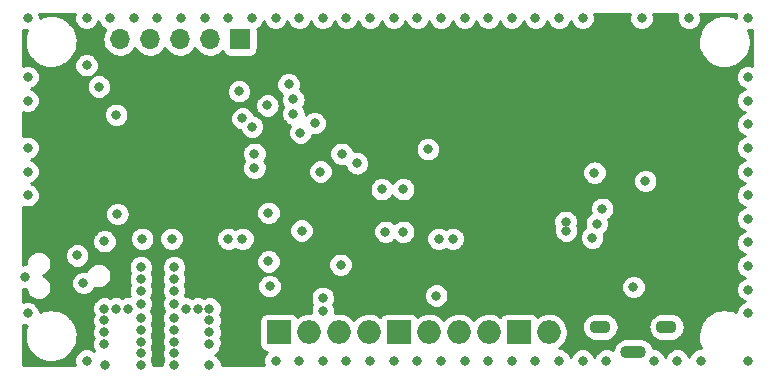
<source format=gbr>
G04 #@! TF.GenerationSoftware,KiCad,Pcbnew,5.99.0-unknown-acdfeee~88~ubuntu18.04.1*
G04 #@! TF.CreationDate,2020-05-13T21:49:14+03:00*
G04 #@! TF.ProjectId,LoRaNode,4c6f5261-4e6f-4646-952e-6b696361645f,1.1*
G04 #@! TF.SameCoordinates,Original*
G04 #@! TF.FileFunction,Copper,L3,Inr*
G04 #@! TF.FilePolarity,Positive*
%FSLAX46Y46*%
G04 Gerber Fmt 4.6, Leading zero omitted, Abs format (unit mm)*
G04 Created by KiCad (PCBNEW 5.99.0-unknown-acdfeee~88~ubuntu18.04.1) date 2020-05-13 21:49:14*
%MOMM*%
%LPD*%
G01*
G04 APERTURE LIST*
G04 #@! TA.AperFunction,ViaPad*
%ADD10R,1.700000X1.700000*%
G04 #@! TD*
G04 #@! TA.AperFunction,ViaPad*
%ADD11O,1.700000X1.700000*%
G04 #@! TD*
G04 #@! TA.AperFunction,ViaPad*
%ADD12O,1.998980X1.998980*%
G04 #@! TD*
G04 #@! TA.AperFunction,ViaPad*
%ADD13R,1.998980X1.998980*%
G04 #@! TD*
G04 #@! TA.AperFunction,ViaPad*
%ADD14O,1.800000X1.100000*%
G04 #@! TD*
G04 #@! TA.AperFunction,ViaPad*
%ADD15O,2.200000X1.100000*%
G04 #@! TD*
G04 #@! TA.AperFunction,ViaPad*
%ADD16C,0.800000*%
G04 #@! TD*
G04 #@! TA.AperFunction,Conductor*
%ADD17C,0.254000*%
G04 #@! TD*
G04 APERTURE END LIST*
D10*
X103980000Y-114800000D03*
D11*
X101440000Y-114800000D03*
X98900000Y-114800000D03*
X96360000Y-114800000D03*
X93820000Y-114800000D03*
D12*
X130120000Y-139600000D03*
D13*
X127580000Y-139600000D03*
D12*
X125040000Y-139600000D03*
D13*
X117420000Y-139600000D03*
D12*
X119960000Y-139600000D03*
X122500000Y-139600000D03*
X114880000Y-139600000D03*
D13*
X107260000Y-139600000D03*
D12*
X109800000Y-139600000D03*
X112340000Y-139600000D03*
D14*
X134500000Y-139150000D03*
X140100000Y-139150000D03*
D15*
X137300000Y-141300000D03*
D16*
X101400000Y-142400000D03*
X101400000Y-140600000D03*
X101400000Y-139600000D03*
X101400000Y-138600000D03*
X101400000Y-137600000D03*
X100400000Y-137600000D03*
X99400000Y-137600000D03*
X92500000Y-140600000D03*
X92500000Y-139600000D03*
X92500000Y-138600000D03*
X92500000Y-137600000D03*
X93500000Y-137600000D03*
X94500000Y-137600000D03*
X110800000Y-126000000D03*
X105199990Y-124500000D03*
X103900000Y-119200000D03*
X98400000Y-137200000D03*
X98400000Y-136100000D03*
X98400000Y-135100000D03*
X98400000Y-134100000D03*
X95600000Y-137200000D03*
X95600000Y-136100000D03*
X95600000Y-135100000D03*
X95600000Y-134100000D03*
X98400000Y-138400000D03*
X98400000Y-139400000D03*
X98400000Y-140400000D03*
X98400000Y-141400000D03*
X98400000Y-142400000D03*
X95600000Y-138400000D03*
X95600000Y-139400000D03*
X95600000Y-140400000D03*
X95600000Y-141400000D03*
X95600000Y-142400000D03*
X92600000Y-142400000D03*
X91000000Y-117000000D03*
X86000000Y-113000000D03*
X86000000Y-118000000D03*
X86000000Y-120000000D03*
X86000000Y-124000000D03*
X86000000Y-126000000D03*
X86000000Y-128000000D03*
X87297038Y-130909703D03*
X85800000Y-134900000D03*
X86000000Y-138000000D03*
X91000000Y-142000000D03*
X107000000Y-142000000D03*
X109000000Y-142000000D03*
X111000000Y-142000000D03*
X113000000Y-142000000D03*
X115000000Y-142000000D03*
X117000000Y-142000000D03*
X119000000Y-142000000D03*
X121000000Y-142000000D03*
X123000000Y-142000000D03*
X125000000Y-142000000D03*
X127000000Y-142000000D03*
X131000000Y-142000000D03*
X129000000Y-142000000D03*
X133000000Y-142000000D03*
X135000000Y-142000000D03*
X139000000Y-142000000D03*
X141000000Y-142000000D03*
X143000000Y-142000000D03*
X147000000Y-138000000D03*
X147000000Y-142000000D03*
X147000000Y-136000000D03*
X147000000Y-134000000D03*
X147000000Y-132000000D03*
X147000000Y-130000000D03*
X147000000Y-128000000D03*
X147000000Y-126000000D03*
X147000000Y-124000000D03*
X147000000Y-122000000D03*
X147000000Y-120000000D03*
X147000000Y-118000000D03*
X147000000Y-113000000D03*
X142000000Y-113000000D03*
X138000000Y-113000000D03*
X133000000Y-113000000D03*
X131000000Y-113000000D03*
X129000000Y-113000000D03*
X127000000Y-113000000D03*
X125000000Y-113000000D03*
X123000000Y-113000000D03*
X121000000Y-113000000D03*
X119000000Y-113000000D03*
X117000000Y-113000000D03*
X115000000Y-113000000D03*
X113000000Y-113000000D03*
X111000000Y-113000000D03*
X109000000Y-113000000D03*
X107000000Y-113000000D03*
X105000000Y-113000000D03*
X103000000Y-113000000D03*
X101000000Y-113000000D03*
X99000000Y-113000000D03*
X97000000Y-113000000D03*
X95000000Y-113000000D03*
X93000000Y-113000000D03*
X91000000Y-113000000D03*
X113900000Y-125300000D03*
X117800000Y-127500000D03*
X106300000Y-120400000D03*
X108100000Y-118600000D03*
X105000000Y-122200000D03*
X104200000Y-121500000D03*
X105200000Y-125700000D03*
X138300000Y-126800000D03*
X134000000Y-126100000D03*
X110300000Y-121900000D03*
X109100000Y-122700010D03*
X137300009Y-135773539D03*
X92043750Y-118812500D03*
X90200000Y-133100000D03*
X90730000Y-135435000D03*
X88500000Y-118800000D03*
X93500000Y-121200000D03*
X119900000Y-124100000D03*
X112600000Y-124500000D03*
X116000000Y-127500000D03*
X106400000Y-133600000D03*
X103000000Y-131700000D03*
X122000000Y-131700000D03*
X120800000Y-131700000D03*
X104200000Y-131700000D03*
X116300000Y-131100000D03*
X117800000Y-131100000D03*
X120600000Y-136500000D03*
X106500000Y-135700000D03*
X112500000Y-133900000D03*
X111000000Y-137800000D03*
X111000000Y-136700000D03*
X98200000Y-131700000D03*
X95700000Y-131700000D03*
X92500000Y-131900000D03*
X93600000Y-129600000D03*
X108500000Y-121100000D03*
X108500000Y-119900000D03*
X106400000Y-129500000D03*
X110100000Y-128300000D03*
X109200000Y-131000000D03*
X131565485Y-130250010D03*
X134650000Y-129150000D03*
X109200000Y-125800021D03*
X102600000Y-140900000D03*
X128400000Y-132700000D03*
X128400000Y-131900000D03*
X127600000Y-132300000D03*
X127600000Y-131500000D03*
X133800000Y-131600000D03*
X134200000Y-130400000D03*
X131600000Y-131000000D03*
G36*
X89966156Y-112855562D02*
G01*
X89964000Y-112871938D01*
X89964000Y-113128062D01*
X89966156Y-113144438D01*
X90032446Y-113391835D01*
X90038767Y-113407095D01*
X90166829Y-113628905D01*
X90176884Y-113642009D01*
X90357991Y-113823116D01*
X90371095Y-113833171D01*
X90592905Y-113961233D01*
X90608165Y-113967554D01*
X90855562Y-114033844D01*
X90871938Y-114036000D01*
X91128062Y-114036000D01*
X91144438Y-114033844D01*
X91391835Y-113967554D01*
X91407095Y-113961233D01*
X91628905Y-113833171D01*
X91642009Y-113823116D01*
X91823116Y-113642009D01*
X91833171Y-113628905D01*
X91961233Y-113407095D01*
X91967554Y-113391835D01*
X92000000Y-113270745D01*
X92032446Y-113391835D01*
X92038767Y-113407095D01*
X92166829Y-113628905D01*
X92176884Y-113642009D01*
X92357991Y-113823116D01*
X92371095Y-113833171D01*
X92592905Y-113961233D01*
X92595110Y-113962146D01*
X92528683Y-114058798D01*
X92523403Y-114068073D01*
X92422260Y-114286968D01*
X92418618Y-114297000D01*
X92355802Y-114529807D01*
X92353903Y-114540309D01*
X92331211Y-114780372D01*
X92331109Y-114791043D01*
X92349188Y-115031497D01*
X92350885Y-115042034D01*
X92409221Y-115276005D01*
X92412669Y-115286104D01*
X92509591Y-115506900D01*
X92514692Y-115516275D01*
X92647430Y-115717584D01*
X92654038Y-115725965D01*
X92818798Y-115902032D01*
X92826722Y-115909180D01*
X93018792Y-116054968D01*
X93027808Y-116060679D01*
X93241696Y-116172021D01*
X93251545Y-116176131D01*
X93481134Y-116249844D01*
X93491535Y-116252236D01*
X93730262Y-116286212D01*
X93740917Y-116286817D01*
X93981956Y-116280084D01*
X93992561Y-116278885D01*
X94229019Y-116231636D01*
X94239270Y-116228667D01*
X94464387Y-116142253D01*
X94473991Y-116137600D01*
X94681330Y-116014491D01*
X94690012Y-116008286D01*
X94873645Y-115852004D01*
X94881158Y-115844424D01*
X95035833Y-115659435D01*
X95041962Y-115650698D01*
X95089486Y-115569043D01*
X95187430Y-115717584D01*
X95194038Y-115725965D01*
X95358798Y-115902032D01*
X95366722Y-115909180D01*
X95558792Y-116054968D01*
X95567808Y-116060679D01*
X95781696Y-116172021D01*
X95791545Y-116176131D01*
X96021134Y-116249844D01*
X96031535Y-116252236D01*
X96270262Y-116286212D01*
X96280917Y-116286817D01*
X96521956Y-116280084D01*
X96532561Y-116278885D01*
X96769019Y-116231636D01*
X96779270Y-116228667D01*
X97004387Y-116142253D01*
X97013991Y-116137600D01*
X97221330Y-116014491D01*
X97230012Y-116008286D01*
X97413645Y-115852004D01*
X97421158Y-115844424D01*
X97575833Y-115659435D01*
X97581962Y-115650698D01*
X97629486Y-115569043D01*
X97727430Y-115717584D01*
X97734038Y-115725965D01*
X97898798Y-115902032D01*
X97906722Y-115909180D01*
X98098792Y-116054968D01*
X98107808Y-116060679D01*
X98321696Y-116172021D01*
X98331545Y-116176131D01*
X98561134Y-116249844D01*
X98571535Y-116252236D01*
X98810262Y-116286212D01*
X98820917Y-116286817D01*
X99061956Y-116280084D01*
X99072561Y-116278885D01*
X99309019Y-116231636D01*
X99319270Y-116228667D01*
X99544387Y-116142253D01*
X99553991Y-116137600D01*
X99761330Y-116014491D01*
X99770012Y-116008286D01*
X99953645Y-115852004D01*
X99961158Y-115844424D01*
X100115833Y-115659435D01*
X100121962Y-115650698D01*
X100169486Y-115569043D01*
X100267430Y-115717584D01*
X100274038Y-115725965D01*
X100438798Y-115902032D01*
X100446722Y-115909180D01*
X100638792Y-116054968D01*
X100647808Y-116060679D01*
X100861696Y-116172021D01*
X100871545Y-116176131D01*
X101101134Y-116249844D01*
X101111535Y-116252236D01*
X101350262Y-116286212D01*
X101360917Y-116286817D01*
X101601956Y-116280084D01*
X101612561Y-116278885D01*
X101849019Y-116231636D01*
X101859270Y-116228667D01*
X102084387Y-116142253D01*
X102093991Y-116137600D01*
X102301330Y-116014491D01*
X102310012Y-116008286D01*
X102493645Y-115852004D01*
X102501158Y-115844424D01*
X102527403Y-115813035D01*
X102565137Y-115953859D01*
X102577880Y-115978339D01*
X102708990Y-116134590D01*
X102725879Y-116148761D01*
X102900120Y-116249359D01*
X102920837Y-116256900D01*
X103113538Y-116290878D01*
X103124499Y-116291837D01*
X104838258Y-116291837D01*
X104854634Y-116289681D01*
X105133859Y-116214863D01*
X105158339Y-116202120D01*
X105314590Y-116071010D01*
X105328761Y-116054121D01*
X105429359Y-115879880D01*
X105436900Y-115859163D01*
X105470878Y-115666462D01*
X105471837Y-115655501D01*
X105471837Y-113941742D01*
X105469681Y-113925366D01*
X105469619Y-113925135D01*
X105628905Y-113833171D01*
X105642009Y-113823116D01*
X105823116Y-113642009D01*
X105833171Y-113628905D01*
X105961233Y-113407095D01*
X105967554Y-113391835D01*
X106000000Y-113270745D01*
X106032446Y-113391835D01*
X106038767Y-113407095D01*
X106166829Y-113628905D01*
X106176884Y-113642009D01*
X106357991Y-113823116D01*
X106371095Y-113833171D01*
X106592905Y-113961233D01*
X106608165Y-113967554D01*
X106855562Y-114033844D01*
X106871938Y-114036000D01*
X107128062Y-114036000D01*
X107144438Y-114033844D01*
X107391835Y-113967554D01*
X107407095Y-113961233D01*
X107628905Y-113833171D01*
X107642009Y-113823116D01*
X107823116Y-113642009D01*
X107833171Y-113628905D01*
X107961233Y-113407095D01*
X107967554Y-113391835D01*
X108000000Y-113270745D01*
X108032446Y-113391835D01*
X108038767Y-113407095D01*
X108166829Y-113628905D01*
X108176884Y-113642009D01*
X108357991Y-113823116D01*
X108371095Y-113833171D01*
X108592905Y-113961233D01*
X108608165Y-113967554D01*
X108855562Y-114033844D01*
X108871938Y-114036000D01*
X109128062Y-114036000D01*
X109144438Y-114033844D01*
X109391835Y-113967554D01*
X109407095Y-113961233D01*
X109628905Y-113833171D01*
X109642009Y-113823116D01*
X109823116Y-113642009D01*
X109833171Y-113628905D01*
X109961233Y-113407095D01*
X109967554Y-113391835D01*
X110000000Y-113270745D01*
X110032446Y-113391835D01*
X110038767Y-113407095D01*
X110166829Y-113628905D01*
X110176884Y-113642009D01*
X110357991Y-113823116D01*
X110371095Y-113833171D01*
X110592905Y-113961233D01*
X110608165Y-113967554D01*
X110855562Y-114033844D01*
X110871938Y-114036000D01*
X111128062Y-114036000D01*
X111144438Y-114033844D01*
X111391835Y-113967554D01*
X111407095Y-113961233D01*
X111628905Y-113833171D01*
X111642009Y-113823116D01*
X111823116Y-113642009D01*
X111833171Y-113628905D01*
X111961233Y-113407095D01*
X111967554Y-113391835D01*
X112000000Y-113270745D01*
X112032446Y-113391835D01*
X112038767Y-113407095D01*
X112166829Y-113628905D01*
X112176884Y-113642009D01*
X112357991Y-113823116D01*
X112371095Y-113833171D01*
X112592905Y-113961233D01*
X112608165Y-113967554D01*
X112855562Y-114033844D01*
X112871938Y-114036000D01*
X113128062Y-114036000D01*
X113144438Y-114033844D01*
X113391835Y-113967554D01*
X113407095Y-113961233D01*
X113628905Y-113833171D01*
X113642009Y-113823116D01*
X113823116Y-113642009D01*
X113833171Y-113628905D01*
X113961233Y-113407095D01*
X113967554Y-113391835D01*
X114000000Y-113270745D01*
X114032446Y-113391835D01*
X114038767Y-113407095D01*
X114166829Y-113628905D01*
X114176884Y-113642009D01*
X114357991Y-113823116D01*
X114371095Y-113833171D01*
X114592905Y-113961233D01*
X114608165Y-113967554D01*
X114855562Y-114033844D01*
X114871938Y-114036000D01*
X115128062Y-114036000D01*
X115144438Y-114033844D01*
X115391835Y-113967554D01*
X115407095Y-113961233D01*
X115628905Y-113833171D01*
X115642009Y-113823116D01*
X115823116Y-113642009D01*
X115833171Y-113628905D01*
X115961233Y-113407095D01*
X115967554Y-113391835D01*
X116000000Y-113270745D01*
X116032446Y-113391835D01*
X116038767Y-113407095D01*
X116166829Y-113628905D01*
X116176884Y-113642009D01*
X116357991Y-113823116D01*
X116371095Y-113833171D01*
X116592905Y-113961233D01*
X116608165Y-113967554D01*
X116855562Y-114033844D01*
X116871938Y-114036000D01*
X117128062Y-114036000D01*
X117144438Y-114033844D01*
X117391835Y-113967554D01*
X117407095Y-113961233D01*
X117628905Y-113833171D01*
X117642009Y-113823116D01*
X117823116Y-113642009D01*
X117833171Y-113628905D01*
X117961233Y-113407095D01*
X117967554Y-113391835D01*
X118000000Y-113270745D01*
X118032446Y-113391835D01*
X118038767Y-113407095D01*
X118166829Y-113628905D01*
X118176884Y-113642009D01*
X118357991Y-113823116D01*
X118371095Y-113833171D01*
X118592905Y-113961233D01*
X118608165Y-113967554D01*
X118855562Y-114033844D01*
X118871938Y-114036000D01*
X119128062Y-114036000D01*
X119144438Y-114033844D01*
X119391835Y-113967554D01*
X119407095Y-113961233D01*
X119628905Y-113833171D01*
X119642009Y-113823116D01*
X119823116Y-113642009D01*
X119833171Y-113628905D01*
X119961233Y-113407095D01*
X119967554Y-113391835D01*
X120000000Y-113270745D01*
X120032446Y-113391835D01*
X120038767Y-113407095D01*
X120166829Y-113628905D01*
X120176884Y-113642009D01*
X120357991Y-113823116D01*
X120371095Y-113833171D01*
X120592905Y-113961233D01*
X120608165Y-113967554D01*
X120855562Y-114033844D01*
X120871938Y-114036000D01*
X121128062Y-114036000D01*
X121144438Y-114033844D01*
X121391835Y-113967554D01*
X121407095Y-113961233D01*
X121628905Y-113833171D01*
X121642009Y-113823116D01*
X121823116Y-113642009D01*
X121833171Y-113628905D01*
X121961233Y-113407095D01*
X121967554Y-113391835D01*
X122000000Y-113270745D01*
X122032446Y-113391835D01*
X122038767Y-113407095D01*
X122166829Y-113628905D01*
X122176884Y-113642009D01*
X122357991Y-113823116D01*
X122371095Y-113833171D01*
X122592905Y-113961233D01*
X122608165Y-113967554D01*
X122855562Y-114033844D01*
X122871938Y-114036000D01*
X123128062Y-114036000D01*
X123144438Y-114033844D01*
X123391835Y-113967554D01*
X123407095Y-113961233D01*
X123628905Y-113833171D01*
X123642009Y-113823116D01*
X123823116Y-113642009D01*
X123833171Y-113628905D01*
X123961233Y-113407095D01*
X123967554Y-113391835D01*
X124000000Y-113270745D01*
X124032446Y-113391835D01*
X124038767Y-113407095D01*
X124166829Y-113628905D01*
X124176884Y-113642009D01*
X124357991Y-113823116D01*
X124371095Y-113833171D01*
X124592905Y-113961233D01*
X124608165Y-113967554D01*
X124855562Y-114033844D01*
X124871938Y-114036000D01*
X125128062Y-114036000D01*
X125144438Y-114033844D01*
X125391835Y-113967554D01*
X125407095Y-113961233D01*
X125628905Y-113833171D01*
X125642009Y-113823116D01*
X125823116Y-113642009D01*
X125833171Y-113628905D01*
X125961233Y-113407095D01*
X125967554Y-113391835D01*
X126000000Y-113270745D01*
X126032446Y-113391835D01*
X126038767Y-113407095D01*
X126166829Y-113628905D01*
X126176884Y-113642009D01*
X126357991Y-113823116D01*
X126371095Y-113833171D01*
X126592905Y-113961233D01*
X126608165Y-113967554D01*
X126855562Y-114033844D01*
X126871938Y-114036000D01*
X127128062Y-114036000D01*
X127144438Y-114033844D01*
X127391835Y-113967554D01*
X127407095Y-113961233D01*
X127628905Y-113833171D01*
X127642009Y-113823116D01*
X127823116Y-113642009D01*
X127833171Y-113628905D01*
X127961233Y-113407095D01*
X127967554Y-113391835D01*
X128000000Y-113270745D01*
X128032446Y-113391835D01*
X128038767Y-113407095D01*
X128166829Y-113628905D01*
X128176884Y-113642009D01*
X128357991Y-113823116D01*
X128371095Y-113833171D01*
X128592905Y-113961233D01*
X128608165Y-113967554D01*
X128855562Y-114033844D01*
X128871938Y-114036000D01*
X129128062Y-114036000D01*
X129144438Y-114033844D01*
X129391835Y-113967554D01*
X129407095Y-113961233D01*
X129628905Y-113833171D01*
X129642009Y-113823116D01*
X129823116Y-113642009D01*
X129833171Y-113628905D01*
X129961233Y-113407095D01*
X129967554Y-113391835D01*
X130000000Y-113270745D01*
X130032446Y-113391835D01*
X130038767Y-113407095D01*
X130166829Y-113628905D01*
X130176884Y-113642009D01*
X130357991Y-113823116D01*
X130371095Y-113833171D01*
X130592905Y-113961233D01*
X130608165Y-113967554D01*
X130855562Y-114033844D01*
X130871938Y-114036000D01*
X131128062Y-114036000D01*
X131144438Y-114033844D01*
X131391835Y-113967554D01*
X131407095Y-113961233D01*
X131628905Y-113833171D01*
X131642009Y-113823116D01*
X131823116Y-113642009D01*
X131833171Y-113628905D01*
X131961233Y-113407095D01*
X131967554Y-113391835D01*
X132000000Y-113270745D01*
X132032446Y-113391835D01*
X132038767Y-113407095D01*
X132166829Y-113628905D01*
X132176884Y-113642009D01*
X132357991Y-113823116D01*
X132371095Y-113833171D01*
X132592905Y-113961233D01*
X132608165Y-113967554D01*
X132855562Y-114033844D01*
X132871938Y-114036000D01*
X133128062Y-114036000D01*
X133144438Y-114033844D01*
X133391835Y-113967554D01*
X133407095Y-113961233D01*
X133628905Y-113833171D01*
X133642009Y-113823116D01*
X133823116Y-113642009D01*
X133833171Y-113628905D01*
X133961233Y-113407095D01*
X133967554Y-113391835D01*
X134033844Y-113144438D01*
X134036000Y-113128062D01*
X134036000Y-112871938D01*
X134033844Y-112855562D01*
X133974476Y-112634000D01*
X137025524Y-112634000D01*
X136966156Y-112855562D01*
X136964000Y-112871938D01*
X136964000Y-113128062D01*
X136966156Y-113144438D01*
X137032446Y-113391835D01*
X137038767Y-113407095D01*
X137166829Y-113628905D01*
X137176884Y-113642009D01*
X137357991Y-113823116D01*
X137371095Y-113833171D01*
X137592905Y-113961233D01*
X137608165Y-113967554D01*
X137855562Y-114033844D01*
X137871938Y-114036000D01*
X138128062Y-114036000D01*
X138144438Y-114033844D01*
X138391835Y-113967554D01*
X138407095Y-113961233D01*
X138628905Y-113833171D01*
X138642009Y-113823116D01*
X138823116Y-113642009D01*
X138833171Y-113628905D01*
X138961233Y-113407095D01*
X138967554Y-113391835D01*
X139033844Y-113144438D01*
X139036000Y-113128062D01*
X139036000Y-112871938D01*
X139033844Y-112855562D01*
X138974476Y-112634000D01*
X141025524Y-112634000D01*
X140966156Y-112855562D01*
X140964000Y-112871938D01*
X140964000Y-113128062D01*
X140966156Y-113144438D01*
X141032446Y-113391835D01*
X141038767Y-113407095D01*
X141166829Y-113628905D01*
X141176884Y-113642009D01*
X141357991Y-113823116D01*
X141371095Y-113833171D01*
X141592905Y-113961233D01*
X141608165Y-113967554D01*
X141855562Y-114033844D01*
X141871938Y-114036000D01*
X142128062Y-114036000D01*
X142144438Y-114033844D01*
X142391835Y-113967554D01*
X142407095Y-113961233D01*
X142628905Y-113833171D01*
X142642009Y-113823116D01*
X142823116Y-113642009D01*
X142833171Y-113628905D01*
X142961233Y-113407095D01*
X142967554Y-113391835D01*
X143033844Y-113144438D01*
X143036000Y-113128062D01*
X143036000Y-112871938D01*
X143033844Y-112855562D01*
X142974476Y-112634000D01*
X146025524Y-112634000D01*
X145966156Y-112855562D01*
X145964000Y-112871938D01*
X145964000Y-112983066D01*
X145903859Y-112951625D01*
X145896003Y-112948176D01*
X145617500Y-112847909D01*
X145609248Y-112845558D01*
X145319715Y-112784016D01*
X145311220Y-112782807D01*
X145016013Y-112761128D01*
X145007433Y-112761083D01*
X144712015Y-112779669D01*
X144703508Y-112780789D01*
X144413346Y-112839297D01*
X144405070Y-112841561D01*
X144125533Y-112938905D01*
X144117641Y-112942272D01*
X143853901Y-113076654D01*
X143846539Y-113081060D01*
X143603476Y-113249992D01*
X143596781Y-113255357D01*
X143378894Y-113455713D01*
X143372988Y-113461937D01*
X143184309Y-113690011D01*
X143179302Y-113696979D01*
X143023323Y-113948549D01*
X143019308Y-113956131D01*
X142898912Y-114226543D01*
X142895964Y-114234601D01*
X142813382Y-114518850D01*
X142811554Y-114527233D01*
X142768313Y-114820059D01*
X142767640Y-114828613D01*
X142764541Y-115124598D01*
X142765035Y-115133164D01*
X142802133Y-115426832D01*
X142803785Y-115435252D01*
X142880397Y-115721168D01*
X142883176Y-115729285D01*
X142997881Y-116002159D01*
X143001736Y-116009824D01*
X143152413Y-116264606D01*
X143157273Y-116271677D01*
X143341134Y-116503652D01*
X143346909Y-116509998D01*
X143560551Y-116714873D01*
X143567133Y-116720377D01*
X143806605Y-116894363D01*
X143813873Y-116898922D01*
X144074740Y-117038798D01*
X144082560Y-117042329D01*
X144359998Y-117145507D01*
X144368224Y-117147944D01*
X144657098Y-117212514D01*
X144665579Y-117213812D01*
X144960543Y-117238581D01*
X144969122Y-117238716D01*
X145264718Y-117223225D01*
X145273236Y-117222194D01*
X145563996Y-117166728D01*
X145572295Y-117164551D01*
X145852836Y-117070138D01*
X145860762Y-117066855D01*
X146125895Y-116935242D01*
X146133303Y-116930914D01*
X146378121Y-116764536D01*
X146384873Y-116759242D01*
X146604846Y-116561178D01*
X146610816Y-116555016D01*
X146801873Y-116328930D01*
X146806953Y-116322015D01*
X146965559Y-116072093D01*
X146969653Y-116064553D01*
X147092873Y-115795417D01*
X147095905Y-115787391D01*
X147181459Y-115504022D01*
X147183375Y-115495659D01*
X147229731Y-115202974D01*
X147230505Y-115193766D01*
X147234073Y-114852988D01*
X147233493Y-114843766D01*
X147193276Y-114550176D01*
X147191536Y-114541774D01*
X147111936Y-114256675D01*
X147109072Y-114248588D01*
X147017077Y-114036000D01*
X147128062Y-114036000D01*
X147144438Y-114033844D01*
X147366001Y-113974476D01*
X147366001Y-117025524D01*
X147144438Y-116966156D01*
X147128062Y-116964000D01*
X146871938Y-116964000D01*
X146855562Y-116966156D01*
X146608165Y-117032446D01*
X146592905Y-117038767D01*
X146371095Y-117166829D01*
X146357991Y-117176884D01*
X146176884Y-117357991D01*
X146166829Y-117371095D01*
X146038767Y-117592905D01*
X146032446Y-117608165D01*
X145966156Y-117855562D01*
X145964000Y-117871938D01*
X145964000Y-118128062D01*
X145966156Y-118144438D01*
X146032446Y-118391835D01*
X146038767Y-118407095D01*
X146166829Y-118628905D01*
X146176884Y-118642009D01*
X146357991Y-118823116D01*
X146371095Y-118833171D01*
X146592905Y-118961233D01*
X146608165Y-118967554D01*
X146729255Y-119000000D01*
X146608165Y-119032446D01*
X146592905Y-119038767D01*
X146371095Y-119166829D01*
X146357991Y-119176884D01*
X146176884Y-119357991D01*
X146166829Y-119371095D01*
X146038767Y-119592905D01*
X146032446Y-119608165D01*
X145966156Y-119855562D01*
X145964000Y-119871938D01*
X145964000Y-120128062D01*
X145966156Y-120144438D01*
X146032446Y-120391835D01*
X146038767Y-120407095D01*
X146166829Y-120628905D01*
X146176884Y-120642009D01*
X146357991Y-120823116D01*
X146371095Y-120833171D01*
X146592905Y-120961233D01*
X146608165Y-120967554D01*
X146729255Y-121000000D01*
X146608165Y-121032446D01*
X146592905Y-121038767D01*
X146371095Y-121166829D01*
X146357991Y-121176884D01*
X146176884Y-121357991D01*
X146166829Y-121371095D01*
X146038767Y-121592905D01*
X146032446Y-121608165D01*
X145966156Y-121855562D01*
X145964000Y-121871938D01*
X145964000Y-122128062D01*
X145966156Y-122144438D01*
X146032446Y-122391835D01*
X146038767Y-122407095D01*
X146166829Y-122628905D01*
X146176884Y-122642009D01*
X146357991Y-122823116D01*
X146371095Y-122833171D01*
X146592905Y-122961233D01*
X146608165Y-122967554D01*
X146729255Y-123000000D01*
X146608165Y-123032446D01*
X146592905Y-123038767D01*
X146371095Y-123166829D01*
X146357991Y-123176884D01*
X146176884Y-123357991D01*
X146166829Y-123371095D01*
X146038767Y-123592905D01*
X146032446Y-123608165D01*
X145966156Y-123855562D01*
X145964000Y-123871938D01*
X145964000Y-124128062D01*
X145966156Y-124144438D01*
X146032446Y-124391835D01*
X146038767Y-124407095D01*
X146166829Y-124628905D01*
X146176884Y-124642009D01*
X146357991Y-124823116D01*
X146371095Y-124833171D01*
X146592905Y-124961233D01*
X146608165Y-124967554D01*
X146729255Y-125000000D01*
X146608165Y-125032446D01*
X146592905Y-125038767D01*
X146371095Y-125166829D01*
X146357991Y-125176884D01*
X146176884Y-125357991D01*
X146166829Y-125371095D01*
X146038767Y-125592905D01*
X146032446Y-125608165D01*
X145966156Y-125855562D01*
X145964000Y-125871938D01*
X145964000Y-126128062D01*
X145966156Y-126144438D01*
X146032446Y-126391835D01*
X146038767Y-126407095D01*
X146166829Y-126628905D01*
X146176884Y-126642009D01*
X146357991Y-126823116D01*
X146371095Y-126833171D01*
X146592905Y-126961233D01*
X146608165Y-126967554D01*
X146729255Y-127000000D01*
X146608165Y-127032446D01*
X146592905Y-127038767D01*
X146371095Y-127166829D01*
X146357991Y-127176884D01*
X146176884Y-127357991D01*
X146166829Y-127371095D01*
X146038767Y-127592905D01*
X146032446Y-127608165D01*
X145966156Y-127855562D01*
X145964000Y-127871938D01*
X145964000Y-128128062D01*
X145966156Y-128144438D01*
X146032446Y-128391835D01*
X146038767Y-128407095D01*
X146166829Y-128628905D01*
X146176884Y-128642009D01*
X146357991Y-128823116D01*
X146371095Y-128833171D01*
X146592905Y-128961233D01*
X146608165Y-128967554D01*
X146729255Y-129000000D01*
X146608165Y-129032446D01*
X146592905Y-129038767D01*
X146371095Y-129166829D01*
X146357991Y-129176884D01*
X146176884Y-129357991D01*
X146166829Y-129371095D01*
X146038767Y-129592905D01*
X146032446Y-129608165D01*
X145966156Y-129855562D01*
X145964000Y-129871938D01*
X145964000Y-130128062D01*
X145966156Y-130144438D01*
X146032446Y-130391835D01*
X146038767Y-130407095D01*
X146166829Y-130628905D01*
X146176884Y-130642009D01*
X146357991Y-130823116D01*
X146371095Y-130833171D01*
X146592905Y-130961233D01*
X146608165Y-130967554D01*
X146729255Y-131000000D01*
X146608165Y-131032446D01*
X146592905Y-131038767D01*
X146371095Y-131166829D01*
X146357991Y-131176884D01*
X146176884Y-131357991D01*
X146166829Y-131371095D01*
X146038767Y-131592905D01*
X146032446Y-131608165D01*
X145966156Y-131855562D01*
X145964000Y-131871938D01*
X145964000Y-132128062D01*
X145966156Y-132144438D01*
X146032446Y-132391835D01*
X146038767Y-132407095D01*
X146166829Y-132628905D01*
X146176884Y-132642009D01*
X146357991Y-132823116D01*
X146371095Y-132833171D01*
X146592905Y-132961233D01*
X146608165Y-132967554D01*
X146729255Y-133000000D01*
X146608165Y-133032446D01*
X146592905Y-133038767D01*
X146371095Y-133166829D01*
X146357991Y-133176884D01*
X146176884Y-133357991D01*
X146166829Y-133371095D01*
X146038767Y-133592905D01*
X146032446Y-133608165D01*
X145966156Y-133855562D01*
X145964000Y-133871938D01*
X145964000Y-134128062D01*
X145966156Y-134144438D01*
X146032446Y-134391835D01*
X146038767Y-134407095D01*
X146166829Y-134628905D01*
X146176884Y-134642009D01*
X146357991Y-134823116D01*
X146371095Y-134833171D01*
X146592905Y-134961233D01*
X146608165Y-134967554D01*
X146729255Y-135000000D01*
X146608165Y-135032446D01*
X146592905Y-135038767D01*
X146371095Y-135166829D01*
X146357991Y-135176884D01*
X146176884Y-135357991D01*
X146166829Y-135371095D01*
X146038767Y-135592905D01*
X146032446Y-135608165D01*
X145966156Y-135855562D01*
X145964000Y-135871938D01*
X145964000Y-136128062D01*
X145966156Y-136144438D01*
X146032446Y-136391835D01*
X146038767Y-136407095D01*
X146166829Y-136628905D01*
X146176884Y-136642009D01*
X146357991Y-136823116D01*
X146371095Y-136833171D01*
X146592905Y-136961233D01*
X146608165Y-136967554D01*
X146729255Y-137000000D01*
X146608165Y-137032446D01*
X146592905Y-137038767D01*
X146371095Y-137166829D01*
X146357991Y-137176884D01*
X146176884Y-137357991D01*
X146166829Y-137371095D01*
X146038767Y-137592905D01*
X146032446Y-137608165D01*
X145966156Y-137855562D01*
X145964000Y-137871938D01*
X145964000Y-137883066D01*
X145903859Y-137851625D01*
X145896003Y-137848176D01*
X145617500Y-137747909D01*
X145609248Y-137745558D01*
X145319715Y-137684016D01*
X145311220Y-137682807D01*
X145016013Y-137661128D01*
X145007433Y-137661083D01*
X144712015Y-137679669D01*
X144703508Y-137680789D01*
X144413346Y-137739297D01*
X144405070Y-137741561D01*
X144125533Y-137838905D01*
X144117641Y-137842272D01*
X143853901Y-137976654D01*
X143846539Y-137981060D01*
X143603476Y-138149992D01*
X143596781Y-138155357D01*
X143378894Y-138355713D01*
X143372988Y-138361937D01*
X143184309Y-138590011D01*
X143179302Y-138596979D01*
X143023323Y-138848549D01*
X143019308Y-138856131D01*
X142898912Y-139126543D01*
X142895964Y-139134601D01*
X142813382Y-139418850D01*
X142811554Y-139427233D01*
X142768313Y-139720059D01*
X142767640Y-139728613D01*
X142764541Y-140024598D01*
X142765035Y-140033164D01*
X142802133Y-140326832D01*
X142803785Y-140335252D01*
X142880397Y-140621168D01*
X142883176Y-140629285D01*
X142997881Y-140902159D01*
X143001736Y-140909824D01*
X143033775Y-140964000D01*
X142871938Y-140964000D01*
X142855562Y-140966156D01*
X142608165Y-141032446D01*
X142592905Y-141038767D01*
X142371095Y-141166829D01*
X142357991Y-141176884D01*
X142176884Y-141357991D01*
X142166829Y-141371095D01*
X142038767Y-141592905D01*
X142032446Y-141608165D01*
X142000000Y-141729255D01*
X141967554Y-141608165D01*
X141961233Y-141592905D01*
X141833171Y-141371095D01*
X141823116Y-141357991D01*
X141642009Y-141176884D01*
X141628905Y-141166829D01*
X141407095Y-141038767D01*
X141391835Y-141032446D01*
X141144438Y-140966156D01*
X141128062Y-140964000D01*
X140871938Y-140964000D01*
X140855562Y-140966156D01*
X140608165Y-141032446D01*
X140592905Y-141038767D01*
X140371095Y-141166829D01*
X140357991Y-141176884D01*
X140176884Y-141357991D01*
X140166829Y-141371095D01*
X140038767Y-141592905D01*
X140032446Y-141608165D01*
X140000000Y-141729255D01*
X139967554Y-141608165D01*
X139961233Y-141592905D01*
X139833171Y-141371095D01*
X139823116Y-141357991D01*
X139642009Y-141176884D01*
X139628905Y-141166829D01*
X139407095Y-141038767D01*
X139391835Y-141032446D01*
X139144438Y-140966156D01*
X139128062Y-140964000D01*
X138985373Y-140964000D01*
X138954841Y-140860262D01*
X138950224Y-140848835D01*
X138848387Y-140654038D01*
X138841638Y-140643725D01*
X138703904Y-140472420D01*
X138695281Y-140463615D01*
X138526898Y-140322323D01*
X138516728Y-140315360D01*
X138324108Y-140209467D01*
X138312780Y-140204611D01*
X138103050Y-140138081D01*
X138090554Y-140135470D01*
X137908592Y-140116345D01*
X137902002Y-140116000D01*
X136694714Y-140116000D01*
X136688562Y-140116301D01*
X136525077Y-140132331D01*
X136512987Y-140134725D01*
X136302559Y-140198257D01*
X136291165Y-140202954D01*
X136097085Y-140306148D01*
X136086819Y-140312968D01*
X135916479Y-140451894D01*
X135907734Y-140460578D01*
X135767621Y-140629944D01*
X135760729Y-140640162D01*
X135656183Y-140833517D01*
X135651407Y-140844879D01*
X135586408Y-141054857D01*
X135583929Y-141066931D01*
X135576603Y-141136633D01*
X135407095Y-141038767D01*
X135391835Y-141032446D01*
X135144438Y-140966156D01*
X135128062Y-140964000D01*
X134871938Y-140964000D01*
X134855562Y-140966156D01*
X134608165Y-141032446D01*
X134592905Y-141038767D01*
X134371095Y-141166829D01*
X134357991Y-141176884D01*
X134176884Y-141357991D01*
X134166829Y-141371095D01*
X134038767Y-141592905D01*
X134032446Y-141608165D01*
X134000000Y-141729255D01*
X133967554Y-141608165D01*
X133961233Y-141592905D01*
X133833171Y-141371095D01*
X133823116Y-141357991D01*
X133642009Y-141176884D01*
X133628905Y-141166829D01*
X133407095Y-141038767D01*
X133391835Y-141032446D01*
X133144438Y-140966156D01*
X133128062Y-140964000D01*
X132871938Y-140964000D01*
X132855562Y-140966156D01*
X132608165Y-141032446D01*
X132592905Y-141038767D01*
X132371095Y-141166829D01*
X132357991Y-141176884D01*
X132176884Y-141357991D01*
X132166829Y-141371095D01*
X132038767Y-141592905D01*
X132032446Y-141608165D01*
X132000000Y-141729255D01*
X131967554Y-141608165D01*
X131961233Y-141592905D01*
X131833171Y-141371095D01*
X131823116Y-141357991D01*
X131642009Y-141176884D01*
X131628905Y-141166829D01*
X131407095Y-141038767D01*
X131391835Y-141032446D01*
X131144438Y-140966156D01*
X131128062Y-140964000D01*
X131018853Y-140964000D01*
X131129220Y-140890672D01*
X131137173Y-140884413D01*
X131322592Y-140712715D01*
X131329443Y-140705264D01*
X131485024Y-140506130D01*
X131490596Y-140497680D01*
X131612338Y-140276231D01*
X131616487Y-140266999D01*
X131701257Y-140028935D01*
X131703876Y-140019159D01*
X131749555Y-139770280D01*
X131750589Y-139759547D01*
X131753572Y-139474636D01*
X131752763Y-139463885D01*
X131712308Y-139214103D01*
X131709894Y-139204273D01*
X131691129Y-139147861D01*
X132960867Y-139147861D01*
X132980789Y-139366766D01*
X132983099Y-139378872D01*
X133045159Y-139589738D01*
X133049776Y-139601165D01*
X133151613Y-139795962D01*
X133158362Y-139806275D01*
X133296096Y-139977580D01*
X133304719Y-139986385D01*
X133473102Y-140127677D01*
X133483272Y-140134640D01*
X133675892Y-140240533D01*
X133687220Y-140245389D01*
X133896950Y-140311919D01*
X133909446Y-140314530D01*
X134091408Y-140333655D01*
X134097998Y-140334000D01*
X134905286Y-140334000D01*
X134911438Y-140333699D01*
X135074923Y-140317669D01*
X135087013Y-140315275D01*
X135297441Y-140251743D01*
X135308835Y-140247046D01*
X135502915Y-140143852D01*
X135513181Y-140137032D01*
X135683521Y-139998106D01*
X135692266Y-139989422D01*
X135832379Y-139820056D01*
X135839271Y-139809838D01*
X135943817Y-139616483D01*
X135948593Y-139605121D01*
X136013592Y-139395143D01*
X136016071Y-139383069D01*
X136039047Y-139164464D01*
X136039133Y-139152139D01*
X136038744Y-139147861D01*
X138560867Y-139147861D01*
X138580789Y-139366766D01*
X138583099Y-139378872D01*
X138645159Y-139589738D01*
X138649776Y-139601165D01*
X138751613Y-139795962D01*
X138758362Y-139806275D01*
X138896096Y-139977580D01*
X138904719Y-139986385D01*
X139073102Y-140127677D01*
X139083272Y-140134640D01*
X139275892Y-140240533D01*
X139287220Y-140245389D01*
X139496950Y-140311919D01*
X139509446Y-140314530D01*
X139691408Y-140333655D01*
X139697998Y-140334000D01*
X140505286Y-140334000D01*
X140511438Y-140333699D01*
X140674923Y-140317669D01*
X140687013Y-140315275D01*
X140897441Y-140251743D01*
X140908835Y-140247046D01*
X141102915Y-140143852D01*
X141113181Y-140137032D01*
X141283521Y-139998106D01*
X141292266Y-139989422D01*
X141432379Y-139820056D01*
X141439271Y-139809838D01*
X141543817Y-139616483D01*
X141548593Y-139605121D01*
X141613592Y-139395143D01*
X141616071Y-139383069D01*
X141639047Y-139164464D01*
X141639133Y-139152139D01*
X141619211Y-138933234D01*
X141616901Y-138921128D01*
X141554841Y-138710262D01*
X141550224Y-138698835D01*
X141448387Y-138504038D01*
X141441638Y-138493725D01*
X141303904Y-138322420D01*
X141295281Y-138313615D01*
X141126898Y-138172323D01*
X141116728Y-138165360D01*
X140924108Y-138059467D01*
X140912780Y-138054611D01*
X140703050Y-137988081D01*
X140690554Y-137985470D01*
X140508592Y-137966345D01*
X140502002Y-137966000D01*
X139694714Y-137966000D01*
X139688562Y-137966301D01*
X139525077Y-137982331D01*
X139512987Y-137984725D01*
X139302559Y-138048257D01*
X139291165Y-138052954D01*
X139097085Y-138156148D01*
X139086819Y-138162968D01*
X138916479Y-138301894D01*
X138907734Y-138310578D01*
X138767621Y-138479944D01*
X138760729Y-138490162D01*
X138656183Y-138683517D01*
X138651407Y-138694879D01*
X138586408Y-138904857D01*
X138583929Y-138916931D01*
X138560953Y-139135536D01*
X138560867Y-139147861D01*
X136038744Y-139147861D01*
X136019211Y-138933234D01*
X136016901Y-138921128D01*
X135954841Y-138710262D01*
X135950224Y-138698835D01*
X135848387Y-138504038D01*
X135841638Y-138493725D01*
X135703904Y-138322420D01*
X135695281Y-138313615D01*
X135526898Y-138172323D01*
X135516728Y-138165360D01*
X135324108Y-138059467D01*
X135312780Y-138054611D01*
X135103050Y-137988081D01*
X135090554Y-137985470D01*
X134908592Y-137966345D01*
X134902002Y-137966000D01*
X134094714Y-137966000D01*
X134088562Y-137966301D01*
X133925077Y-137982331D01*
X133912987Y-137984725D01*
X133702559Y-138048257D01*
X133691165Y-138052954D01*
X133497085Y-138156148D01*
X133486819Y-138162968D01*
X133316479Y-138301894D01*
X133307734Y-138310578D01*
X133167621Y-138479944D01*
X133160729Y-138490162D01*
X133056183Y-138683517D01*
X133051407Y-138694879D01*
X132986408Y-138904857D01*
X132983929Y-138916931D01*
X132960953Y-139135536D01*
X132960867Y-139147861D01*
X131691129Y-139147861D01*
X131630127Y-138964487D01*
X131626172Y-138955170D01*
X131509094Y-138731221D01*
X131503701Y-138722656D01*
X131352324Y-138520307D01*
X131345631Y-138512715D01*
X131163850Y-138337170D01*
X131156028Y-138330745D01*
X130948518Y-138186523D01*
X130939771Y-138181432D01*
X130711873Y-138072241D01*
X130702424Y-138068614D01*
X130459999Y-137997265D01*
X130450092Y-137995195D01*
X130199378Y-137963522D01*
X130189267Y-137963063D01*
X129936715Y-137971882D01*
X129926661Y-137973046D01*
X129678767Y-138022130D01*
X129669028Y-138024886D01*
X129432171Y-138112973D01*
X129422999Y-138117250D01*
X129203271Y-138242071D01*
X129194900Y-138247760D01*
X129141325Y-138290836D01*
X129131610Y-138272172D01*
X129000500Y-138115920D01*
X128983611Y-138101749D01*
X128809370Y-138001151D01*
X128788653Y-137993610D01*
X128595952Y-137959632D01*
X128584991Y-137958673D01*
X126572252Y-137958673D01*
X126555876Y-137960829D01*
X126276652Y-138035647D01*
X126252172Y-138048390D01*
X126095920Y-138179500D01*
X126081749Y-138196389D01*
X126024753Y-138295108D01*
X125868518Y-138186523D01*
X125859771Y-138181432D01*
X125631873Y-138072241D01*
X125622424Y-138068614D01*
X125379999Y-137997265D01*
X125370092Y-137995195D01*
X125119378Y-137963522D01*
X125109267Y-137963063D01*
X124856715Y-137971882D01*
X124846661Y-137973046D01*
X124598767Y-138022130D01*
X124589028Y-138024886D01*
X124352171Y-138112973D01*
X124342999Y-138117250D01*
X124123271Y-138242071D01*
X124114900Y-138247760D01*
X123917957Y-138406108D01*
X123910603Y-138413062D01*
X123769406Y-138569876D01*
X123732324Y-138520307D01*
X123725631Y-138512715D01*
X123543850Y-138337170D01*
X123536028Y-138330745D01*
X123328518Y-138186523D01*
X123319771Y-138181432D01*
X123091873Y-138072241D01*
X123082424Y-138068614D01*
X122839999Y-137997265D01*
X122830092Y-137995195D01*
X122579378Y-137963522D01*
X122569267Y-137963063D01*
X122316715Y-137971882D01*
X122306661Y-137973046D01*
X122058767Y-138022130D01*
X122049028Y-138024886D01*
X121812171Y-138112973D01*
X121802999Y-138117250D01*
X121583271Y-138242071D01*
X121574900Y-138247760D01*
X121377957Y-138406108D01*
X121370603Y-138413062D01*
X121229406Y-138569876D01*
X121192324Y-138520307D01*
X121185631Y-138512715D01*
X121003850Y-138337170D01*
X120996028Y-138330745D01*
X120788518Y-138186523D01*
X120779771Y-138181432D01*
X120551873Y-138072241D01*
X120542424Y-138068614D01*
X120299999Y-137997265D01*
X120290092Y-137995195D01*
X120039378Y-137963522D01*
X120029267Y-137963063D01*
X119776715Y-137971882D01*
X119766661Y-137973046D01*
X119518767Y-138022130D01*
X119509028Y-138024886D01*
X119272171Y-138112973D01*
X119262999Y-138117250D01*
X119043271Y-138242071D01*
X119034900Y-138247760D01*
X118981325Y-138290836D01*
X118971610Y-138272172D01*
X118840500Y-138115920D01*
X118823611Y-138101749D01*
X118649370Y-138001151D01*
X118628653Y-137993610D01*
X118435952Y-137959632D01*
X118424991Y-137958673D01*
X116412252Y-137958673D01*
X116395876Y-137960829D01*
X116116652Y-138035647D01*
X116092172Y-138048390D01*
X115935920Y-138179500D01*
X115921749Y-138196389D01*
X115864753Y-138295108D01*
X115708518Y-138186523D01*
X115699771Y-138181432D01*
X115471873Y-138072241D01*
X115462424Y-138068614D01*
X115219999Y-137997265D01*
X115210092Y-137995195D01*
X114959378Y-137963522D01*
X114949267Y-137963063D01*
X114696715Y-137971882D01*
X114686661Y-137973046D01*
X114438767Y-138022130D01*
X114429028Y-138024886D01*
X114192171Y-138112973D01*
X114182999Y-138117250D01*
X113963271Y-138242071D01*
X113954900Y-138247760D01*
X113757957Y-138406108D01*
X113750603Y-138413062D01*
X113609406Y-138569876D01*
X113572324Y-138520307D01*
X113565631Y-138512715D01*
X113383850Y-138337170D01*
X113376028Y-138330745D01*
X113168518Y-138186523D01*
X113159771Y-138181432D01*
X112931873Y-138072241D01*
X112922424Y-138068614D01*
X112679999Y-137997265D01*
X112670092Y-137995195D01*
X112419378Y-137963522D01*
X112409267Y-137963063D01*
X112156715Y-137971882D01*
X112146661Y-137973046D01*
X112019428Y-137998239D01*
X112033844Y-137944438D01*
X112036000Y-137928062D01*
X112036000Y-137671938D01*
X112033844Y-137655562D01*
X111967554Y-137408165D01*
X111961233Y-137392905D01*
X111878727Y-137250000D01*
X111961233Y-137107095D01*
X111967554Y-137091835D01*
X112033844Y-136844438D01*
X112036000Y-136828062D01*
X112036000Y-136571938D01*
X112033844Y-136555562D01*
X111984642Y-136371938D01*
X119564000Y-136371938D01*
X119564000Y-136628062D01*
X119566156Y-136644438D01*
X119632446Y-136891835D01*
X119638767Y-136907095D01*
X119766829Y-137128905D01*
X119776884Y-137142009D01*
X119957991Y-137323116D01*
X119971095Y-137333171D01*
X120192905Y-137461233D01*
X120208165Y-137467554D01*
X120455562Y-137533844D01*
X120471938Y-137536000D01*
X120728062Y-137536000D01*
X120744438Y-137533844D01*
X120991835Y-137467554D01*
X121007095Y-137461233D01*
X121228905Y-137333171D01*
X121242009Y-137323116D01*
X121423116Y-137142009D01*
X121433171Y-137128905D01*
X121561233Y-136907095D01*
X121567554Y-136891835D01*
X121633844Y-136644438D01*
X121636000Y-136628062D01*
X121636000Y-136371938D01*
X121633844Y-136355562D01*
X121567554Y-136108165D01*
X121561233Y-136092905D01*
X121433171Y-135871095D01*
X121423116Y-135857991D01*
X121242009Y-135676884D01*
X121228905Y-135666829D01*
X121191923Y-135645477D01*
X136264009Y-135645477D01*
X136264009Y-135901601D01*
X136266165Y-135917977D01*
X136332455Y-136165374D01*
X136338776Y-136180634D01*
X136466838Y-136402444D01*
X136476893Y-136415548D01*
X136658000Y-136596655D01*
X136671104Y-136606710D01*
X136892914Y-136734772D01*
X136908174Y-136741093D01*
X137155571Y-136807383D01*
X137171947Y-136809539D01*
X137428071Y-136809539D01*
X137444447Y-136807383D01*
X137691844Y-136741093D01*
X137707104Y-136734772D01*
X137928914Y-136606710D01*
X137942018Y-136596655D01*
X138123125Y-136415548D01*
X138133180Y-136402444D01*
X138261242Y-136180634D01*
X138267563Y-136165374D01*
X138333853Y-135917977D01*
X138336009Y-135901601D01*
X138336009Y-135645477D01*
X138333853Y-135629101D01*
X138267563Y-135381704D01*
X138261242Y-135366444D01*
X138133180Y-135144634D01*
X138123125Y-135131530D01*
X137942018Y-134950423D01*
X137928914Y-134940368D01*
X137707104Y-134812306D01*
X137691844Y-134805985D01*
X137444447Y-134739695D01*
X137428071Y-134737539D01*
X137171947Y-134737539D01*
X137155571Y-134739695D01*
X136908174Y-134805985D01*
X136892914Y-134812306D01*
X136671104Y-134940368D01*
X136658000Y-134950423D01*
X136476893Y-135131530D01*
X136466838Y-135144634D01*
X136338776Y-135366444D01*
X136332455Y-135381704D01*
X136266165Y-135629101D01*
X136264009Y-135645477D01*
X121191923Y-135645477D01*
X121007095Y-135538767D01*
X120991835Y-135532446D01*
X120744438Y-135466156D01*
X120728062Y-135464000D01*
X120471938Y-135464000D01*
X120455562Y-135466156D01*
X120208165Y-135532446D01*
X120192905Y-135538767D01*
X119971095Y-135666829D01*
X119957991Y-135676884D01*
X119776884Y-135857991D01*
X119766829Y-135871095D01*
X119638767Y-136092905D01*
X119632446Y-136108165D01*
X119566156Y-136355562D01*
X119564000Y-136371938D01*
X111984642Y-136371938D01*
X111967554Y-136308165D01*
X111961233Y-136292905D01*
X111833171Y-136071095D01*
X111823116Y-136057991D01*
X111642009Y-135876884D01*
X111628905Y-135866829D01*
X111407095Y-135738767D01*
X111391835Y-135732446D01*
X111144438Y-135666156D01*
X111128062Y-135664000D01*
X110871938Y-135664000D01*
X110855562Y-135666156D01*
X110608165Y-135732446D01*
X110592905Y-135738767D01*
X110371095Y-135866829D01*
X110357991Y-135876884D01*
X110176884Y-136057991D01*
X110166829Y-136071095D01*
X110038767Y-136292905D01*
X110032446Y-136308165D01*
X109966156Y-136555562D01*
X109964000Y-136571938D01*
X109964000Y-136828062D01*
X109966156Y-136844438D01*
X110032446Y-137091835D01*
X110038767Y-137107095D01*
X110121273Y-137250000D01*
X110038767Y-137392905D01*
X110032446Y-137408165D01*
X109966156Y-137655562D01*
X109964000Y-137671938D01*
X109964000Y-137928062D01*
X109966156Y-137944438D01*
X109974489Y-137975537D01*
X109879378Y-137963522D01*
X109869267Y-137963063D01*
X109616715Y-137971882D01*
X109606661Y-137973046D01*
X109358767Y-138022130D01*
X109349028Y-138024886D01*
X109112171Y-138112973D01*
X109102999Y-138117250D01*
X108883271Y-138242071D01*
X108874900Y-138247760D01*
X108821325Y-138290836D01*
X108811610Y-138272172D01*
X108680500Y-138115920D01*
X108663611Y-138101749D01*
X108489370Y-138001151D01*
X108468653Y-137993610D01*
X108275952Y-137959632D01*
X108264991Y-137958673D01*
X106252252Y-137958673D01*
X106235876Y-137960829D01*
X105956652Y-138035647D01*
X105932172Y-138048390D01*
X105775920Y-138179500D01*
X105761749Y-138196389D01*
X105661151Y-138370630D01*
X105653610Y-138391347D01*
X105619632Y-138584048D01*
X105618673Y-138595009D01*
X105618673Y-140607748D01*
X105620829Y-140624124D01*
X105695647Y-140903349D01*
X105708390Y-140927829D01*
X105839500Y-141084080D01*
X105856389Y-141098251D01*
X106030630Y-141198849D01*
X106051347Y-141206390D01*
X106244048Y-141240368D01*
X106255009Y-141241327D01*
X106293548Y-141241327D01*
X106176884Y-141357991D01*
X106166829Y-141371095D01*
X106038767Y-141592905D01*
X106032446Y-141608165D01*
X105966156Y-141855562D01*
X105964000Y-141871938D01*
X105964000Y-142128062D01*
X105966156Y-142144438D01*
X106025524Y-142366000D01*
X102436000Y-142366000D01*
X102436000Y-142271938D01*
X102433844Y-142255562D01*
X102367554Y-142008165D01*
X102361233Y-141992905D01*
X102233171Y-141771095D01*
X102223116Y-141757991D01*
X102042009Y-141576884D01*
X102028905Y-141566829D01*
X101913154Y-141500000D01*
X102028905Y-141433171D01*
X102042009Y-141423116D01*
X102223116Y-141242009D01*
X102233171Y-141228905D01*
X102361233Y-141007095D01*
X102367554Y-140991835D01*
X102433844Y-140744438D01*
X102436000Y-140728062D01*
X102436000Y-140471938D01*
X102433844Y-140455562D01*
X102367554Y-140208165D01*
X102361233Y-140192905D01*
X102307594Y-140100000D01*
X102361233Y-140007095D01*
X102367554Y-139991835D01*
X102433844Y-139744438D01*
X102436000Y-139728062D01*
X102436000Y-139471938D01*
X102433844Y-139455562D01*
X102367554Y-139208165D01*
X102361233Y-139192905D01*
X102307594Y-139100000D01*
X102361233Y-139007095D01*
X102367554Y-138991835D01*
X102433844Y-138744438D01*
X102436000Y-138728062D01*
X102436000Y-138471938D01*
X102433844Y-138455562D01*
X102367554Y-138208165D01*
X102361233Y-138192905D01*
X102307594Y-138100000D01*
X102361233Y-138007095D01*
X102367554Y-137991835D01*
X102433844Y-137744438D01*
X102436000Y-137728062D01*
X102436000Y-137471938D01*
X102433844Y-137455562D01*
X102367554Y-137208165D01*
X102361233Y-137192905D01*
X102233171Y-136971095D01*
X102223116Y-136957991D01*
X102042009Y-136776884D01*
X102028905Y-136766829D01*
X101807095Y-136638767D01*
X101791835Y-136632446D01*
X101544438Y-136566156D01*
X101528062Y-136564000D01*
X101271938Y-136564000D01*
X101255562Y-136566156D01*
X101008165Y-136632446D01*
X100992905Y-136638767D01*
X100900000Y-136692406D01*
X100807095Y-136638767D01*
X100791835Y-136632446D01*
X100544438Y-136566156D01*
X100528062Y-136564000D01*
X100271938Y-136564000D01*
X100255562Y-136566156D01*
X100008165Y-136632446D01*
X99992905Y-136638767D01*
X99900000Y-136692406D01*
X99807095Y-136638767D01*
X99791835Y-136632446D01*
X99544438Y-136566156D01*
X99528062Y-136564000D01*
X99328379Y-136564000D01*
X99361233Y-136507095D01*
X99367554Y-136491835D01*
X99433844Y-136244438D01*
X99436000Y-136228062D01*
X99436000Y-135971938D01*
X99433844Y-135955562D01*
X99367554Y-135708165D01*
X99361233Y-135692905D01*
X99307594Y-135600000D01*
X99323795Y-135571938D01*
X105464000Y-135571938D01*
X105464000Y-135828062D01*
X105466156Y-135844438D01*
X105532446Y-136091835D01*
X105538767Y-136107095D01*
X105666829Y-136328905D01*
X105676884Y-136342009D01*
X105857991Y-136523116D01*
X105871095Y-136533171D01*
X106092905Y-136661233D01*
X106108165Y-136667554D01*
X106355562Y-136733844D01*
X106371938Y-136736000D01*
X106628062Y-136736000D01*
X106644438Y-136733844D01*
X106891835Y-136667554D01*
X106907095Y-136661233D01*
X107128905Y-136533171D01*
X107142009Y-136523116D01*
X107323116Y-136342009D01*
X107333171Y-136328905D01*
X107461233Y-136107095D01*
X107467554Y-136091835D01*
X107533844Y-135844438D01*
X107536000Y-135828062D01*
X107536000Y-135571938D01*
X107533844Y-135555562D01*
X107467554Y-135308165D01*
X107461233Y-135292905D01*
X107333171Y-135071095D01*
X107323116Y-135057991D01*
X107142009Y-134876884D01*
X107128905Y-134866829D01*
X106907095Y-134738767D01*
X106891835Y-134732446D01*
X106644438Y-134666156D01*
X106628062Y-134664000D01*
X106371938Y-134664000D01*
X106355562Y-134666156D01*
X106108165Y-134732446D01*
X106092905Y-134738767D01*
X105871095Y-134866829D01*
X105857991Y-134876884D01*
X105676884Y-135057991D01*
X105666829Y-135071095D01*
X105538767Y-135292905D01*
X105532446Y-135308165D01*
X105466156Y-135555562D01*
X105464000Y-135571938D01*
X99323795Y-135571938D01*
X99361233Y-135507095D01*
X99367554Y-135491835D01*
X99433844Y-135244438D01*
X99436000Y-135228062D01*
X99436000Y-134971938D01*
X99433844Y-134955562D01*
X99367554Y-134708165D01*
X99361233Y-134692905D01*
X99307594Y-134600000D01*
X99361233Y-134507095D01*
X99367554Y-134491835D01*
X99433844Y-134244438D01*
X99436000Y-134228062D01*
X99436000Y-133971938D01*
X99433844Y-133955562D01*
X99367554Y-133708165D01*
X99361233Y-133692905D01*
X99233658Y-133471938D01*
X105364000Y-133471938D01*
X105364000Y-133728062D01*
X105366156Y-133744438D01*
X105432446Y-133991835D01*
X105438767Y-134007095D01*
X105566829Y-134228905D01*
X105576884Y-134242009D01*
X105757991Y-134423116D01*
X105771095Y-134433171D01*
X105992905Y-134561233D01*
X106008165Y-134567554D01*
X106255562Y-134633844D01*
X106271938Y-134636000D01*
X106528062Y-134636000D01*
X106544438Y-134633844D01*
X106791835Y-134567554D01*
X106807095Y-134561233D01*
X107028905Y-134433171D01*
X107042009Y-134423116D01*
X107223116Y-134242009D01*
X107233171Y-134228905D01*
X107361233Y-134007095D01*
X107367554Y-133991835D01*
X107426475Y-133771938D01*
X111464000Y-133771938D01*
X111464000Y-134028062D01*
X111466156Y-134044438D01*
X111532446Y-134291835D01*
X111538767Y-134307095D01*
X111666829Y-134528905D01*
X111676884Y-134542009D01*
X111857991Y-134723116D01*
X111871095Y-134733171D01*
X112092905Y-134861233D01*
X112108165Y-134867554D01*
X112355562Y-134933844D01*
X112371938Y-134936000D01*
X112628062Y-134936000D01*
X112644438Y-134933844D01*
X112891835Y-134867554D01*
X112907095Y-134861233D01*
X113128905Y-134733171D01*
X113142009Y-134723116D01*
X113323116Y-134542009D01*
X113333171Y-134528905D01*
X113461233Y-134307095D01*
X113467554Y-134291835D01*
X113533844Y-134044438D01*
X113536000Y-134028062D01*
X113536000Y-133771938D01*
X113533844Y-133755562D01*
X113467554Y-133508165D01*
X113461233Y-133492905D01*
X113333171Y-133271095D01*
X113323116Y-133257991D01*
X113142009Y-133076884D01*
X113128905Y-133066829D01*
X112907095Y-132938767D01*
X112891835Y-132932446D01*
X112644438Y-132866156D01*
X112628062Y-132864000D01*
X112371938Y-132864000D01*
X112355562Y-132866156D01*
X112108165Y-132932446D01*
X112092905Y-132938767D01*
X111871095Y-133066829D01*
X111857991Y-133076884D01*
X111676884Y-133257991D01*
X111666829Y-133271095D01*
X111538767Y-133492905D01*
X111532446Y-133508165D01*
X111466156Y-133755562D01*
X111464000Y-133771938D01*
X107426475Y-133771938D01*
X107433844Y-133744438D01*
X107436000Y-133728062D01*
X107436000Y-133471938D01*
X107433844Y-133455562D01*
X107367554Y-133208165D01*
X107361233Y-133192905D01*
X107233171Y-132971095D01*
X107223116Y-132957991D01*
X107042009Y-132776884D01*
X107028905Y-132766829D01*
X106807095Y-132638767D01*
X106791835Y-132632446D01*
X106544438Y-132566156D01*
X106528062Y-132564000D01*
X106271938Y-132564000D01*
X106255562Y-132566156D01*
X106008165Y-132632446D01*
X105992905Y-132638767D01*
X105771095Y-132766829D01*
X105757991Y-132776884D01*
X105576884Y-132957991D01*
X105566829Y-132971095D01*
X105438767Y-133192905D01*
X105432446Y-133208165D01*
X105366156Y-133455562D01*
X105364000Y-133471938D01*
X99233658Y-133471938D01*
X99233171Y-133471095D01*
X99223116Y-133457991D01*
X99042009Y-133276884D01*
X99028905Y-133266829D01*
X98807095Y-133138767D01*
X98791835Y-133132446D01*
X98544438Y-133066156D01*
X98528062Y-133064000D01*
X98271938Y-133064000D01*
X98255562Y-133066156D01*
X98008165Y-133132446D01*
X97992905Y-133138767D01*
X97771095Y-133266829D01*
X97757991Y-133276884D01*
X97576884Y-133457991D01*
X97566829Y-133471095D01*
X97438767Y-133692905D01*
X97432446Y-133708165D01*
X97366156Y-133955562D01*
X97364000Y-133971938D01*
X97364000Y-134228062D01*
X97366156Y-134244438D01*
X97432446Y-134491835D01*
X97438767Y-134507095D01*
X97492406Y-134600000D01*
X97438767Y-134692905D01*
X97432446Y-134708165D01*
X97366156Y-134955562D01*
X97364000Y-134971938D01*
X97364000Y-135228062D01*
X97366156Y-135244438D01*
X97432446Y-135491835D01*
X97438767Y-135507095D01*
X97492406Y-135600000D01*
X97438767Y-135692905D01*
X97432446Y-135708165D01*
X97366156Y-135955562D01*
X97364000Y-135971938D01*
X97364000Y-136228062D01*
X97366156Y-136244438D01*
X97432446Y-136491835D01*
X97438767Y-136507095D01*
X97521273Y-136650000D01*
X97438767Y-136792905D01*
X97432446Y-136808165D01*
X97366156Y-137055562D01*
X97364000Y-137071938D01*
X97364000Y-137328062D01*
X97366156Y-137344438D01*
X97432446Y-137591835D01*
X97438767Y-137607095D01*
X97550141Y-137800000D01*
X97438767Y-137992905D01*
X97432446Y-138008165D01*
X97366156Y-138255562D01*
X97364000Y-138271938D01*
X97364000Y-138528062D01*
X97366156Y-138544438D01*
X97432446Y-138791835D01*
X97438767Y-138807095D01*
X97492406Y-138900000D01*
X97438767Y-138992905D01*
X97432446Y-139008165D01*
X97366156Y-139255562D01*
X97364000Y-139271938D01*
X97364000Y-139528062D01*
X97366156Y-139544438D01*
X97432446Y-139791835D01*
X97438767Y-139807095D01*
X97492406Y-139900000D01*
X97438767Y-139992905D01*
X97432446Y-140008165D01*
X97366156Y-140255562D01*
X97364000Y-140271938D01*
X97364000Y-140528062D01*
X97366156Y-140544438D01*
X97432446Y-140791835D01*
X97438767Y-140807095D01*
X97492406Y-140900000D01*
X97438767Y-140992905D01*
X97432446Y-141008165D01*
X97366156Y-141255562D01*
X97364000Y-141271938D01*
X97364000Y-141528062D01*
X97366156Y-141544438D01*
X97432446Y-141791835D01*
X97438767Y-141807095D01*
X97492406Y-141900000D01*
X97438767Y-141992905D01*
X97432446Y-142008165D01*
X97366156Y-142255562D01*
X97364000Y-142271938D01*
X97364000Y-142366000D01*
X96636000Y-142366000D01*
X96636000Y-142271938D01*
X96633844Y-142255562D01*
X96567554Y-142008165D01*
X96561233Y-141992905D01*
X96507594Y-141900000D01*
X96561233Y-141807095D01*
X96567554Y-141791835D01*
X96633844Y-141544438D01*
X96636000Y-141528062D01*
X96636000Y-141271938D01*
X96633844Y-141255562D01*
X96567554Y-141008165D01*
X96561233Y-140992905D01*
X96507594Y-140900000D01*
X96561233Y-140807095D01*
X96567554Y-140791835D01*
X96633844Y-140544438D01*
X96636000Y-140528062D01*
X96636000Y-140271938D01*
X96633844Y-140255562D01*
X96567554Y-140008165D01*
X96561233Y-139992905D01*
X96507594Y-139900000D01*
X96561233Y-139807095D01*
X96567554Y-139791835D01*
X96633844Y-139544438D01*
X96636000Y-139528062D01*
X96636000Y-139271938D01*
X96633844Y-139255562D01*
X96567554Y-139008165D01*
X96561233Y-138992905D01*
X96507594Y-138900000D01*
X96561233Y-138807095D01*
X96567554Y-138791835D01*
X96633844Y-138544438D01*
X96636000Y-138528062D01*
X96636000Y-138271938D01*
X96633844Y-138255562D01*
X96567554Y-138008165D01*
X96561233Y-137992905D01*
X96449859Y-137800000D01*
X96561233Y-137607095D01*
X96567554Y-137591835D01*
X96633844Y-137344438D01*
X96636000Y-137328062D01*
X96636000Y-137071938D01*
X96633844Y-137055562D01*
X96567554Y-136808165D01*
X96561233Y-136792905D01*
X96478727Y-136650000D01*
X96561233Y-136507095D01*
X96567554Y-136491835D01*
X96633844Y-136244438D01*
X96636000Y-136228062D01*
X96636000Y-135971938D01*
X96633844Y-135955562D01*
X96567554Y-135708165D01*
X96561233Y-135692905D01*
X96507594Y-135600000D01*
X96561233Y-135507095D01*
X96567554Y-135491835D01*
X96633844Y-135244438D01*
X96636000Y-135228062D01*
X96636000Y-134971938D01*
X96633844Y-134955562D01*
X96567554Y-134708165D01*
X96561233Y-134692905D01*
X96507594Y-134600000D01*
X96561233Y-134507095D01*
X96567554Y-134491835D01*
X96633844Y-134244438D01*
X96636000Y-134228062D01*
X96636000Y-133971938D01*
X96633844Y-133955562D01*
X96567554Y-133708165D01*
X96561233Y-133692905D01*
X96433171Y-133471095D01*
X96423116Y-133457991D01*
X96242009Y-133276884D01*
X96228905Y-133266829D01*
X96007095Y-133138767D01*
X95991835Y-133132446D01*
X95744438Y-133066156D01*
X95728062Y-133064000D01*
X95471938Y-133064000D01*
X95455562Y-133066156D01*
X95208165Y-133132446D01*
X95192905Y-133138767D01*
X94971095Y-133266829D01*
X94957991Y-133276884D01*
X94776884Y-133457991D01*
X94766829Y-133471095D01*
X94638767Y-133692905D01*
X94632446Y-133708165D01*
X94566156Y-133955562D01*
X94564000Y-133971938D01*
X94564000Y-134228062D01*
X94566156Y-134244438D01*
X94632446Y-134491835D01*
X94638767Y-134507095D01*
X94692406Y-134600000D01*
X94638767Y-134692905D01*
X94632446Y-134708165D01*
X94566156Y-134955562D01*
X94564000Y-134971938D01*
X94564000Y-135228062D01*
X94566156Y-135244438D01*
X94632446Y-135491835D01*
X94638767Y-135507095D01*
X94692406Y-135600000D01*
X94638767Y-135692905D01*
X94632446Y-135708165D01*
X94566156Y-135955562D01*
X94564000Y-135971938D01*
X94564000Y-136228062D01*
X94566156Y-136244438D01*
X94632446Y-136491835D01*
X94638767Y-136507095D01*
X94678068Y-136575167D01*
X94644438Y-136566156D01*
X94628063Y-136564000D01*
X94371938Y-136564000D01*
X94355562Y-136566156D01*
X94108165Y-136632446D01*
X94092905Y-136638767D01*
X94000000Y-136692406D01*
X93907095Y-136638767D01*
X93891835Y-136632446D01*
X93644438Y-136566156D01*
X93628062Y-136564000D01*
X93371938Y-136564000D01*
X93355562Y-136566156D01*
X93108165Y-136632446D01*
X93092905Y-136638767D01*
X93000000Y-136692406D01*
X92907095Y-136638767D01*
X92891835Y-136632446D01*
X92644438Y-136566156D01*
X92628062Y-136564000D01*
X92371938Y-136564000D01*
X92355562Y-136566156D01*
X92108165Y-136632446D01*
X92092905Y-136638767D01*
X91871095Y-136766829D01*
X91857991Y-136776884D01*
X91676884Y-136957991D01*
X91666829Y-136971095D01*
X91538767Y-137192905D01*
X91532446Y-137208165D01*
X91466156Y-137455562D01*
X91464000Y-137471938D01*
X91464000Y-137728062D01*
X91466156Y-137744438D01*
X91532446Y-137991835D01*
X91538767Y-138007095D01*
X91592406Y-138100000D01*
X91538767Y-138192905D01*
X91532446Y-138208165D01*
X91466156Y-138455562D01*
X91464000Y-138471938D01*
X91464000Y-138728062D01*
X91466156Y-138744438D01*
X91532446Y-138991835D01*
X91538767Y-139007095D01*
X91592406Y-139100000D01*
X91538767Y-139192905D01*
X91532446Y-139208165D01*
X91466156Y-139455562D01*
X91464000Y-139471938D01*
X91464000Y-139728062D01*
X91466156Y-139744438D01*
X91532446Y-139991835D01*
X91538767Y-140007095D01*
X91592406Y-140100000D01*
X91538767Y-140192905D01*
X91532446Y-140208165D01*
X91466156Y-140455562D01*
X91464000Y-140471938D01*
X91464000Y-140728062D01*
X91466156Y-140744438D01*
X91532446Y-140991835D01*
X91538767Y-141007095D01*
X91632647Y-141169701D01*
X91628905Y-141166829D01*
X91407095Y-141038767D01*
X91391835Y-141032446D01*
X91144438Y-140966156D01*
X91128062Y-140964000D01*
X90871938Y-140964000D01*
X90855562Y-140966156D01*
X90608165Y-141032446D01*
X90592905Y-141038767D01*
X90371095Y-141166829D01*
X90357991Y-141176884D01*
X90176884Y-141357991D01*
X90166829Y-141371095D01*
X90038767Y-141592905D01*
X90032446Y-141608165D01*
X89966156Y-141855562D01*
X89964000Y-141871938D01*
X89964000Y-142128062D01*
X89966156Y-142144438D01*
X90025524Y-142366000D01*
X85634000Y-142366000D01*
X85634000Y-138974476D01*
X85855562Y-139033844D01*
X85871938Y-139036000D01*
X85939225Y-139036000D01*
X85898912Y-139126543D01*
X85895964Y-139134601D01*
X85813382Y-139418850D01*
X85811554Y-139427233D01*
X85768313Y-139720059D01*
X85767640Y-139728613D01*
X85764541Y-140024598D01*
X85765035Y-140033164D01*
X85802133Y-140326832D01*
X85803785Y-140335252D01*
X85880397Y-140621168D01*
X85883176Y-140629285D01*
X85997881Y-140902159D01*
X86001736Y-140909824D01*
X86152413Y-141164606D01*
X86157273Y-141171677D01*
X86341134Y-141403652D01*
X86346909Y-141409998D01*
X86560551Y-141614873D01*
X86567133Y-141620377D01*
X86806605Y-141794363D01*
X86813873Y-141798922D01*
X87074740Y-141938798D01*
X87082560Y-141942329D01*
X87359998Y-142045507D01*
X87368224Y-142047944D01*
X87657098Y-142112514D01*
X87665579Y-142113812D01*
X87960543Y-142138581D01*
X87969122Y-142138716D01*
X88264718Y-142123225D01*
X88273236Y-142122194D01*
X88563996Y-142066728D01*
X88572295Y-142064551D01*
X88852836Y-141970138D01*
X88860762Y-141966855D01*
X89125895Y-141835242D01*
X89133303Y-141830914D01*
X89378121Y-141664536D01*
X89384873Y-141659242D01*
X89604846Y-141461178D01*
X89610816Y-141455016D01*
X89801873Y-141228930D01*
X89806953Y-141222015D01*
X89965559Y-140972093D01*
X89969653Y-140964553D01*
X90092873Y-140695417D01*
X90095905Y-140687391D01*
X90181459Y-140404022D01*
X90183375Y-140395659D01*
X90229731Y-140102974D01*
X90230505Y-140093766D01*
X90234073Y-139752988D01*
X90233493Y-139743766D01*
X90193276Y-139450176D01*
X90191536Y-139441774D01*
X90111936Y-139156675D01*
X90109072Y-139148588D01*
X89991515Y-138876930D01*
X89987580Y-138869306D01*
X89834243Y-138616116D01*
X89829309Y-138609096D01*
X89643029Y-138379060D01*
X89637188Y-138372775D01*
X89421412Y-138170147D01*
X89414772Y-138164713D01*
X89173493Y-137993244D01*
X89166177Y-137988761D01*
X88903859Y-137851625D01*
X88896003Y-137848176D01*
X88617500Y-137747909D01*
X88609248Y-137745558D01*
X88319715Y-137684016D01*
X88311220Y-137682807D01*
X88016013Y-137661128D01*
X88007433Y-137661083D01*
X87712015Y-137679669D01*
X87703508Y-137680789D01*
X87413346Y-137739297D01*
X87405070Y-137741561D01*
X87125533Y-137838905D01*
X87117641Y-137842272D01*
X87036000Y-137883870D01*
X87036000Y-137871938D01*
X87033844Y-137855562D01*
X86967554Y-137608165D01*
X86961233Y-137592905D01*
X86833171Y-137371095D01*
X86823116Y-137357991D01*
X86642009Y-137176884D01*
X86628905Y-137166829D01*
X86407095Y-137038767D01*
X86391835Y-137032446D01*
X86144438Y-136966156D01*
X86128062Y-136964000D01*
X85871938Y-136964000D01*
X85855562Y-136966156D01*
X85634000Y-137025524D01*
X85634000Y-135928067D01*
X85655562Y-135933844D01*
X85671937Y-135936000D01*
X85848084Y-135936000D01*
X85856701Y-136023888D01*
X85859224Y-136036402D01*
X85920220Y-136233448D01*
X85925208Y-136245198D01*
X86024579Y-136425954D01*
X86031828Y-136436462D01*
X86165517Y-136593546D01*
X86174731Y-136602382D01*
X86337275Y-136729374D01*
X86348077Y-136736176D01*
X86532836Y-136827893D01*
X86544786Y-136832384D01*
X86744213Y-136885075D01*
X86756822Y-136887072D01*
X86962771Y-136898586D01*
X86975523Y-136898007D01*
X87179581Y-136867875D01*
X87191957Y-136864743D01*
X87385788Y-136794194D01*
X87397281Y-136788638D01*
X87572968Y-136680555D01*
X87583109Y-136672802D01*
X87733474Y-136531600D01*
X87741849Y-136521965D01*
X87860751Y-136353412D01*
X87867017Y-136342290D01*
X87949597Y-136153271D01*
X87953500Y-136141116D01*
X87996409Y-135939246D01*
X87997789Y-135926333D01*
X87998533Y-135713194D01*
X87997243Y-135700271D01*
X87955744Y-135498106D01*
X87951927Y-135485925D01*
X87875213Y-135306938D01*
X89694000Y-135306938D01*
X89694000Y-135563062D01*
X89696156Y-135579438D01*
X89762446Y-135826835D01*
X89768767Y-135842095D01*
X89896829Y-136063905D01*
X89906884Y-136077009D01*
X90087991Y-136258116D01*
X90101095Y-136268171D01*
X90322905Y-136396233D01*
X90338165Y-136402554D01*
X90585562Y-136468844D01*
X90601938Y-136471000D01*
X90858062Y-136471000D01*
X90874438Y-136468844D01*
X91121835Y-136402554D01*
X91137095Y-136396233D01*
X91358905Y-136268171D01*
X91372009Y-136258116D01*
X91553116Y-136077009D01*
X91563171Y-136063905D01*
X91691233Y-135842095D01*
X91694278Y-135834745D01*
X91824213Y-135869075D01*
X91836822Y-135871072D01*
X92042771Y-135882586D01*
X92055523Y-135882007D01*
X92259581Y-135851875D01*
X92271957Y-135848743D01*
X92465788Y-135778194D01*
X92477281Y-135772638D01*
X92652968Y-135664555D01*
X92663109Y-135656802D01*
X92813474Y-135515600D01*
X92821849Y-135505965D01*
X92940751Y-135337412D01*
X92947017Y-135326290D01*
X93029597Y-135137271D01*
X93033500Y-135125116D01*
X93076409Y-134923246D01*
X93077789Y-134910333D01*
X93078533Y-134697194D01*
X93077243Y-134684271D01*
X93035744Y-134482106D01*
X93031927Y-134469925D01*
X92950668Y-134280334D01*
X92944479Y-134269168D01*
X92826757Y-134099790D01*
X92818450Y-134090097D01*
X92669075Y-133947849D01*
X92658988Y-133940024D01*
X92484060Y-133830717D01*
X92472605Y-133825081D01*
X92279271Y-133753182D01*
X92266918Y-133749964D01*
X92063076Y-133718407D01*
X92050327Y-133717739D01*
X91844302Y-133727815D01*
X91831680Y-133729724D01*
X91631890Y-133781022D01*
X91619909Y-133785430D01*
X91434514Y-133875853D01*
X91423665Y-133882580D01*
X91260239Y-134008435D01*
X91250963Y-134017206D01*
X91116182Y-134173352D01*
X91108860Y-134183809D01*
X91008229Y-134363868D01*
X91003159Y-134375584D01*
X90985599Y-134430941D01*
X90874438Y-134401156D01*
X90858062Y-134399000D01*
X90601938Y-134399000D01*
X90585562Y-134401156D01*
X90338165Y-134467446D01*
X90322905Y-134473767D01*
X90101095Y-134601829D01*
X90087991Y-134611884D01*
X89906884Y-134792991D01*
X89896829Y-134806095D01*
X89768767Y-135027905D01*
X89762446Y-135043165D01*
X89696156Y-135290562D01*
X89694000Y-135306938D01*
X87875213Y-135306938D01*
X87870668Y-135296334D01*
X87864479Y-135285168D01*
X87746757Y-135115790D01*
X87738450Y-135106097D01*
X87589075Y-134963849D01*
X87578988Y-134956024D01*
X87404060Y-134846717D01*
X87392605Y-134841081D01*
X87282030Y-134799959D01*
X87385788Y-134762194D01*
X87397281Y-134756638D01*
X87572968Y-134648555D01*
X87583109Y-134640802D01*
X87733474Y-134499600D01*
X87741849Y-134489965D01*
X87860751Y-134321412D01*
X87867017Y-134310290D01*
X87949597Y-134121271D01*
X87953500Y-134109116D01*
X87996409Y-133907246D01*
X87997789Y-133894333D01*
X87998533Y-133681194D01*
X87997243Y-133668271D01*
X87955744Y-133466106D01*
X87951927Y-133453925D01*
X87870668Y-133264334D01*
X87864479Y-133253168D01*
X87746757Y-133083790D01*
X87738450Y-133074097D01*
X87631173Y-132971938D01*
X89164000Y-132971938D01*
X89164000Y-133228062D01*
X89166156Y-133244438D01*
X89232446Y-133491835D01*
X89238767Y-133507095D01*
X89366829Y-133728905D01*
X89376884Y-133742009D01*
X89557991Y-133923116D01*
X89571095Y-133933171D01*
X89792905Y-134061233D01*
X89808165Y-134067554D01*
X90055562Y-134133844D01*
X90071938Y-134136000D01*
X90328062Y-134136000D01*
X90344438Y-134133844D01*
X90591835Y-134067554D01*
X90607095Y-134061233D01*
X90828905Y-133933171D01*
X90842009Y-133923116D01*
X91023116Y-133742009D01*
X91033171Y-133728905D01*
X91161233Y-133507095D01*
X91167554Y-133491835D01*
X91233844Y-133244438D01*
X91236000Y-133228062D01*
X91236000Y-132971938D01*
X91233844Y-132955562D01*
X91167554Y-132708165D01*
X91161233Y-132692905D01*
X91033171Y-132471095D01*
X91023116Y-132457991D01*
X90842009Y-132276884D01*
X90828905Y-132266829D01*
X90607095Y-132138767D01*
X90591835Y-132132446D01*
X90344438Y-132066156D01*
X90328062Y-132064000D01*
X90071938Y-132064000D01*
X90055562Y-132066156D01*
X89808165Y-132132446D01*
X89792905Y-132138767D01*
X89571095Y-132266829D01*
X89557991Y-132276884D01*
X89376884Y-132457991D01*
X89366829Y-132471095D01*
X89238767Y-132692905D01*
X89232446Y-132708165D01*
X89166156Y-132955562D01*
X89164000Y-132971938D01*
X87631173Y-132971938D01*
X87589075Y-132931849D01*
X87578988Y-132924024D01*
X87404060Y-132814717D01*
X87392605Y-132809081D01*
X87199271Y-132737182D01*
X87186918Y-132733964D01*
X86983076Y-132702407D01*
X86970327Y-132701739D01*
X86764302Y-132711815D01*
X86751680Y-132713724D01*
X86551890Y-132765022D01*
X86539909Y-132769430D01*
X86354514Y-132859853D01*
X86343665Y-132866580D01*
X86180239Y-132992435D01*
X86170963Y-133001206D01*
X86036182Y-133157352D01*
X86028860Y-133167809D01*
X85928229Y-133347868D01*
X85923159Y-133359583D01*
X85860789Y-133556198D01*
X85858178Y-133568694D01*
X85836617Y-133773835D01*
X85836572Y-133786601D01*
X85844161Y-133864000D01*
X85671937Y-133864000D01*
X85655562Y-133866156D01*
X85634000Y-133871933D01*
X85634000Y-131771938D01*
X91464000Y-131771938D01*
X91464000Y-132028062D01*
X91466156Y-132044438D01*
X91532446Y-132291835D01*
X91538767Y-132307095D01*
X91666829Y-132528905D01*
X91676884Y-132542009D01*
X91857991Y-132723116D01*
X91871095Y-132733171D01*
X92092905Y-132861233D01*
X92108165Y-132867554D01*
X92355562Y-132933844D01*
X92371938Y-132936000D01*
X92628062Y-132936000D01*
X92644438Y-132933844D01*
X92891835Y-132867554D01*
X92907095Y-132861233D01*
X93128905Y-132733171D01*
X93142009Y-132723116D01*
X93323116Y-132542009D01*
X93333171Y-132528905D01*
X93461233Y-132307095D01*
X93467554Y-132291835D01*
X93533844Y-132044438D01*
X93536000Y-132028062D01*
X93536000Y-131771938D01*
X93533844Y-131755562D01*
X93484642Y-131571938D01*
X94664000Y-131571938D01*
X94664000Y-131828062D01*
X94666156Y-131844438D01*
X94732446Y-132091835D01*
X94738767Y-132107095D01*
X94866829Y-132328905D01*
X94876884Y-132342009D01*
X95057991Y-132523116D01*
X95071095Y-132533171D01*
X95292905Y-132661233D01*
X95308165Y-132667554D01*
X95555562Y-132733844D01*
X95571938Y-132736000D01*
X95828062Y-132736000D01*
X95844438Y-132733844D01*
X96091835Y-132667554D01*
X96107095Y-132661233D01*
X96328905Y-132533171D01*
X96342009Y-132523116D01*
X96523116Y-132342009D01*
X96533171Y-132328905D01*
X96661233Y-132107095D01*
X96667554Y-132091835D01*
X96733844Y-131844438D01*
X96736000Y-131828062D01*
X96736000Y-131571938D01*
X97164000Y-131571938D01*
X97164000Y-131828062D01*
X97166156Y-131844438D01*
X97232446Y-132091835D01*
X97238767Y-132107095D01*
X97366829Y-132328905D01*
X97376884Y-132342009D01*
X97557991Y-132523116D01*
X97571095Y-132533171D01*
X97792905Y-132661233D01*
X97808165Y-132667554D01*
X98055562Y-132733844D01*
X98071938Y-132736000D01*
X98328062Y-132736000D01*
X98344438Y-132733844D01*
X98591835Y-132667554D01*
X98607095Y-132661233D01*
X98828905Y-132533171D01*
X98842009Y-132523116D01*
X99023116Y-132342009D01*
X99033171Y-132328905D01*
X99161233Y-132107095D01*
X99167554Y-132091835D01*
X99233844Y-131844438D01*
X99236000Y-131828062D01*
X99236000Y-131571938D01*
X101964000Y-131571938D01*
X101964000Y-131828062D01*
X101966156Y-131844438D01*
X102032446Y-132091835D01*
X102038767Y-132107095D01*
X102166829Y-132328905D01*
X102176884Y-132342009D01*
X102357991Y-132523116D01*
X102371095Y-132533171D01*
X102592905Y-132661233D01*
X102608165Y-132667554D01*
X102855562Y-132733844D01*
X102871938Y-132736000D01*
X103128062Y-132736000D01*
X103144438Y-132733844D01*
X103391835Y-132667554D01*
X103407095Y-132661233D01*
X103600000Y-132549859D01*
X103792905Y-132661233D01*
X103808165Y-132667554D01*
X104055562Y-132733844D01*
X104071938Y-132736000D01*
X104328062Y-132736000D01*
X104344438Y-132733844D01*
X104591835Y-132667554D01*
X104607095Y-132661233D01*
X104828905Y-132533171D01*
X104842009Y-132523116D01*
X105023116Y-132342009D01*
X105033171Y-132328905D01*
X105161233Y-132107095D01*
X105167554Y-132091835D01*
X105233844Y-131844438D01*
X105236000Y-131828062D01*
X105236000Y-131571938D01*
X105233844Y-131555562D01*
X105167554Y-131308165D01*
X105161233Y-131292905D01*
X105033171Y-131071095D01*
X105023116Y-131057991D01*
X104842009Y-130876884D01*
X104835564Y-130871938D01*
X108164000Y-130871938D01*
X108164000Y-131128062D01*
X108166156Y-131144438D01*
X108232446Y-131391835D01*
X108238767Y-131407095D01*
X108366829Y-131628905D01*
X108376884Y-131642009D01*
X108557991Y-131823116D01*
X108571095Y-131833171D01*
X108792905Y-131961233D01*
X108808165Y-131967554D01*
X109055562Y-132033844D01*
X109071938Y-132036000D01*
X109328062Y-132036000D01*
X109344438Y-132033844D01*
X109591835Y-131967554D01*
X109607095Y-131961233D01*
X109828905Y-131833171D01*
X109842009Y-131823116D01*
X110023116Y-131642009D01*
X110033171Y-131628905D01*
X110161233Y-131407095D01*
X110167554Y-131391835D01*
X110233844Y-131144438D01*
X110236000Y-131128062D01*
X110236000Y-130971938D01*
X115264000Y-130971938D01*
X115264000Y-131228062D01*
X115266156Y-131244438D01*
X115332446Y-131491835D01*
X115338767Y-131507095D01*
X115466829Y-131728905D01*
X115476884Y-131742009D01*
X115657991Y-131923116D01*
X115671095Y-131933171D01*
X115892905Y-132061233D01*
X115908165Y-132067554D01*
X116155562Y-132133844D01*
X116171938Y-132136000D01*
X116428062Y-132136000D01*
X116444438Y-132133844D01*
X116691835Y-132067554D01*
X116707095Y-132061233D01*
X116928905Y-131933171D01*
X116942009Y-131923116D01*
X117050000Y-131815125D01*
X117157991Y-131923116D01*
X117171095Y-131933171D01*
X117392905Y-132061233D01*
X117408165Y-132067554D01*
X117655562Y-132133844D01*
X117671938Y-132136000D01*
X117928062Y-132136000D01*
X117944438Y-132133844D01*
X118191835Y-132067554D01*
X118207095Y-132061233D01*
X118428905Y-131933171D01*
X118442009Y-131923116D01*
X118623116Y-131742009D01*
X118633171Y-131728905D01*
X118723795Y-131571938D01*
X119764000Y-131571938D01*
X119764000Y-131828062D01*
X119766156Y-131844438D01*
X119832446Y-132091835D01*
X119838767Y-132107095D01*
X119966829Y-132328905D01*
X119976884Y-132342009D01*
X120157991Y-132523116D01*
X120171095Y-132533171D01*
X120392905Y-132661233D01*
X120408165Y-132667554D01*
X120655562Y-132733844D01*
X120671938Y-132736000D01*
X120928062Y-132736000D01*
X120944438Y-132733844D01*
X121191835Y-132667554D01*
X121207095Y-132661233D01*
X121400000Y-132549859D01*
X121592905Y-132661233D01*
X121608165Y-132667554D01*
X121855562Y-132733844D01*
X121871938Y-132736000D01*
X122128062Y-132736000D01*
X122144438Y-132733844D01*
X122391835Y-132667554D01*
X122407095Y-132661233D01*
X122628905Y-132533171D01*
X122642009Y-132523116D01*
X122823116Y-132342009D01*
X122833171Y-132328905D01*
X122961233Y-132107095D01*
X122967554Y-132091835D01*
X123033844Y-131844438D01*
X123036000Y-131828062D01*
X123036000Y-131571938D01*
X123033844Y-131555562D01*
X122967554Y-131308165D01*
X122961233Y-131292905D01*
X122833171Y-131071095D01*
X122823116Y-131057991D01*
X122642009Y-130876884D01*
X122628905Y-130866829D01*
X122407095Y-130738767D01*
X122391835Y-130732446D01*
X122144438Y-130666156D01*
X122128062Y-130664000D01*
X121871938Y-130664000D01*
X121855562Y-130666156D01*
X121608165Y-130732446D01*
X121592905Y-130738767D01*
X121400000Y-130850141D01*
X121207095Y-130738767D01*
X121191835Y-130732446D01*
X120944438Y-130666156D01*
X120928062Y-130664000D01*
X120671938Y-130664000D01*
X120655562Y-130666156D01*
X120408165Y-130732446D01*
X120392905Y-130738767D01*
X120171095Y-130866829D01*
X120157991Y-130876884D01*
X119976884Y-131057991D01*
X119966829Y-131071095D01*
X119838767Y-131292905D01*
X119832446Y-131308165D01*
X119766156Y-131555562D01*
X119764000Y-131571938D01*
X118723795Y-131571938D01*
X118761233Y-131507095D01*
X118767554Y-131491835D01*
X118833844Y-131244438D01*
X118836000Y-131228062D01*
X118836000Y-130971938D01*
X118833844Y-130955562D01*
X118767554Y-130708165D01*
X118761233Y-130692905D01*
X118633171Y-130471095D01*
X118623116Y-130457991D01*
X118442009Y-130276884D01*
X118428905Y-130266829D01*
X118207095Y-130138767D01*
X118191835Y-130132446D01*
X118152657Y-130121948D01*
X130529485Y-130121948D01*
X130529485Y-130378072D01*
X130531641Y-130394448D01*
X130597931Y-130641846D01*
X130604252Y-130657106D01*
X130614552Y-130674946D01*
X130566156Y-130855562D01*
X130564000Y-130871937D01*
X130564000Y-131128062D01*
X130566156Y-131144438D01*
X130632446Y-131391835D01*
X130638767Y-131407095D01*
X130766829Y-131628905D01*
X130776884Y-131642009D01*
X130957991Y-131823116D01*
X130971095Y-131833171D01*
X131192905Y-131961233D01*
X131208165Y-131967554D01*
X131455562Y-132033844D01*
X131471938Y-132036000D01*
X131728062Y-132036000D01*
X131744438Y-132033844D01*
X131991835Y-131967554D01*
X132007095Y-131961233D01*
X132228905Y-131833171D01*
X132242009Y-131823116D01*
X132423116Y-131642009D01*
X132433171Y-131628905D01*
X132523795Y-131471938D01*
X132764000Y-131471938D01*
X132764000Y-131728062D01*
X132766156Y-131744438D01*
X132832446Y-131991835D01*
X132838767Y-132007095D01*
X132966829Y-132228905D01*
X132976884Y-132242009D01*
X133157991Y-132423116D01*
X133171095Y-132433171D01*
X133392905Y-132561233D01*
X133408165Y-132567554D01*
X133655562Y-132633844D01*
X133671938Y-132636000D01*
X133928062Y-132636000D01*
X133944438Y-132633844D01*
X134191835Y-132567554D01*
X134207095Y-132561233D01*
X134428905Y-132433171D01*
X134442009Y-132423116D01*
X134623116Y-132242009D01*
X134633171Y-132228905D01*
X134761233Y-132007095D01*
X134767554Y-131991835D01*
X134833844Y-131744438D01*
X134836000Y-131728062D01*
X134836000Y-131471938D01*
X134833844Y-131455562D01*
X134781576Y-131260496D01*
X134828905Y-131233171D01*
X134842009Y-131223116D01*
X135023116Y-131042009D01*
X135033171Y-131028905D01*
X135161233Y-130807095D01*
X135167554Y-130791835D01*
X135233844Y-130544438D01*
X135236000Y-130528062D01*
X135236000Y-130271938D01*
X135233844Y-130255562D01*
X135176672Y-130042195D01*
X135278905Y-129983171D01*
X135292009Y-129973116D01*
X135473116Y-129792009D01*
X135483171Y-129778905D01*
X135611233Y-129557095D01*
X135617554Y-129541835D01*
X135683844Y-129294438D01*
X135686000Y-129278062D01*
X135686000Y-129021938D01*
X135683844Y-129005562D01*
X135617554Y-128758165D01*
X135611233Y-128742905D01*
X135483171Y-128521095D01*
X135473116Y-128507991D01*
X135292009Y-128326884D01*
X135278905Y-128316829D01*
X135057095Y-128188767D01*
X135041835Y-128182446D01*
X134794438Y-128116156D01*
X134778062Y-128114000D01*
X134521938Y-128114000D01*
X134505562Y-128116156D01*
X134258165Y-128182446D01*
X134242905Y-128188767D01*
X134021095Y-128316829D01*
X134007991Y-128326884D01*
X133826884Y-128507991D01*
X133816829Y-128521095D01*
X133688767Y-128742905D01*
X133682446Y-128758165D01*
X133616156Y-129005562D01*
X133614000Y-129021938D01*
X133614000Y-129278062D01*
X133616156Y-129294438D01*
X133673328Y-129507805D01*
X133571095Y-129566829D01*
X133557991Y-129576884D01*
X133376884Y-129757991D01*
X133366829Y-129771095D01*
X133238767Y-129992905D01*
X133232446Y-130008165D01*
X133166156Y-130255562D01*
X133164000Y-130271938D01*
X133164000Y-130528062D01*
X133166156Y-130544438D01*
X133218424Y-130739504D01*
X133171095Y-130766829D01*
X133157991Y-130776884D01*
X132976884Y-130957991D01*
X132966829Y-130971095D01*
X132838767Y-131192905D01*
X132832446Y-131208165D01*
X132766156Y-131455562D01*
X132764000Y-131471938D01*
X132523795Y-131471938D01*
X132561233Y-131407095D01*
X132567554Y-131391835D01*
X132633844Y-131144438D01*
X132636000Y-131128062D01*
X132636000Y-130871938D01*
X132633844Y-130855562D01*
X132567554Y-130608164D01*
X132561233Y-130592904D01*
X132550933Y-130575064D01*
X132599329Y-130394448D01*
X132601485Y-130378073D01*
X132601485Y-130121948D01*
X132599329Y-130105572D01*
X132533039Y-129858175D01*
X132526718Y-129842915D01*
X132398656Y-129621105D01*
X132388601Y-129608001D01*
X132207494Y-129426894D01*
X132194390Y-129416839D01*
X131972580Y-129288777D01*
X131957320Y-129282456D01*
X131709923Y-129216166D01*
X131693547Y-129214010D01*
X131437423Y-129214010D01*
X131421047Y-129216166D01*
X131173650Y-129282456D01*
X131158390Y-129288777D01*
X130936580Y-129416839D01*
X130923476Y-129426894D01*
X130742369Y-129608001D01*
X130732314Y-129621105D01*
X130604252Y-129842915D01*
X130597931Y-129858175D01*
X130531641Y-130105572D01*
X130529485Y-130121948D01*
X118152657Y-130121948D01*
X117944438Y-130066156D01*
X117928062Y-130064000D01*
X117671938Y-130064000D01*
X117655562Y-130066156D01*
X117408165Y-130132446D01*
X117392905Y-130138767D01*
X117171095Y-130266829D01*
X117157991Y-130276884D01*
X117050000Y-130384875D01*
X116942009Y-130276884D01*
X116928905Y-130266829D01*
X116707095Y-130138767D01*
X116691835Y-130132446D01*
X116444438Y-130066156D01*
X116428062Y-130064000D01*
X116171938Y-130064000D01*
X116155562Y-130066156D01*
X115908165Y-130132446D01*
X115892905Y-130138767D01*
X115671095Y-130266829D01*
X115657991Y-130276884D01*
X115476884Y-130457991D01*
X115466829Y-130471095D01*
X115338767Y-130692905D01*
X115332446Y-130708165D01*
X115266156Y-130955562D01*
X115264000Y-130971938D01*
X110236000Y-130971938D01*
X110236000Y-130871938D01*
X110233844Y-130855562D01*
X110167554Y-130608165D01*
X110161233Y-130592905D01*
X110033171Y-130371095D01*
X110023116Y-130357991D01*
X109842009Y-130176884D01*
X109828905Y-130166829D01*
X109607095Y-130038767D01*
X109591835Y-130032446D01*
X109344438Y-129966156D01*
X109328062Y-129964000D01*
X109071938Y-129964000D01*
X109055562Y-129966156D01*
X108808165Y-130032446D01*
X108792905Y-130038767D01*
X108571095Y-130166829D01*
X108557991Y-130176884D01*
X108376884Y-130357991D01*
X108366829Y-130371095D01*
X108238767Y-130592905D01*
X108232446Y-130608165D01*
X108166156Y-130855562D01*
X108164000Y-130871938D01*
X104835564Y-130871938D01*
X104828905Y-130866829D01*
X104607095Y-130738767D01*
X104591835Y-130732446D01*
X104344438Y-130666156D01*
X104328062Y-130664000D01*
X104071938Y-130664000D01*
X104055562Y-130666156D01*
X103808165Y-130732446D01*
X103792905Y-130738767D01*
X103600000Y-130850141D01*
X103407095Y-130738767D01*
X103391835Y-130732446D01*
X103144438Y-130666156D01*
X103128062Y-130664000D01*
X102871938Y-130664000D01*
X102855562Y-130666156D01*
X102608165Y-130732446D01*
X102592905Y-130738767D01*
X102371095Y-130866829D01*
X102357991Y-130876884D01*
X102176884Y-131057991D01*
X102166829Y-131071095D01*
X102038767Y-131292905D01*
X102032446Y-131308165D01*
X101966156Y-131555562D01*
X101964000Y-131571938D01*
X99236000Y-131571938D01*
X99233844Y-131555562D01*
X99167554Y-131308165D01*
X99161233Y-131292905D01*
X99033171Y-131071095D01*
X99023116Y-131057991D01*
X98842009Y-130876884D01*
X98828905Y-130866829D01*
X98607095Y-130738767D01*
X98591835Y-130732446D01*
X98344438Y-130666156D01*
X98328062Y-130664000D01*
X98071938Y-130664000D01*
X98055562Y-130666156D01*
X97808165Y-130732446D01*
X97792905Y-130738767D01*
X97571095Y-130866829D01*
X97557991Y-130876884D01*
X97376884Y-131057991D01*
X97366829Y-131071095D01*
X97238767Y-131292905D01*
X97232446Y-131308165D01*
X97166156Y-131555562D01*
X97164000Y-131571938D01*
X96736000Y-131571938D01*
X96733844Y-131555562D01*
X96667554Y-131308165D01*
X96661233Y-131292905D01*
X96533171Y-131071095D01*
X96523116Y-131057991D01*
X96342009Y-130876884D01*
X96328905Y-130866829D01*
X96107095Y-130738767D01*
X96091835Y-130732446D01*
X95844438Y-130666156D01*
X95828062Y-130664000D01*
X95571938Y-130664000D01*
X95555562Y-130666156D01*
X95308165Y-130732446D01*
X95292905Y-130738767D01*
X95071095Y-130866829D01*
X95057991Y-130876884D01*
X94876884Y-131057991D01*
X94866829Y-131071095D01*
X94738767Y-131292905D01*
X94732446Y-131308165D01*
X94666156Y-131555562D01*
X94664000Y-131571938D01*
X93484642Y-131571938D01*
X93467554Y-131508165D01*
X93461233Y-131492905D01*
X93333171Y-131271095D01*
X93323116Y-131257991D01*
X93142009Y-131076884D01*
X93128905Y-131066829D01*
X92907095Y-130938767D01*
X92891835Y-130932446D01*
X92644438Y-130866156D01*
X92628062Y-130864000D01*
X92371938Y-130864000D01*
X92355562Y-130866156D01*
X92108165Y-130932446D01*
X92092905Y-130938767D01*
X91871095Y-131066829D01*
X91857991Y-131076884D01*
X91676884Y-131257991D01*
X91666829Y-131271095D01*
X91538767Y-131492905D01*
X91532446Y-131508165D01*
X91466156Y-131755562D01*
X91464000Y-131771938D01*
X85634000Y-131771938D01*
X85634000Y-129471938D01*
X92564000Y-129471938D01*
X92564000Y-129728062D01*
X92566156Y-129744438D01*
X92632446Y-129991835D01*
X92638767Y-130007095D01*
X92766829Y-130228905D01*
X92776884Y-130242009D01*
X92957991Y-130423116D01*
X92971095Y-130433171D01*
X93192905Y-130561233D01*
X93208165Y-130567554D01*
X93455562Y-130633844D01*
X93471938Y-130636000D01*
X93728062Y-130636000D01*
X93744438Y-130633844D01*
X93991835Y-130567554D01*
X94007095Y-130561233D01*
X94228905Y-130433171D01*
X94242009Y-130423116D01*
X94423116Y-130242009D01*
X94433171Y-130228905D01*
X94561233Y-130007095D01*
X94567554Y-129991835D01*
X94633844Y-129744438D01*
X94636000Y-129728062D01*
X94636000Y-129471938D01*
X94633844Y-129455562D01*
X94611437Y-129371938D01*
X105364000Y-129371938D01*
X105364000Y-129628062D01*
X105366156Y-129644438D01*
X105432446Y-129891835D01*
X105438767Y-129907095D01*
X105566829Y-130128905D01*
X105576884Y-130142009D01*
X105757991Y-130323116D01*
X105771095Y-130333171D01*
X105992905Y-130461233D01*
X106008165Y-130467554D01*
X106255562Y-130533844D01*
X106271938Y-130536000D01*
X106528062Y-130536000D01*
X106544438Y-130533844D01*
X106791835Y-130467554D01*
X106807095Y-130461233D01*
X107028905Y-130333171D01*
X107042009Y-130323116D01*
X107223116Y-130142009D01*
X107233171Y-130128905D01*
X107361233Y-129907095D01*
X107367554Y-129891835D01*
X107433844Y-129644438D01*
X107436000Y-129628062D01*
X107436000Y-129371938D01*
X107433844Y-129355562D01*
X107367554Y-129108165D01*
X107361233Y-129092905D01*
X107233171Y-128871095D01*
X107223116Y-128857991D01*
X107042009Y-128676884D01*
X107028905Y-128666829D01*
X106807095Y-128538767D01*
X106791835Y-128532446D01*
X106544438Y-128466156D01*
X106528062Y-128464000D01*
X106271938Y-128464000D01*
X106255562Y-128466156D01*
X106008165Y-128532446D01*
X105992905Y-128538767D01*
X105771095Y-128666829D01*
X105757991Y-128676884D01*
X105576884Y-128857991D01*
X105566829Y-128871095D01*
X105438767Y-129092905D01*
X105432446Y-129108165D01*
X105366156Y-129355562D01*
X105364000Y-129371938D01*
X94611437Y-129371938D01*
X94567554Y-129208165D01*
X94561233Y-129192905D01*
X94433171Y-128971095D01*
X94423116Y-128957991D01*
X94242009Y-128776884D01*
X94228905Y-128766829D01*
X94007095Y-128638767D01*
X93991835Y-128632446D01*
X93744438Y-128566156D01*
X93728062Y-128564000D01*
X93471938Y-128564000D01*
X93455562Y-128566156D01*
X93208165Y-128632446D01*
X93192905Y-128638767D01*
X92971095Y-128766829D01*
X92957991Y-128776884D01*
X92776884Y-128957991D01*
X92766829Y-128971095D01*
X92638767Y-129192905D01*
X92632446Y-129208165D01*
X92566156Y-129455562D01*
X92564000Y-129471938D01*
X85634000Y-129471938D01*
X85634000Y-128974476D01*
X85855562Y-129033844D01*
X85871938Y-129036000D01*
X86128062Y-129036000D01*
X86144438Y-129033844D01*
X86391835Y-128967554D01*
X86407095Y-128961233D01*
X86628905Y-128833171D01*
X86642009Y-128823116D01*
X86823116Y-128642009D01*
X86833171Y-128628905D01*
X86961233Y-128407095D01*
X86967554Y-128391835D01*
X87033844Y-128144438D01*
X87036000Y-128128062D01*
X87036000Y-127871938D01*
X87033844Y-127855562D01*
X86967554Y-127608165D01*
X86961233Y-127592905D01*
X86833658Y-127371938D01*
X114964000Y-127371938D01*
X114964000Y-127628062D01*
X114966156Y-127644438D01*
X115032446Y-127891835D01*
X115038767Y-127907095D01*
X115166829Y-128128905D01*
X115176884Y-128142009D01*
X115357991Y-128323116D01*
X115371095Y-128333171D01*
X115592905Y-128461233D01*
X115608165Y-128467554D01*
X115855562Y-128533844D01*
X115871938Y-128536000D01*
X116128062Y-128536000D01*
X116144438Y-128533844D01*
X116391835Y-128467554D01*
X116407095Y-128461233D01*
X116628905Y-128333171D01*
X116642009Y-128323116D01*
X116823116Y-128142009D01*
X116833171Y-128128905D01*
X116900000Y-128013154D01*
X116966829Y-128128905D01*
X116976884Y-128142009D01*
X117157991Y-128323116D01*
X117171095Y-128333171D01*
X117392905Y-128461233D01*
X117408165Y-128467554D01*
X117655562Y-128533844D01*
X117671938Y-128536000D01*
X117928062Y-128536000D01*
X117944438Y-128533844D01*
X118191835Y-128467554D01*
X118207095Y-128461233D01*
X118428905Y-128333171D01*
X118442009Y-128323116D01*
X118623116Y-128142009D01*
X118633171Y-128128905D01*
X118761233Y-127907095D01*
X118767554Y-127891835D01*
X118833844Y-127644438D01*
X118836000Y-127628062D01*
X118836000Y-127371938D01*
X118833844Y-127355562D01*
X118767554Y-127108165D01*
X118761233Y-127092905D01*
X118633171Y-126871095D01*
X118623116Y-126857991D01*
X118442009Y-126676884D01*
X118428905Y-126666829D01*
X118207095Y-126538767D01*
X118191835Y-126532446D01*
X117944438Y-126466156D01*
X117928062Y-126464000D01*
X117671938Y-126464000D01*
X117655562Y-126466156D01*
X117408165Y-126532446D01*
X117392905Y-126538767D01*
X117171095Y-126666829D01*
X117157991Y-126676884D01*
X116976884Y-126857991D01*
X116966829Y-126871095D01*
X116900000Y-126986846D01*
X116833171Y-126871095D01*
X116823116Y-126857991D01*
X116642009Y-126676884D01*
X116628905Y-126666829D01*
X116407095Y-126538767D01*
X116391835Y-126532446D01*
X116144438Y-126466156D01*
X116128062Y-126464000D01*
X115871938Y-126464000D01*
X115855562Y-126466156D01*
X115608165Y-126532446D01*
X115592905Y-126538767D01*
X115371095Y-126666829D01*
X115357991Y-126676884D01*
X115176884Y-126857991D01*
X115166829Y-126871095D01*
X115038767Y-127092905D01*
X115032446Y-127108165D01*
X114966156Y-127355562D01*
X114964000Y-127371938D01*
X86833658Y-127371938D01*
X86833171Y-127371095D01*
X86823116Y-127357991D01*
X86642009Y-127176884D01*
X86628905Y-127166829D01*
X86407095Y-127038767D01*
X86391835Y-127032446D01*
X86270745Y-127000000D01*
X86391835Y-126967554D01*
X86407095Y-126961233D01*
X86628905Y-126833171D01*
X86642009Y-126823116D01*
X86823116Y-126642009D01*
X86833171Y-126628905D01*
X86961233Y-126407095D01*
X86967554Y-126391835D01*
X87033844Y-126144438D01*
X87036000Y-126128062D01*
X87036000Y-125871938D01*
X87033844Y-125855562D01*
X86967554Y-125608165D01*
X86961233Y-125592905D01*
X86833171Y-125371095D01*
X86823116Y-125357991D01*
X86642009Y-125176884D01*
X86628905Y-125166829D01*
X86407095Y-125038767D01*
X86391835Y-125032446D01*
X86270745Y-125000000D01*
X86391835Y-124967554D01*
X86407095Y-124961233D01*
X86628905Y-124833171D01*
X86642009Y-124823116D01*
X86823116Y-124642009D01*
X86833171Y-124628905D01*
X86961233Y-124407095D01*
X86967554Y-124391835D01*
X86972885Y-124371938D01*
X104163990Y-124371938D01*
X104163990Y-124628062D01*
X104166146Y-124644438D01*
X104232436Y-124891835D01*
X104238757Y-124907095D01*
X104350136Y-125100009D01*
X104238767Y-125292905D01*
X104232446Y-125308165D01*
X104166156Y-125555562D01*
X104164000Y-125571938D01*
X104164000Y-125828062D01*
X104166156Y-125844438D01*
X104232446Y-126091835D01*
X104238767Y-126107095D01*
X104366829Y-126328905D01*
X104376884Y-126342009D01*
X104557991Y-126523116D01*
X104571095Y-126533171D01*
X104792905Y-126661233D01*
X104808165Y-126667554D01*
X105055562Y-126733844D01*
X105071938Y-126736000D01*
X105328062Y-126736000D01*
X105344438Y-126733844D01*
X105591835Y-126667554D01*
X105607095Y-126661233D01*
X105828905Y-126533171D01*
X105842009Y-126523116D01*
X106023116Y-126342009D01*
X106033171Y-126328905D01*
X106161233Y-126107095D01*
X106167554Y-126091835D01*
X106226475Y-125871938D01*
X109764000Y-125871938D01*
X109764000Y-126128062D01*
X109766156Y-126144438D01*
X109832446Y-126391835D01*
X109838767Y-126407095D01*
X109966829Y-126628905D01*
X109976884Y-126642009D01*
X110157991Y-126823116D01*
X110171095Y-126833171D01*
X110392905Y-126961233D01*
X110408165Y-126967554D01*
X110655562Y-127033844D01*
X110671938Y-127036000D01*
X110928062Y-127036000D01*
X110944438Y-127033844D01*
X111191835Y-126967554D01*
X111207095Y-126961233D01*
X111428905Y-126833171D01*
X111442009Y-126823116D01*
X111623116Y-126642009D01*
X111633171Y-126628905D01*
X111761233Y-126407095D01*
X111767554Y-126391835D01*
X111833844Y-126144438D01*
X111836000Y-126128062D01*
X111836000Y-125871938D01*
X111833844Y-125855562D01*
X111767554Y-125608165D01*
X111761233Y-125592905D01*
X111633171Y-125371095D01*
X111623116Y-125357991D01*
X111442009Y-125176884D01*
X111428905Y-125166829D01*
X111207095Y-125038767D01*
X111191835Y-125032446D01*
X110944438Y-124966156D01*
X110928062Y-124964000D01*
X110671938Y-124964000D01*
X110655562Y-124966156D01*
X110408165Y-125032446D01*
X110392905Y-125038767D01*
X110171095Y-125166829D01*
X110157991Y-125176884D01*
X109976884Y-125357991D01*
X109966829Y-125371095D01*
X109838767Y-125592905D01*
X109832446Y-125608165D01*
X109766156Y-125855562D01*
X109764000Y-125871938D01*
X106226475Y-125871938D01*
X106233844Y-125844438D01*
X106236000Y-125828062D01*
X106236000Y-125571938D01*
X106233844Y-125555562D01*
X106167554Y-125308165D01*
X106161233Y-125292905D01*
X106049854Y-125099991D01*
X106161223Y-124907095D01*
X106167544Y-124891835D01*
X106233834Y-124644438D01*
X106235990Y-124628062D01*
X106235990Y-124371938D01*
X111564000Y-124371938D01*
X111564000Y-124628062D01*
X111566156Y-124644438D01*
X111632446Y-124891835D01*
X111638767Y-124907095D01*
X111766829Y-125128905D01*
X111776884Y-125142009D01*
X111957991Y-125323116D01*
X111971095Y-125333171D01*
X112192905Y-125461233D01*
X112208165Y-125467554D01*
X112455562Y-125533844D01*
X112471938Y-125536000D01*
X112728062Y-125536000D01*
X112744438Y-125533844D01*
X112880354Y-125497425D01*
X112932446Y-125691835D01*
X112938767Y-125707095D01*
X113066829Y-125928905D01*
X113076884Y-125942009D01*
X113257991Y-126123116D01*
X113271095Y-126133171D01*
X113492905Y-126261233D01*
X113508165Y-126267554D01*
X113755562Y-126333844D01*
X113771938Y-126336000D01*
X114028062Y-126336000D01*
X114044438Y-126333844D01*
X114291835Y-126267554D01*
X114307095Y-126261233D01*
X114528905Y-126133171D01*
X114542009Y-126123116D01*
X114693187Y-125971938D01*
X132964000Y-125971938D01*
X132964000Y-126228062D01*
X132966156Y-126244438D01*
X133032446Y-126491835D01*
X133038767Y-126507095D01*
X133166829Y-126728905D01*
X133176884Y-126742009D01*
X133357991Y-126923116D01*
X133371095Y-126933171D01*
X133592905Y-127061233D01*
X133608165Y-127067554D01*
X133855562Y-127133844D01*
X133871938Y-127136000D01*
X134128062Y-127136000D01*
X134144438Y-127133844D01*
X134391835Y-127067554D01*
X134407095Y-127061233D01*
X134628905Y-126933171D01*
X134642009Y-126923116D01*
X134823116Y-126742009D01*
X134833171Y-126728905D01*
X134866060Y-126671938D01*
X137264000Y-126671938D01*
X137264000Y-126928062D01*
X137266156Y-126944438D01*
X137332446Y-127191835D01*
X137338767Y-127207095D01*
X137466829Y-127428905D01*
X137476884Y-127442009D01*
X137657991Y-127623116D01*
X137671095Y-127633171D01*
X137892905Y-127761233D01*
X137908165Y-127767554D01*
X138155562Y-127833844D01*
X138171938Y-127836000D01*
X138428062Y-127836000D01*
X138444438Y-127833844D01*
X138691835Y-127767554D01*
X138707095Y-127761233D01*
X138928905Y-127633171D01*
X138942009Y-127623116D01*
X139123116Y-127442009D01*
X139133171Y-127428905D01*
X139261233Y-127207095D01*
X139267554Y-127191835D01*
X139333844Y-126944438D01*
X139336000Y-126928062D01*
X139336000Y-126671938D01*
X139333844Y-126655562D01*
X139267554Y-126408165D01*
X139261233Y-126392905D01*
X139133171Y-126171095D01*
X139123116Y-126157991D01*
X138942009Y-125976884D01*
X138928905Y-125966829D01*
X138707095Y-125838767D01*
X138691835Y-125832446D01*
X138444438Y-125766156D01*
X138428062Y-125764000D01*
X138171938Y-125764000D01*
X138155562Y-125766156D01*
X137908165Y-125832446D01*
X137892905Y-125838767D01*
X137671095Y-125966829D01*
X137657991Y-125976884D01*
X137476884Y-126157991D01*
X137466829Y-126171095D01*
X137338767Y-126392905D01*
X137332446Y-126408165D01*
X137266156Y-126655562D01*
X137264000Y-126671938D01*
X134866060Y-126671938D01*
X134961233Y-126507095D01*
X134967554Y-126491835D01*
X135033844Y-126244438D01*
X135036000Y-126228062D01*
X135036000Y-125971938D01*
X135033844Y-125955562D01*
X134967554Y-125708165D01*
X134961233Y-125692905D01*
X134833171Y-125471095D01*
X134823116Y-125457991D01*
X134642009Y-125276884D01*
X134628905Y-125266829D01*
X134407095Y-125138767D01*
X134391835Y-125132446D01*
X134144438Y-125066156D01*
X134128062Y-125064000D01*
X133871938Y-125064000D01*
X133855562Y-125066156D01*
X133608165Y-125132446D01*
X133592905Y-125138767D01*
X133371095Y-125266829D01*
X133357991Y-125276884D01*
X133176884Y-125457991D01*
X133166829Y-125471095D01*
X133038767Y-125692905D01*
X133032446Y-125708165D01*
X132966156Y-125955562D01*
X132964000Y-125971938D01*
X114693187Y-125971938D01*
X114723116Y-125942009D01*
X114733171Y-125928905D01*
X114861233Y-125707095D01*
X114867554Y-125691835D01*
X114933844Y-125444438D01*
X114936000Y-125428062D01*
X114936000Y-125171938D01*
X114933844Y-125155562D01*
X114867554Y-124908165D01*
X114861233Y-124892905D01*
X114733171Y-124671095D01*
X114723116Y-124657991D01*
X114542009Y-124476884D01*
X114528905Y-124466829D01*
X114307095Y-124338767D01*
X114291835Y-124332446D01*
X114044438Y-124266156D01*
X114028062Y-124264000D01*
X113771938Y-124264000D01*
X113755562Y-124266156D01*
X113619646Y-124302575D01*
X113567554Y-124108165D01*
X113561233Y-124092905D01*
X113491393Y-123971938D01*
X118864000Y-123971938D01*
X118864000Y-124228062D01*
X118866156Y-124244438D01*
X118932446Y-124491835D01*
X118938767Y-124507095D01*
X119066829Y-124728905D01*
X119076884Y-124742009D01*
X119257991Y-124923116D01*
X119271095Y-124933171D01*
X119492905Y-125061233D01*
X119508165Y-125067554D01*
X119755562Y-125133844D01*
X119771938Y-125136000D01*
X120028062Y-125136000D01*
X120044438Y-125133844D01*
X120291835Y-125067554D01*
X120307095Y-125061233D01*
X120528905Y-124933171D01*
X120542009Y-124923116D01*
X120723116Y-124742009D01*
X120733171Y-124728905D01*
X120861233Y-124507095D01*
X120867554Y-124491835D01*
X120933844Y-124244438D01*
X120936000Y-124228062D01*
X120936000Y-123971938D01*
X120933844Y-123955562D01*
X120867554Y-123708165D01*
X120861233Y-123692905D01*
X120733171Y-123471095D01*
X120723116Y-123457991D01*
X120542009Y-123276884D01*
X120528905Y-123266829D01*
X120307095Y-123138767D01*
X120291835Y-123132446D01*
X120044438Y-123066156D01*
X120028062Y-123064000D01*
X119771938Y-123064000D01*
X119755562Y-123066156D01*
X119508165Y-123132446D01*
X119492905Y-123138767D01*
X119271095Y-123266829D01*
X119257991Y-123276884D01*
X119076884Y-123457991D01*
X119066829Y-123471095D01*
X118938767Y-123692905D01*
X118932446Y-123708165D01*
X118866156Y-123955562D01*
X118864000Y-123971938D01*
X113491393Y-123971938D01*
X113433171Y-123871095D01*
X113423116Y-123857991D01*
X113242009Y-123676884D01*
X113228905Y-123666829D01*
X113007095Y-123538767D01*
X112991835Y-123532446D01*
X112744438Y-123466156D01*
X112728062Y-123464000D01*
X112471938Y-123464000D01*
X112455562Y-123466156D01*
X112208165Y-123532446D01*
X112192905Y-123538767D01*
X111971095Y-123666829D01*
X111957991Y-123676884D01*
X111776884Y-123857991D01*
X111766829Y-123871095D01*
X111638767Y-124092905D01*
X111632446Y-124108165D01*
X111566156Y-124355562D01*
X111564000Y-124371938D01*
X106235990Y-124371938D01*
X106233834Y-124355562D01*
X106167544Y-124108165D01*
X106161223Y-124092905D01*
X106033161Y-123871095D01*
X106023106Y-123857991D01*
X105841999Y-123676884D01*
X105828895Y-123666829D01*
X105607085Y-123538767D01*
X105591825Y-123532446D01*
X105344428Y-123466156D01*
X105328052Y-123464000D01*
X105071928Y-123464000D01*
X105055552Y-123466156D01*
X104808155Y-123532446D01*
X104792895Y-123538767D01*
X104571085Y-123666829D01*
X104557981Y-123676884D01*
X104376874Y-123857991D01*
X104366819Y-123871095D01*
X104238757Y-124092905D01*
X104232436Y-124108165D01*
X104166146Y-124355562D01*
X104163990Y-124371938D01*
X86972885Y-124371938D01*
X87033844Y-124144438D01*
X87036000Y-124128062D01*
X87036000Y-123871938D01*
X87033844Y-123855562D01*
X86967554Y-123608165D01*
X86961233Y-123592905D01*
X86833171Y-123371095D01*
X86823116Y-123357991D01*
X86642009Y-123176884D01*
X86628905Y-123166829D01*
X86407095Y-123038767D01*
X86391835Y-123032446D01*
X86144438Y-122966156D01*
X86128062Y-122964000D01*
X85871938Y-122964000D01*
X85855562Y-122966156D01*
X85634000Y-123025524D01*
X85634000Y-121071938D01*
X92464000Y-121071938D01*
X92464000Y-121328062D01*
X92466156Y-121344438D01*
X92532446Y-121591835D01*
X92538767Y-121607095D01*
X92666829Y-121828905D01*
X92676884Y-121842009D01*
X92857991Y-122023116D01*
X92871095Y-122033171D01*
X93092905Y-122161233D01*
X93108165Y-122167554D01*
X93355562Y-122233844D01*
X93371938Y-122236000D01*
X93628062Y-122236000D01*
X93644438Y-122233844D01*
X93891835Y-122167554D01*
X93907095Y-122161233D01*
X94128905Y-122033171D01*
X94142009Y-122023116D01*
X94323116Y-121842009D01*
X94333171Y-121828905D01*
X94461233Y-121607095D01*
X94467554Y-121591835D01*
X94526475Y-121371938D01*
X103164000Y-121371938D01*
X103164000Y-121628062D01*
X103166156Y-121644438D01*
X103232446Y-121891835D01*
X103238767Y-121907095D01*
X103366829Y-122128905D01*
X103376884Y-122142009D01*
X103557991Y-122323116D01*
X103571095Y-122333171D01*
X103792905Y-122461233D01*
X103808165Y-122467554D01*
X104013917Y-122522685D01*
X104032446Y-122591835D01*
X104038767Y-122607095D01*
X104166829Y-122828905D01*
X104176884Y-122842009D01*
X104357991Y-123023116D01*
X104371095Y-123033171D01*
X104592905Y-123161233D01*
X104608165Y-123167554D01*
X104855562Y-123233844D01*
X104871938Y-123236000D01*
X105128062Y-123236000D01*
X105144438Y-123233844D01*
X105391835Y-123167554D01*
X105407095Y-123161233D01*
X105628905Y-123033171D01*
X105642009Y-123023116D01*
X105823116Y-122842009D01*
X105833171Y-122828905D01*
X105961233Y-122607095D01*
X105967554Y-122591835D01*
X106033844Y-122344438D01*
X106036000Y-122328062D01*
X106036000Y-122071938D01*
X106033844Y-122055562D01*
X105967554Y-121808165D01*
X105961233Y-121792905D01*
X105833171Y-121571095D01*
X105823116Y-121557991D01*
X105642009Y-121376884D01*
X105628905Y-121366829D01*
X105407095Y-121238767D01*
X105391835Y-121232446D01*
X105186083Y-121177315D01*
X105167554Y-121108165D01*
X105161233Y-121092905D01*
X105033171Y-120871095D01*
X105023116Y-120857991D01*
X104842009Y-120676884D01*
X104828905Y-120666829D01*
X104607095Y-120538767D01*
X104591835Y-120532446D01*
X104344438Y-120466156D01*
X104328062Y-120464000D01*
X104071938Y-120464000D01*
X104055562Y-120466156D01*
X103808165Y-120532446D01*
X103792905Y-120538767D01*
X103571095Y-120666829D01*
X103557991Y-120676884D01*
X103376884Y-120857991D01*
X103366829Y-120871095D01*
X103238767Y-121092905D01*
X103232446Y-121108165D01*
X103166156Y-121355562D01*
X103164000Y-121371938D01*
X94526475Y-121371938D01*
X94533844Y-121344438D01*
X94536000Y-121328062D01*
X94536000Y-121071938D01*
X94533844Y-121055562D01*
X94467554Y-120808165D01*
X94461233Y-120792905D01*
X94333171Y-120571095D01*
X94323116Y-120557991D01*
X94142009Y-120376884D01*
X94128905Y-120366829D01*
X93964549Y-120271938D01*
X105264000Y-120271938D01*
X105264000Y-120528062D01*
X105266156Y-120544438D01*
X105332446Y-120791835D01*
X105338767Y-120807095D01*
X105466829Y-121028905D01*
X105476884Y-121042009D01*
X105657991Y-121223116D01*
X105671095Y-121233171D01*
X105892905Y-121361233D01*
X105908165Y-121367554D01*
X106155562Y-121433844D01*
X106171938Y-121436000D01*
X106428062Y-121436000D01*
X106444438Y-121433844D01*
X106691835Y-121367554D01*
X106707095Y-121361233D01*
X106928905Y-121233171D01*
X106942009Y-121223116D01*
X107123116Y-121042009D01*
X107133171Y-121028905D01*
X107261233Y-120807095D01*
X107267554Y-120791835D01*
X107333844Y-120544438D01*
X107336000Y-120528062D01*
X107336000Y-120271938D01*
X107333844Y-120255562D01*
X107267554Y-120008165D01*
X107261233Y-119992905D01*
X107133171Y-119771095D01*
X107123116Y-119757991D01*
X106942009Y-119576884D01*
X106928905Y-119566829D01*
X106707095Y-119438767D01*
X106691835Y-119432446D01*
X106444438Y-119366156D01*
X106428062Y-119364000D01*
X106171938Y-119364000D01*
X106155562Y-119366156D01*
X105908165Y-119432446D01*
X105892905Y-119438767D01*
X105671095Y-119566829D01*
X105657991Y-119576884D01*
X105476884Y-119757991D01*
X105466829Y-119771095D01*
X105338767Y-119992905D01*
X105332446Y-120008165D01*
X105266156Y-120255562D01*
X105264000Y-120271938D01*
X93964549Y-120271938D01*
X93907095Y-120238767D01*
X93891835Y-120232446D01*
X93644438Y-120166156D01*
X93628062Y-120164000D01*
X93371938Y-120164000D01*
X93355562Y-120166156D01*
X93108165Y-120232446D01*
X93092905Y-120238767D01*
X92871095Y-120366829D01*
X92857991Y-120376884D01*
X92676884Y-120557991D01*
X92666829Y-120571095D01*
X92538767Y-120792905D01*
X92532446Y-120808165D01*
X92466156Y-121055562D01*
X92464000Y-121071938D01*
X85634000Y-121071938D01*
X85634000Y-120974476D01*
X85855562Y-121033844D01*
X85871938Y-121036000D01*
X86128062Y-121036000D01*
X86144438Y-121033844D01*
X86391835Y-120967554D01*
X86407095Y-120961233D01*
X86628905Y-120833171D01*
X86642009Y-120823116D01*
X86823116Y-120642009D01*
X86833171Y-120628905D01*
X86961233Y-120407095D01*
X86967554Y-120391835D01*
X87033844Y-120144438D01*
X87036000Y-120128062D01*
X87036000Y-119871938D01*
X87033844Y-119855562D01*
X86967554Y-119608165D01*
X86961233Y-119592905D01*
X86833171Y-119371095D01*
X86823116Y-119357991D01*
X86642009Y-119176884D01*
X86628905Y-119166829D01*
X86407095Y-119038767D01*
X86391835Y-119032446D01*
X86270745Y-119000000D01*
X86391835Y-118967554D01*
X86407095Y-118961233D01*
X86628905Y-118833171D01*
X86642009Y-118823116D01*
X86780687Y-118684438D01*
X91007750Y-118684438D01*
X91007750Y-118940562D01*
X91009906Y-118956938D01*
X91076196Y-119204335D01*
X91082517Y-119219595D01*
X91210579Y-119441405D01*
X91220634Y-119454509D01*
X91401741Y-119635616D01*
X91414845Y-119645671D01*
X91636655Y-119773733D01*
X91651915Y-119780054D01*
X91899312Y-119846344D01*
X91915688Y-119848500D01*
X92171812Y-119848500D01*
X92188188Y-119846344D01*
X92435585Y-119780054D01*
X92450845Y-119773733D01*
X92672655Y-119645671D01*
X92685759Y-119635616D01*
X92866866Y-119454509D01*
X92876921Y-119441405D01*
X93004983Y-119219595D01*
X93011304Y-119204335D01*
X93046779Y-119071938D01*
X102864000Y-119071938D01*
X102864000Y-119328062D01*
X102866156Y-119344438D01*
X102932446Y-119591835D01*
X102938767Y-119607095D01*
X103066829Y-119828905D01*
X103076884Y-119842009D01*
X103257991Y-120023116D01*
X103271095Y-120033171D01*
X103492905Y-120161233D01*
X103508165Y-120167554D01*
X103755562Y-120233844D01*
X103771938Y-120236000D01*
X104028062Y-120236000D01*
X104044438Y-120233844D01*
X104291835Y-120167554D01*
X104307095Y-120161233D01*
X104528905Y-120033171D01*
X104542009Y-120023116D01*
X104723116Y-119842009D01*
X104733171Y-119828905D01*
X104861233Y-119607095D01*
X104867554Y-119591835D01*
X104933844Y-119344438D01*
X104936000Y-119328062D01*
X104936000Y-119071938D01*
X104933844Y-119055562D01*
X104867554Y-118808165D01*
X104861233Y-118792905D01*
X104733171Y-118571095D01*
X104723116Y-118557991D01*
X104637063Y-118471938D01*
X107064000Y-118471938D01*
X107064000Y-118728062D01*
X107066156Y-118744438D01*
X107132446Y-118991835D01*
X107138767Y-119007095D01*
X107266829Y-119228905D01*
X107276884Y-119242009D01*
X107457991Y-119423116D01*
X107471095Y-119433171D01*
X107547714Y-119477407D01*
X107538766Y-119492905D01*
X107532446Y-119508165D01*
X107466156Y-119755562D01*
X107464000Y-119771938D01*
X107464000Y-120028062D01*
X107466156Y-120044438D01*
X107532446Y-120291835D01*
X107538767Y-120307095D01*
X107650141Y-120500000D01*
X107538767Y-120692905D01*
X107532446Y-120708165D01*
X107466156Y-120955562D01*
X107464000Y-120971938D01*
X107464000Y-121228062D01*
X107466156Y-121244438D01*
X107532446Y-121491835D01*
X107538767Y-121507095D01*
X107666829Y-121728905D01*
X107676884Y-121742009D01*
X107857991Y-121923116D01*
X107871095Y-121933171D01*
X108092905Y-122061233D01*
X108108165Y-122067554D01*
X108247348Y-122104848D01*
X108138767Y-122292915D01*
X108132446Y-122308175D01*
X108066156Y-122555572D01*
X108064000Y-122571948D01*
X108064000Y-122828072D01*
X108066156Y-122844448D01*
X108132446Y-123091845D01*
X108138767Y-123107105D01*
X108266829Y-123328915D01*
X108276884Y-123342019D01*
X108457991Y-123523126D01*
X108471095Y-123533181D01*
X108692905Y-123661243D01*
X108708165Y-123667564D01*
X108955562Y-123733854D01*
X108971938Y-123736010D01*
X109228062Y-123736010D01*
X109244438Y-123733854D01*
X109491835Y-123667564D01*
X109507095Y-123661243D01*
X109728905Y-123533181D01*
X109742009Y-123523126D01*
X109923116Y-123342019D01*
X109933171Y-123328915D01*
X110061233Y-123107105D01*
X110067554Y-123091845D01*
X110112950Y-122922426D01*
X110155562Y-122933844D01*
X110171938Y-122936000D01*
X110428062Y-122936000D01*
X110444438Y-122933844D01*
X110691835Y-122867554D01*
X110707095Y-122861233D01*
X110928905Y-122733171D01*
X110942009Y-122723116D01*
X111123116Y-122542009D01*
X111133171Y-122528905D01*
X111261233Y-122307095D01*
X111267554Y-122291835D01*
X111333844Y-122044438D01*
X111336000Y-122028062D01*
X111336000Y-121771938D01*
X111333844Y-121755562D01*
X111267554Y-121508165D01*
X111261233Y-121492905D01*
X111133171Y-121271095D01*
X111123116Y-121257991D01*
X110942009Y-121076884D01*
X110928905Y-121066829D01*
X110707095Y-120938767D01*
X110691835Y-120932446D01*
X110444438Y-120866156D01*
X110428062Y-120864000D01*
X110171938Y-120864000D01*
X110155562Y-120866156D01*
X109908165Y-120932446D01*
X109892905Y-120938767D01*
X109671095Y-121066829D01*
X109657991Y-121076884D01*
X109536000Y-121198875D01*
X109536000Y-120971938D01*
X109533844Y-120955562D01*
X109467554Y-120708165D01*
X109461233Y-120692905D01*
X109349859Y-120500000D01*
X109461233Y-120307095D01*
X109467554Y-120291835D01*
X109533844Y-120044438D01*
X109536000Y-120028062D01*
X109536000Y-119771938D01*
X109533844Y-119755562D01*
X109467554Y-119508165D01*
X109461233Y-119492905D01*
X109333171Y-119271095D01*
X109323116Y-119257991D01*
X109142009Y-119076884D01*
X109128905Y-119066829D01*
X109052286Y-119022593D01*
X109061234Y-119007095D01*
X109067554Y-118991835D01*
X109133844Y-118744438D01*
X109136000Y-118728062D01*
X109136000Y-118471938D01*
X109133844Y-118455562D01*
X109067554Y-118208165D01*
X109061233Y-118192905D01*
X108933171Y-117971095D01*
X108923116Y-117957991D01*
X108742009Y-117776884D01*
X108728905Y-117766829D01*
X108507095Y-117638767D01*
X108491835Y-117632446D01*
X108244438Y-117566156D01*
X108228062Y-117564000D01*
X107971938Y-117564000D01*
X107955562Y-117566156D01*
X107708165Y-117632446D01*
X107692905Y-117638767D01*
X107471095Y-117766829D01*
X107457991Y-117776884D01*
X107276884Y-117957991D01*
X107266829Y-117971095D01*
X107138767Y-118192905D01*
X107132446Y-118208165D01*
X107066156Y-118455562D01*
X107064000Y-118471938D01*
X104637063Y-118471938D01*
X104542009Y-118376884D01*
X104528905Y-118366829D01*
X104307095Y-118238767D01*
X104291835Y-118232446D01*
X104044438Y-118166156D01*
X104028062Y-118164000D01*
X103771938Y-118164000D01*
X103755562Y-118166156D01*
X103508165Y-118232446D01*
X103492905Y-118238767D01*
X103271095Y-118366829D01*
X103257991Y-118376884D01*
X103076884Y-118557991D01*
X103066829Y-118571095D01*
X102938767Y-118792905D01*
X102932446Y-118808165D01*
X102866156Y-119055562D01*
X102864000Y-119071938D01*
X93046779Y-119071938D01*
X93077594Y-118956938D01*
X93079750Y-118940562D01*
X93079750Y-118684438D01*
X93077594Y-118668062D01*
X93011304Y-118420665D01*
X93004983Y-118405405D01*
X92876921Y-118183595D01*
X92866866Y-118170491D01*
X92685759Y-117989384D01*
X92672655Y-117979329D01*
X92450845Y-117851267D01*
X92435585Y-117844946D01*
X92188188Y-117778656D01*
X92171812Y-117776500D01*
X91915688Y-117776500D01*
X91899312Y-117778656D01*
X91651915Y-117844946D01*
X91636655Y-117851267D01*
X91414845Y-117979329D01*
X91401741Y-117989384D01*
X91220634Y-118170491D01*
X91210579Y-118183595D01*
X91082517Y-118405405D01*
X91076196Y-118420665D01*
X91009906Y-118668062D01*
X91007750Y-118684438D01*
X86780687Y-118684438D01*
X86823116Y-118642009D01*
X86833171Y-118628905D01*
X86961233Y-118407095D01*
X86967554Y-118391835D01*
X87033844Y-118144438D01*
X87036000Y-118128062D01*
X87036000Y-117871938D01*
X87033844Y-117855562D01*
X86967554Y-117608165D01*
X86961233Y-117592905D01*
X86833171Y-117371095D01*
X86823116Y-117357991D01*
X86642009Y-117176884D01*
X86628905Y-117166829D01*
X86407095Y-117038767D01*
X86391835Y-117032446D01*
X86144438Y-116966156D01*
X86128062Y-116964000D01*
X85871938Y-116964000D01*
X85855562Y-116966156D01*
X85634000Y-117025524D01*
X85634000Y-113974476D01*
X85855562Y-114033844D01*
X85871938Y-114036000D01*
X85983748Y-114036000D01*
X85898912Y-114226543D01*
X85895964Y-114234601D01*
X85813382Y-114518850D01*
X85811554Y-114527233D01*
X85768313Y-114820059D01*
X85767640Y-114828613D01*
X85764541Y-115124598D01*
X85765035Y-115133164D01*
X85802133Y-115426832D01*
X85803785Y-115435252D01*
X85880397Y-115721168D01*
X85883176Y-115729285D01*
X85997881Y-116002159D01*
X86001736Y-116009824D01*
X86152413Y-116264606D01*
X86157273Y-116271677D01*
X86341134Y-116503652D01*
X86346909Y-116509998D01*
X86560551Y-116714873D01*
X86567133Y-116720377D01*
X86806605Y-116894363D01*
X86813873Y-116898922D01*
X87074740Y-117038798D01*
X87082560Y-117042329D01*
X87359998Y-117145507D01*
X87368224Y-117147944D01*
X87657098Y-117212514D01*
X87665579Y-117213812D01*
X87960543Y-117238581D01*
X87969122Y-117238716D01*
X88264718Y-117223225D01*
X88273236Y-117222194D01*
X88563996Y-117166728D01*
X88572295Y-117164551D01*
X88852836Y-117070138D01*
X88860762Y-117066855D01*
X89125895Y-116935242D01*
X89133303Y-116930914D01*
X89220083Y-116871938D01*
X89964000Y-116871938D01*
X89964000Y-117128062D01*
X89966156Y-117144438D01*
X90032446Y-117391835D01*
X90038767Y-117407095D01*
X90166829Y-117628905D01*
X90176884Y-117642009D01*
X90357991Y-117823116D01*
X90371095Y-117833171D01*
X90592905Y-117961233D01*
X90608165Y-117967554D01*
X90855562Y-118033844D01*
X90871938Y-118036000D01*
X91128062Y-118036000D01*
X91144438Y-118033844D01*
X91391835Y-117967554D01*
X91407095Y-117961233D01*
X91628905Y-117833171D01*
X91642009Y-117823116D01*
X91823116Y-117642009D01*
X91833171Y-117628905D01*
X91961233Y-117407095D01*
X91967554Y-117391835D01*
X92033844Y-117144438D01*
X92036000Y-117128062D01*
X92036000Y-116871938D01*
X92033844Y-116855562D01*
X91967554Y-116608165D01*
X91961233Y-116592905D01*
X91833171Y-116371095D01*
X91823116Y-116357991D01*
X91642009Y-116176884D01*
X91628905Y-116166829D01*
X91407095Y-116038767D01*
X91391835Y-116032446D01*
X91144438Y-115966156D01*
X91128062Y-115964000D01*
X90871938Y-115964000D01*
X90855562Y-115966156D01*
X90608165Y-116032446D01*
X90592905Y-116038767D01*
X90371095Y-116166829D01*
X90357991Y-116176884D01*
X90176884Y-116357991D01*
X90166829Y-116371095D01*
X90038767Y-116592905D01*
X90032446Y-116608165D01*
X89966156Y-116855562D01*
X89964000Y-116871938D01*
X89220083Y-116871938D01*
X89378121Y-116764536D01*
X89384873Y-116759242D01*
X89604846Y-116561178D01*
X89610816Y-116555016D01*
X89801873Y-116328930D01*
X89806953Y-116322015D01*
X89965559Y-116072093D01*
X89969653Y-116064553D01*
X90092873Y-115795417D01*
X90095905Y-115787391D01*
X90181459Y-115504022D01*
X90183375Y-115495659D01*
X90229731Y-115202974D01*
X90230505Y-115193766D01*
X90234073Y-114852988D01*
X90233493Y-114843766D01*
X90193276Y-114550176D01*
X90191536Y-114541774D01*
X90111936Y-114256675D01*
X90109072Y-114248588D01*
X89991515Y-113976930D01*
X89987580Y-113969306D01*
X89834243Y-113716116D01*
X89829309Y-113709096D01*
X89643029Y-113479060D01*
X89637188Y-113472775D01*
X89421412Y-113270147D01*
X89414772Y-113264713D01*
X89173493Y-113093244D01*
X89166177Y-113088761D01*
X88903859Y-112951625D01*
X88896003Y-112948176D01*
X88617500Y-112847909D01*
X88609248Y-112845558D01*
X88319715Y-112784016D01*
X88311220Y-112782807D01*
X88016013Y-112761128D01*
X88007433Y-112761083D01*
X87712015Y-112779669D01*
X87703508Y-112780789D01*
X87413346Y-112839297D01*
X87405070Y-112841561D01*
X87125533Y-112938905D01*
X87117641Y-112942272D01*
X87036000Y-112983870D01*
X87036000Y-112871938D01*
X87033844Y-112855562D01*
X86974476Y-112634000D01*
X90025524Y-112634000D01*
X89966156Y-112855562D01*
G37*
D17*
X89966156Y-112855562D02*
X89964000Y-112871938D01*
X89964000Y-113128062D01*
X89966156Y-113144438D01*
X90032446Y-113391835D01*
X90038767Y-113407095D01*
X90166829Y-113628905D01*
X90176884Y-113642009D01*
X90357991Y-113823116D01*
X90371095Y-113833171D01*
X90592905Y-113961233D01*
X90608165Y-113967554D01*
X90855562Y-114033844D01*
X90871938Y-114036000D01*
X91128062Y-114036000D01*
X91144438Y-114033844D01*
X91391835Y-113967554D01*
X91407095Y-113961233D01*
X91628905Y-113833171D01*
X91642009Y-113823116D01*
X91823116Y-113642009D01*
X91833171Y-113628905D01*
X91961233Y-113407095D01*
X91967554Y-113391835D01*
X92000000Y-113270745D01*
X92032446Y-113391835D01*
X92038767Y-113407095D01*
X92166829Y-113628905D01*
X92176884Y-113642009D01*
X92357991Y-113823116D01*
X92371095Y-113833171D01*
X92592905Y-113961233D01*
X92595110Y-113962146D01*
X92528683Y-114058798D01*
X92523403Y-114068073D01*
X92422260Y-114286968D01*
X92418618Y-114297000D01*
X92355802Y-114529807D01*
X92353903Y-114540309D01*
X92331211Y-114780372D01*
X92331109Y-114791043D01*
X92349188Y-115031497D01*
X92350885Y-115042034D01*
X92409221Y-115276005D01*
X92412669Y-115286104D01*
X92509591Y-115506900D01*
X92514692Y-115516275D01*
X92647430Y-115717584D01*
X92654038Y-115725965D01*
X92818798Y-115902032D01*
X92826722Y-115909180D01*
X93018792Y-116054968D01*
X93027808Y-116060679D01*
X93241696Y-116172021D01*
X93251545Y-116176131D01*
X93481134Y-116249844D01*
X93491535Y-116252236D01*
X93730262Y-116286212D01*
X93740917Y-116286817D01*
X93981956Y-116280084D01*
X93992561Y-116278885D01*
X94229019Y-116231636D01*
X94239270Y-116228667D01*
X94464387Y-116142253D01*
X94473991Y-116137600D01*
X94681330Y-116014491D01*
X94690012Y-116008286D01*
X94873645Y-115852004D01*
X94881158Y-115844424D01*
X95035833Y-115659435D01*
X95041962Y-115650698D01*
X95089486Y-115569043D01*
X95187430Y-115717584D01*
X95194038Y-115725965D01*
X95358798Y-115902032D01*
X95366722Y-115909180D01*
X95558792Y-116054968D01*
X95567808Y-116060679D01*
X95781696Y-116172021D01*
X95791545Y-116176131D01*
X96021134Y-116249844D01*
X96031535Y-116252236D01*
X96270262Y-116286212D01*
X96280917Y-116286817D01*
X96521956Y-116280084D01*
X96532561Y-116278885D01*
X96769019Y-116231636D01*
X96779270Y-116228667D01*
X97004387Y-116142253D01*
X97013991Y-116137600D01*
X97221330Y-116014491D01*
X97230012Y-116008286D01*
X97413645Y-115852004D01*
X97421158Y-115844424D01*
X97575833Y-115659435D01*
X97581962Y-115650698D01*
X97629486Y-115569043D01*
X97727430Y-115717584D01*
X97734038Y-115725965D01*
X97898798Y-115902032D01*
X97906722Y-115909180D01*
X98098792Y-116054968D01*
X98107808Y-116060679D01*
X98321696Y-116172021D01*
X98331545Y-116176131D01*
X98561134Y-116249844D01*
X98571535Y-116252236D01*
X98810262Y-116286212D01*
X98820917Y-116286817D01*
X99061956Y-116280084D01*
X99072561Y-116278885D01*
X99309019Y-116231636D01*
X99319270Y-116228667D01*
X99544387Y-116142253D01*
X99553991Y-116137600D01*
X99761330Y-116014491D01*
X99770012Y-116008286D01*
X99953645Y-115852004D01*
X99961158Y-115844424D01*
X100115833Y-115659435D01*
X100121962Y-115650698D01*
X100169486Y-115569043D01*
X100267430Y-115717584D01*
X100274038Y-115725965D01*
X100438798Y-115902032D01*
X100446722Y-115909180D01*
X100638792Y-116054968D01*
X100647808Y-116060679D01*
X100861696Y-116172021D01*
X100871545Y-116176131D01*
X101101134Y-116249844D01*
X101111535Y-116252236D01*
X101350262Y-116286212D01*
X101360917Y-116286817D01*
X101601956Y-116280084D01*
X101612561Y-116278885D01*
X101849019Y-116231636D01*
X101859270Y-116228667D01*
X102084387Y-116142253D01*
X102093991Y-116137600D01*
X102301330Y-116014491D01*
X102310012Y-116008286D01*
X102493645Y-115852004D01*
X102501158Y-115844424D01*
X102527403Y-115813035D01*
X102565137Y-115953859D01*
X102577880Y-115978339D01*
X102708990Y-116134590D01*
X102725879Y-116148761D01*
X102900120Y-116249359D01*
X102920837Y-116256900D01*
X103113538Y-116290878D01*
X103124499Y-116291837D01*
X104838258Y-116291837D01*
X104854634Y-116289681D01*
X105133859Y-116214863D01*
X105158339Y-116202120D01*
X105314590Y-116071010D01*
X105328761Y-116054121D01*
X105429359Y-115879880D01*
X105436900Y-115859163D01*
X105470878Y-115666462D01*
X105471837Y-115655501D01*
X105471837Y-113941742D01*
X105469681Y-113925366D01*
X105469619Y-113925135D01*
X105628905Y-113833171D01*
X105642009Y-113823116D01*
X105823116Y-113642009D01*
X105833171Y-113628905D01*
X105961233Y-113407095D01*
X105967554Y-113391835D01*
X106000000Y-113270745D01*
X106032446Y-113391835D01*
X106038767Y-113407095D01*
X106166829Y-113628905D01*
X106176884Y-113642009D01*
X106357991Y-113823116D01*
X106371095Y-113833171D01*
X106592905Y-113961233D01*
X106608165Y-113967554D01*
X106855562Y-114033844D01*
X106871938Y-114036000D01*
X107128062Y-114036000D01*
X107144438Y-114033844D01*
X107391835Y-113967554D01*
X107407095Y-113961233D01*
X107628905Y-113833171D01*
X107642009Y-113823116D01*
X107823116Y-113642009D01*
X107833171Y-113628905D01*
X107961233Y-113407095D01*
X107967554Y-113391835D01*
X108000000Y-113270745D01*
X108032446Y-113391835D01*
X108038767Y-113407095D01*
X108166829Y-113628905D01*
X108176884Y-113642009D01*
X108357991Y-113823116D01*
X108371095Y-113833171D01*
X108592905Y-113961233D01*
X108608165Y-113967554D01*
X108855562Y-114033844D01*
X108871938Y-114036000D01*
X109128062Y-114036000D01*
X109144438Y-114033844D01*
X109391835Y-113967554D01*
X109407095Y-113961233D01*
X109628905Y-113833171D01*
X109642009Y-113823116D01*
X109823116Y-113642009D01*
X109833171Y-113628905D01*
X109961233Y-113407095D01*
X109967554Y-113391835D01*
X110000000Y-113270745D01*
X110032446Y-113391835D01*
X110038767Y-113407095D01*
X110166829Y-113628905D01*
X110176884Y-113642009D01*
X110357991Y-113823116D01*
X110371095Y-113833171D01*
X110592905Y-113961233D01*
X110608165Y-113967554D01*
X110855562Y-114033844D01*
X110871938Y-114036000D01*
X111128062Y-114036000D01*
X111144438Y-114033844D01*
X111391835Y-113967554D01*
X111407095Y-113961233D01*
X111628905Y-113833171D01*
X111642009Y-113823116D01*
X111823116Y-113642009D01*
X111833171Y-113628905D01*
X111961233Y-113407095D01*
X111967554Y-113391835D01*
X112000000Y-113270745D01*
X112032446Y-113391835D01*
X112038767Y-113407095D01*
X112166829Y-113628905D01*
X112176884Y-113642009D01*
X112357991Y-113823116D01*
X112371095Y-113833171D01*
X112592905Y-113961233D01*
X112608165Y-113967554D01*
X112855562Y-114033844D01*
X112871938Y-114036000D01*
X113128062Y-114036000D01*
X113144438Y-114033844D01*
X113391835Y-113967554D01*
X113407095Y-113961233D01*
X113628905Y-113833171D01*
X113642009Y-113823116D01*
X113823116Y-113642009D01*
X113833171Y-113628905D01*
X113961233Y-113407095D01*
X113967554Y-113391835D01*
X114000000Y-113270745D01*
X114032446Y-113391835D01*
X114038767Y-113407095D01*
X114166829Y-113628905D01*
X114176884Y-113642009D01*
X114357991Y-113823116D01*
X114371095Y-113833171D01*
X114592905Y-113961233D01*
X114608165Y-113967554D01*
X114855562Y-114033844D01*
X114871938Y-114036000D01*
X115128062Y-114036000D01*
X115144438Y-114033844D01*
X115391835Y-113967554D01*
X115407095Y-113961233D01*
X115628905Y-113833171D01*
X115642009Y-113823116D01*
X115823116Y-113642009D01*
X115833171Y-113628905D01*
X115961233Y-113407095D01*
X115967554Y-113391835D01*
X116000000Y-113270745D01*
X116032446Y-113391835D01*
X116038767Y-113407095D01*
X116166829Y-113628905D01*
X116176884Y-113642009D01*
X116357991Y-113823116D01*
X116371095Y-113833171D01*
X116592905Y-113961233D01*
X116608165Y-113967554D01*
X116855562Y-114033844D01*
X116871938Y-114036000D01*
X117128062Y-114036000D01*
X117144438Y-114033844D01*
X117391835Y-113967554D01*
X117407095Y-113961233D01*
X117628905Y-113833171D01*
X117642009Y-113823116D01*
X117823116Y-113642009D01*
X117833171Y-113628905D01*
X117961233Y-113407095D01*
X117967554Y-113391835D01*
X118000000Y-113270745D01*
X118032446Y-113391835D01*
X118038767Y-113407095D01*
X118166829Y-113628905D01*
X118176884Y-113642009D01*
X118357991Y-113823116D01*
X118371095Y-113833171D01*
X118592905Y-113961233D01*
X118608165Y-113967554D01*
X118855562Y-114033844D01*
X118871938Y-114036000D01*
X119128062Y-114036000D01*
X119144438Y-114033844D01*
X119391835Y-113967554D01*
X119407095Y-113961233D01*
X119628905Y-113833171D01*
X119642009Y-113823116D01*
X119823116Y-113642009D01*
X119833171Y-113628905D01*
X119961233Y-113407095D01*
X119967554Y-113391835D01*
X120000000Y-113270745D01*
X120032446Y-113391835D01*
X120038767Y-113407095D01*
X120166829Y-113628905D01*
X120176884Y-113642009D01*
X120357991Y-113823116D01*
X120371095Y-113833171D01*
X120592905Y-113961233D01*
X120608165Y-113967554D01*
X120855562Y-114033844D01*
X120871938Y-114036000D01*
X121128062Y-114036000D01*
X121144438Y-114033844D01*
X121391835Y-113967554D01*
X121407095Y-113961233D01*
X121628905Y-113833171D01*
X121642009Y-113823116D01*
X121823116Y-113642009D01*
X121833171Y-113628905D01*
X121961233Y-113407095D01*
X121967554Y-113391835D01*
X122000000Y-113270745D01*
X122032446Y-113391835D01*
X122038767Y-113407095D01*
X122166829Y-113628905D01*
X122176884Y-113642009D01*
X122357991Y-113823116D01*
X122371095Y-113833171D01*
X122592905Y-113961233D01*
X122608165Y-113967554D01*
X122855562Y-114033844D01*
X122871938Y-114036000D01*
X123128062Y-114036000D01*
X123144438Y-114033844D01*
X123391835Y-113967554D01*
X123407095Y-113961233D01*
X123628905Y-113833171D01*
X123642009Y-113823116D01*
X123823116Y-113642009D01*
X123833171Y-113628905D01*
X123961233Y-113407095D01*
X123967554Y-113391835D01*
X124000000Y-113270745D01*
X124032446Y-113391835D01*
X124038767Y-113407095D01*
X124166829Y-113628905D01*
X124176884Y-113642009D01*
X124357991Y-113823116D01*
X124371095Y-113833171D01*
X124592905Y-113961233D01*
X124608165Y-113967554D01*
X124855562Y-114033844D01*
X124871938Y-114036000D01*
X125128062Y-114036000D01*
X125144438Y-114033844D01*
X125391835Y-113967554D01*
X125407095Y-113961233D01*
X125628905Y-113833171D01*
X125642009Y-113823116D01*
X125823116Y-113642009D01*
X125833171Y-113628905D01*
X125961233Y-113407095D01*
X125967554Y-113391835D01*
X126000000Y-113270745D01*
X126032446Y-113391835D01*
X126038767Y-113407095D01*
X126166829Y-113628905D01*
X126176884Y-113642009D01*
X126357991Y-113823116D01*
X126371095Y-113833171D01*
X126592905Y-113961233D01*
X126608165Y-113967554D01*
X126855562Y-114033844D01*
X126871938Y-114036000D01*
X127128062Y-114036000D01*
X127144438Y-114033844D01*
X127391835Y-113967554D01*
X127407095Y-113961233D01*
X127628905Y-113833171D01*
X127642009Y-113823116D01*
X127823116Y-113642009D01*
X127833171Y-113628905D01*
X127961233Y-113407095D01*
X127967554Y-113391835D01*
X128000000Y-113270745D01*
X128032446Y-113391835D01*
X128038767Y-113407095D01*
X128166829Y-113628905D01*
X128176884Y-113642009D01*
X128357991Y-113823116D01*
X128371095Y-113833171D01*
X128592905Y-113961233D01*
X128608165Y-113967554D01*
X128855562Y-114033844D01*
X128871938Y-114036000D01*
X129128062Y-114036000D01*
X129144438Y-114033844D01*
X129391835Y-113967554D01*
X129407095Y-113961233D01*
X129628905Y-113833171D01*
X129642009Y-113823116D01*
X129823116Y-113642009D01*
X129833171Y-113628905D01*
X129961233Y-113407095D01*
X129967554Y-113391835D01*
X130000000Y-113270745D01*
X130032446Y-113391835D01*
X130038767Y-113407095D01*
X130166829Y-113628905D01*
X130176884Y-113642009D01*
X130357991Y-113823116D01*
X130371095Y-113833171D01*
X130592905Y-113961233D01*
X130608165Y-113967554D01*
X130855562Y-114033844D01*
X130871938Y-114036000D01*
X131128062Y-114036000D01*
X131144438Y-114033844D01*
X131391835Y-113967554D01*
X131407095Y-113961233D01*
X131628905Y-113833171D01*
X131642009Y-113823116D01*
X131823116Y-113642009D01*
X131833171Y-113628905D01*
X131961233Y-113407095D01*
X131967554Y-113391835D01*
X132000000Y-113270745D01*
X132032446Y-113391835D01*
X132038767Y-113407095D01*
X132166829Y-113628905D01*
X132176884Y-113642009D01*
X132357991Y-113823116D01*
X132371095Y-113833171D01*
X132592905Y-113961233D01*
X132608165Y-113967554D01*
X132855562Y-114033844D01*
X132871938Y-114036000D01*
X133128062Y-114036000D01*
X133144438Y-114033844D01*
X133391835Y-113967554D01*
X133407095Y-113961233D01*
X133628905Y-113833171D01*
X133642009Y-113823116D01*
X133823116Y-113642009D01*
X133833171Y-113628905D01*
X133961233Y-113407095D01*
X133967554Y-113391835D01*
X134033844Y-113144438D01*
X134036000Y-113128062D01*
X134036000Y-112871938D01*
X134033844Y-112855562D01*
X133974476Y-112634000D01*
X137025524Y-112634000D01*
X136966156Y-112855562D01*
X136964000Y-112871938D01*
X136964000Y-113128062D01*
X136966156Y-113144438D01*
X137032446Y-113391835D01*
X137038767Y-113407095D01*
X137166829Y-113628905D01*
X137176884Y-113642009D01*
X137357991Y-113823116D01*
X137371095Y-113833171D01*
X137592905Y-113961233D01*
X137608165Y-113967554D01*
X137855562Y-114033844D01*
X137871938Y-114036000D01*
X138128062Y-114036000D01*
X138144438Y-114033844D01*
X138391835Y-113967554D01*
X138407095Y-113961233D01*
X138628905Y-113833171D01*
X138642009Y-113823116D01*
X138823116Y-113642009D01*
X138833171Y-113628905D01*
X138961233Y-113407095D01*
X138967554Y-113391835D01*
X139033844Y-113144438D01*
X139036000Y-113128062D01*
X139036000Y-112871938D01*
X139033844Y-112855562D01*
X138974476Y-112634000D01*
X141025524Y-112634000D01*
X140966156Y-112855562D01*
X140964000Y-112871938D01*
X140964000Y-113128062D01*
X140966156Y-113144438D01*
X141032446Y-113391835D01*
X141038767Y-113407095D01*
X141166829Y-113628905D01*
X141176884Y-113642009D01*
X141357991Y-113823116D01*
X141371095Y-113833171D01*
X141592905Y-113961233D01*
X141608165Y-113967554D01*
X141855562Y-114033844D01*
X141871938Y-114036000D01*
X142128062Y-114036000D01*
X142144438Y-114033844D01*
X142391835Y-113967554D01*
X142407095Y-113961233D01*
X142628905Y-113833171D01*
X142642009Y-113823116D01*
X142823116Y-113642009D01*
X142833171Y-113628905D01*
X142961233Y-113407095D01*
X142967554Y-113391835D01*
X143033844Y-113144438D01*
X143036000Y-113128062D01*
X143036000Y-112871938D01*
X143033844Y-112855562D01*
X142974476Y-112634000D01*
X146025524Y-112634000D01*
X145966156Y-112855562D01*
X145964000Y-112871938D01*
X145964000Y-112983066D01*
X145903859Y-112951625D01*
X145896003Y-112948176D01*
X145617500Y-112847909D01*
X145609248Y-112845558D01*
X145319715Y-112784016D01*
X145311220Y-112782807D01*
X145016013Y-112761128D01*
X145007433Y-112761083D01*
X144712015Y-112779669D01*
X144703508Y-112780789D01*
X144413346Y-112839297D01*
X144405070Y-112841561D01*
X144125533Y-112938905D01*
X144117641Y-112942272D01*
X143853901Y-113076654D01*
X143846539Y-113081060D01*
X143603476Y-113249992D01*
X143596781Y-113255357D01*
X143378894Y-113455713D01*
X143372988Y-113461937D01*
X143184309Y-113690011D01*
X143179302Y-113696979D01*
X143023323Y-113948549D01*
X143019308Y-113956131D01*
X142898912Y-114226543D01*
X142895964Y-114234601D01*
X142813382Y-114518850D01*
X142811554Y-114527233D01*
X142768313Y-114820059D01*
X142767640Y-114828613D01*
X142764541Y-115124598D01*
X142765035Y-115133164D01*
X142802133Y-115426832D01*
X142803785Y-115435252D01*
X142880397Y-115721168D01*
X142883176Y-115729285D01*
X142997881Y-116002159D01*
X143001736Y-116009824D01*
X143152413Y-116264606D01*
X143157273Y-116271677D01*
X143341134Y-116503652D01*
X143346909Y-116509998D01*
X143560551Y-116714873D01*
X143567133Y-116720377D01*
X143806605Y-116894363D01*
X143813873Y-116898922D01*
X144074740Y-117038798D01*
X144082560Y-117042329D01*
X144359998Y-117145507D01*
X144368224Y-117147944D01*
X144657098Y-117212514D01*
X144665579Y-117213812D01*
X144960543Y-117238581D01*
X144969122Y-117238716D01*
X145264718Y-117223225D01*
X145273236Y-117222194D01*
X145563996Y-117166728D01*
X145572295Y-117164551D01*
X145852836Y-117070138D01*
X145860762Y-117066855D01*
X146125895Y-116935242D01*
X146133303Y-116930914D01*
X146378121Y-116764536D01*
X146384873Y-116759242D01*
X146604846Y-116561178D01*
X146610816Y-116555016D01*
X146801873Y-116328930D01*
X146806953Y-116322015D01*
X146965559Y-116072093D01*
X146969653Y-116064553D01*
X147092873Y-115795417D01*
X147095905Y-115787391D01*
X147181459Y-115504022D01*
X147183375Y-115495659D01*
X147229731Y-115202974D01*
X147230505Y-115193766D01*
X147234073Y-114852988D01*
X147233493Y-114843766D01*
X147193276Y-114550176D01*
X147191536Y-114541774D01*
X147111936Y-114256675D01*
X147109072Y-114248588D01*
X147017077Y-114036000D01*
X147128062Y-114036000D01*
X147144438Y-114033844D01*
X147366001Y-113974476D01*
X147366001Y-117025524D01*
X147144438Y-116966156D01*
X147128062Y-116964000D01*
X146871938Y-116964000D01*
X146855562Y-116966156D01*
X146608165Y-117032446D01*
X146592905Y-117038767D01*
X146371095Y-117166829D01*
X146357991Y-117176884D01*
X146176884Y-117357991D01*
X146166829Y-117371095D01*
X146038767Y-117592905D01*
X146032446Y-117608165D01*
X145966156Y-117855562D01*
X145964000Y-117871938D01*
X145964000Y-118128062D01*
X145966156Y-118144438D01*
X146032446Y-118391835D01*
X146038767Y-118407095D01*
X146166829Y-118628905D01*
X146176884Y-118642009D01*
X146357991Y-118823116D01*
X146371095Y-118833171D01*
X146592905Y-118961233D01*
X146608165Y-118967554D01*
X146729255Y-119000000D01*
X146608165Y-119032446D01*
X146592905Y-119038767D01*
X146371095Y-119166829D01*
X146357991Y-119176884D01*
X146176884Y-119357991D01*
X146166829Y-119371095D01*
X146038767Y-119592905D01*
X146032446Y-119608165D01*
X145966156Y-119855562D01*
X145964000Y-119871938D01*
X145964000Y-120128062D01*
X145966156Y-120144438D01*
X146032446Y-120391835D01*
X146038767Y-120407095D01*
X146166829Y-120628905D01*
X146176884Y-120642009D01*
X146357991Y-120823116D01*
X146371095Y-120833171D01*
X146592905Y-120961233D01*
X146608165Y-120967554D01*
X146729255Y-121000000D01*
X146608165Y-121032446D01*
X146592905Y-121038767D01*
X146371095Y-121166829D01*
X146357991Y-121176884D01*
X146176884Y-121357991D01*
X146166829Y-121371095D01*
X146038767Y-121592905D01*
X146032446Y-121608165D01*
X145966156Y-121855562D01*
X145964000Y-121871938D01*
X145964000Y-122128062D01*
X145966156Y-122144438D01*
X146032446Y-122391835D01*
X146038767Y-122407095D01*
X146166829Y-122628905D01*
X146176884Y-122642009D01*
X146357991Y-122823116D01*
X146371095Y-122833171D01*
X146592905Y-122961233D01*
X146608165Y-122967554D01*
X146729255Y-123000000D01*
X146608165Y-123032446D01*
X146592905Y-123038767D01*
X146371095Y-123166829D01*
X146357991Y-123176884D01*
X146176884Y-123357991D01*
X146166829Y-123371095D01*
X146038767Y-123592905D01*
X146032446Y-123608165D01*
X145966156Y-123855562D01*
X145964000Y-123871938D01*
X145964000Y-124128062D01*
X145966156Y-124144438D01*
X146032446Y-124391835D01*
X146038767Y-124407095D01*
X146166829Y-124628905D01*
X146176884Y-124642009D01*
X146357991Y-124823116D01*
X146371095Y-124833171D01*
X146592905Y-124961233D01*
X146608165Y-124967554D01*
X146729255Y-125000000D01*
X146608165Y-125032446D01*
X146592905Y-125038767D01*
X146371095Y-125166829D01*
X146357991Y-125176884D01*
X146176884Y-125357991D01*
X146166829Y-125371095D01*
X146038767Y-125592905D01*
X146032446Y-125608165D01*
X145966156Y-125855562D01*
X145964000Y-125871938D01*
X145964000Y-126128062D01*
X145966156Y-126144438D01*
X146032446Y-126391835D01*
X146038767Y-126407095D01*
X146166829Y-126628905D01*
X146176884Y-126642009D01*
X146357991Y-126823116D01*
X146371095Y-126833171D01*
X146592905Y-126961233D01*
X146608165Y-126967554D01*
X146729255Y-127000000D01*
X146608165Y-127032446D01*
X146592905Y-127038767D01*
X146371095Y-127166829D01*
X146357991Y-127176884D01*
X146176884Y-127357991D01*
X146166829Y-127371095D01*
X146038767Y-127592905D01*
X146032446Y-127608165D01*
X145966156Y-127855562D01*
X145964000Y-127871938D01*
X145964000Y-128128062D01*
X145966156Y-128144438D01*
X146032446Y-128391835D01*
X146038767Y-128407095D01*
X146166829Y-128628905D01*
X146176884Y-128642009D01*
X146357991Y-128823116D01*
X146371095Y-128833171D01*
X146592905Y-128961233D01*
X146608165Y-128967554D01*
X146729255Y-129000000D01*
X146608165Y-129032446D01*
X146592905Y-129038767D01*
X146371095Y-129166829D01*
X146357991Y-129176884D01*
X146176884Y-129357991D01*
X146166829Y-129371095D01*
X146038767Y-129592905D01*
X146032446Y-129608165D01*
X145966156Y-129855562D01*
X145964000Y-129871938D01*
X145964000Y-130128062D01*
X145966156Y-130144438D01*
X146032446Y-130391835D01*
X146038767Y-130407095D01*
X146166829Y-130628905D01*
X146176884Y-130642009D01*
X146357991Y-130823116D01*
X146371095Y-130833171D01*
X146592905Y-130961233D01*
X146608165Y-130967554D01*
X146729255Y-131000000D01*
X146608165Y-131032446D01*
X146592905Y-131038767D01*
X146371095Y-131166829D01*
X146357991Y-131176884D01*
X146176884Y-131357991D01*
X146166829Y-131371095D01*
X146038767Y-131592905D01*
X146032446Y-131608165D01*
X145966156Y-131855562D01*
X145964000Y-131871938D01*
X145964000Y-132128062D01*
X145966156Y-132144438D01*
X146032446Y-132391835D01*
X146038767Y-132407095D01*
X146166829Y-132628905D01*
X146176884Y-132642009D01*
X146357991Y-132823116D01*
X146371095Y-132833171D01*
X146592905Y-132961233D01*
X146608165Y-132967554D01*
X146729255Y-133000000D01*
X146608165Y-133032446D01*
X146592905Y-133038767D01*
X146371095Y-133166829D01*
X146357991Y-133176884D01*
X146176884Y-133357991D01*
X146166829Y-133371095D01*
X146038767Y-133592905D01*
X146032446Y-133608165D01*
X145966156Y-133855562D01*
X145964000Y-133871938D01*
X145964000Y-134128062D01*
X145966156Y-134144438D01*
X146032446Y-134391835D01*
X146038767Y-134407095D01*
X146166829Y-134628905D01*
X146176884Y-134642009D01*
X146357991Y-134823116D01*
X146371095Y-134833171D01*
X146592905Y-134961233D01*
X146608165Y-134967554D01*
X146729255Y-135000000D01*
X146608165Y-135032446D01*
X146592905Y-135038767D01*
X146371095Y-135166829D01*
X146357991Y-135176884D01*
X146176884Y-135357991D01*
X146166829Y-135371095D01*
X146038767Y-135592905D01*
X146032446Y-135608165D01*
X145966156Y-135855562D01*
X145964000Y-135871938D01*
X145964000Y-136128062D01*
X145966156Y-136144438D01*
X146032446Y-136391835D01*
X146038767Y-136407095D01*
X146166829Y-136628905D01*
X146176884Y-136642009D01*
X146357991Y-136823116D01*
X146371095Y-136833171D01*
X146592905Y-136961233D01*
X146608165Y-136967554D01*
X146729255Y-137000000D01*
X146608165Y-137032446D01*
X146592905Y-137038767D01*
X146371095Y-137166829D01*
X146357991Y-137176884D01*
X146176884Y-137357991D01*
X146166829Y-137371095D01*
X146038767Y-137592905D01*
X146032446Y-137608165D01*
X145966156Y-137855562D01*
X145964000Y-137871938D01*
X145964000Y-137883066D01*
X145903859Y-137851625D01*
X145896003Y-137848176D01*
X145617500Y-137747909D01*
X145609248Y-137745558D01*
X145319715Y-137684016D01*
X145311220Y-137682807D01*
X145016013Y-137661128D01*
X145007433Y-137661083D01*
X144712015Y-137679669D01*
X144703508Y-137680789D01*
X144413346Y-137739297D01*
X144405070Y-137741561D01*
X144125533Y-137838905D01*
X144117641Y-137842272D01*
X143853901Y-137976654D01*
X143846539Y-137981060D01*
X143603476Y-138149992D01*
X143596781Y-138155357D01*
X143378894Y-138355713D01*
X143372988Y-138361937D01*
X143184309Y-138590011D01*
X143179302Y-138596979D01*
X143023323Y-138848549D01*
X143019308Y-138856131D01*
X142898912Y-139126543D01*
X142895964Y-139134601D01*
X142813382Y-139418850D01*
X142811554Y-139427233D01*
X142768313Y-139720059D01*
X142767640Y-139728613D01*
X142764541Y-140024598D01*
X142765035Y-140033164D01*
X142802133Y-140326832D01*
X142803785Y-140335252D01*
X142880397Y-140621168D01*
X142883176Y-140629285D01*
X142997881Y-140902159D01*
X143001736Y-140909824D01*
X143033775Y-140964000D01*
X142871938Y-140964000D01*
X142855562Y-140966156D01*
X142608165Y-141032446D01*
X142592905Y-141038767D01*
X142371095Y-141166829D01*
X142357991Y-141176884D01*
X142176884Y-141357991D01*
X142166829Y-141371095D01*
X142038767Y-141592905D01*
X142032446Y-141608165D01*
X142000000Y-141729255D01*
X141967554Y-141608165D01*
X141961233Y-141592905D01*
X141833171Y-141371095D01*
X141823116Y-141357991D01*
X141642009Y-141176884D01*
X141628905Y-141166829D01*
X141407095Y-141038767D01*
X141391835Y-141032446D01*
X141144438Y-140966156D01*
X141128062Y-140964000D01*
X140871938Y-140964000D01*
X140855562Y-140966156D01*
X140608165Y-141032446D01*
X140592905Y-141038767D01*
X140371095Y-141166829D01*
X140357991Y-141176884D01*
X140176884Y-141357991D01*
X140166829Y-141371095D01*
X140038767Y-141592905D01*
X140032446Y-141608165D01*
X140000000Y-141729255D01*
X139967554Y-141608165D01*
X139961233Y-141592905D01*
X139833171Y-141371095D01*
X139823116Y-141357991D01*
X139642009Y-141176884D01*
X139628905Y-141166829D01*
X139407095Y-141038767D01*
X139391835Y-141032446D01*
X139144438Y-140966156D01*
X139128062Y-140964000D01*
X138985373Y-140964000D01*
X138954841Y-140860262D01*
X138950224Y-140848835D01*
X138848387Y-140654038D01*
X138841638Y-140643725D01*
X138703904Y-140472420D01*
X138695281Y-140463615D01*
X138526898Y-140322323D01*
X138516728Y-140315360D01*
X138324108Y-140209467D01*
X138312780Y-140204611D01*
X138103050Y-140138081D01*
X138090554Y-140135470D01*
X137908592Y-140116345D01*
X137902002Y-140116000D01*
X136694714Y-140116000D01*
X136688562Y-140116301D01*
X136525077Y-140132331D01*
X136512987Y-140134725D01*
X136302559Y-140198257D01*
X136291165Y-140202954D01*
X136097085Y-140306148D01*
X136086819Y-140312968D01*
X135916479Y-140451894D01*
X135907734Y-140460578D01*
X135767621Y-140629944D01*
X135760729Y-140640162D01*
X135656183Y-140833517D01*
X135651407Y-140844879D01*
X135586408Y-141054857D01*
X135583929Y-141066931D01*
X135576603Y-141136633D01*
X135407095Y-141038767D01*
X135391835Y-141032446D01*
X135144438Y-140966156D01*
X135128062Y-140964000D01*
X134871938Y-140964000D01*
X134855562Y-140966156D01*
X134608165Y-141032446D01*
X134592905Y-141038767D01*
X134371095Y-141166829D01*
X134357991Y-141176884D01*
X134176884Y-141357991D01*
X134166829Y-141371095D01*
X134038767Y-141592905D01*
X134032446Y-141608165D01*
X134000000Y-141729255D01*
X133967554Y-141608165D01*
X133961233Y-141592905D01*
X133833171Y-141371095D01*
X133823116Y-141357991D01*
X133642009Y-141176884D01*
X133628905Y-141166829D01*
X133407095Y-141038767D01*
X133391835Y-141032446D01*
X133144438Y-140966156D01*
X133128062Y-140964000D01*
X132871938Y-140964000D01*
X132855562Y-140966156D01*
X132608165Y-141032446D01*
X132592905Y-141038767D01*
X132371095Y-141166829D01*
X132357991Y-141176884D01*
X132176884Y-141357991D01*
X132166829Y-141371095D01*
X132038767Y-141592905D01*
X132032446Y-141608165D01*
X132000000Y-141729255D01*
X131967554Y-141608165D01*
X131961233Y-141592905D01*
X131833171Y-141371095D01*
X131823116Y-141357991D01*
X131642009Y-141176884D01*
X131628905Y-141166829D01*
X131407095Y-141038767D01*
X131391835Y-141032446D01*
X131144438Y-140966156D01*
X131128062Y-140964000D01*
X131018853Y-140964000D01*
X131129220Y-140890672D01*
X131137173Y-140884413D01*
X131322592Y-140712715D01*
X131329443Y-140705264D01*
X131485024Y-140506130D01*
X131490596Y-140497680D01*
X131612338Y-140276231D01*
X131616487Y-140266999D01*
X131701257Y-140028935D01*
X131703876Y-140019159D01*
X131749555Y-139770280D01*
X131750589Y-139759547D01*
X131753572Y-139474636D01*
X131752763Y-139463885D01*
X131712308Y-139214103D01*
X131709894Y-139204273D01*
X131691129Y-139147861D01*
X132960867Y-139147861D01*
X132980789Y-139366766D01*
X132983099Y-139378872D01*
X133045159Y-139589738D01*
X133049776Y-139601165D01*
X133151613Y-139795962D01*
X133158362Y-139806275D01*
X133296096Y-139977580D01*
X133304719Y-139986385D01*
X133473102Y-140127677D01*
X133483272Y-140134640D01*
X133675892Y-140240533D01*
X133687220Y-140245389D01*
X133896950Y-140311919D01*
X133909446Y-140314530D01*
X134091408Y-140333655D01*
X134097998Y-140334000D01*
X134905286Y-140334000D01*
X134911438Y-140333699D01*
X135074923Y-140317669D01*
X135087013Y-140315275D01*
X135297441Y-140251743D01*
X135308835Y-140247046D01*
X135502915Y-140143852D01*
X135513181Y-140137032D01*
X135683521Y-139998106D01*
X135692266Y-139989422D01*
X135832379Y-139820056D01*
X135839271Y-139809838D01*
X135943817Y-139616483D01*
X135948593Y-139605121D01*
X136013592Y-139395143D01*
X136016071Y-139383069D01*
X136039047Y-139164464D01*
X136039133Y-139152139D01*
X136038744Y-139147861D01*
X138560867Y-139147861D01*
X138580789Y-139366766D01*
X138583099Y-139378872D01*
X138645159Y-139589738D01*
X138649776Y-139601165D01*
X138751613Y-139795962D01*
X138758362Y-139806275D01*
X138896096Y-139977580D01*
X138904719Y-139986385D01*
X139073102Y-140127677D01*
X139083272Y-140134640D01*
X139275892Y-140240533D01*
X139287220Y-140245389D01*
X139496950Y-140311919D01*
X139509446Y-140314530D01*
X139691408Y-140333655D01*
X139697998Y-140334000D01*
X140505286Y-140334000D01*
X140511438Y-140333699D01*
X140674923Y-140317669D01*
X140687013Y-140315275D01*
X140897441Y-140251743D01*
X140908835Y-140247046D01*
X141102915Y-140143852D01*
X141113181Y-140137032D01*
X141283521Y-139998106D01*
X141292266Y-139989422D01*
X141432379Y-139820056D01*
X141439271Y-139809838D01*
X141543817Y-139616483D01*
X141548593Y-139605121D01*
X141613592Y-139395143D01*
X141616071Y-139383069D01*
X141639047Y-139164464D01*
X141639133Y-139152139D01*
X141619211Y-138933234D01*
X141616901Y-138921128D01*
X141554841Y-138710262D01*
X141550224Y-138698835D01*
X141448387Y-138504038D01*
X141441638Y-138493725D01*
X141303904Y-138322420D01*
X141295281Y-138313615D01*
X141126898Y-138172323D01*
X141116728Y-138165360D01*
X140924108Y-138059467D01*
X140912780Y-138054611D01*
X140703050Y-137988081D01*
X140690554Y-137985470D01*
X140508592Y-137966345D01*
X140502002Y-137966000D01*
X139694714Y-137966000D01*
X139688562Y-137966301D01*
X139525077Y-137982331D01*
X139512987Y-137984725D01*
X139302559Y-138048257D01*
X139291165Y-138052954D01*
X139097085Y-138156148D01*
X139086819Y-138162968D01*
X138916479Y-138301894D01*
X138907734Y-138310578D01*
X138767621Y-138479944D01*
X138760729Y-138490162D01*
X138656183Y-138683517D01*
X138651407Y-138694879D01*
X138586408Y-138904857D01*
X138583929Y-138916931D01*
X138560953Y-139135536D01*
X138560867Y-139147861D01*
X136038744Y-139147861D01*
X136019211Y-138933234D01*
X136016901Y-138921128D01*
X135954841Y-138710262D01*
X135950224Y-138698835D01*
X135848387Y-138504038D01*
X135841638Y-138493725D01*
X135703904Y-138322420D01*
X135695281Y-138313615D01*
X135526898Y-138172323D01*
X135516728Y-138165360D01*
X135324108Y-138059467D01*
X135312780Y-138054611D01*
X135103050Y-137988081D01*
X135090554Y-137985470D01*
X134908592Y-137966345D01*
X134902002Y-137966000D01*
X134094714Y-137966000D01*
X134088562Y-137966301D01*
X133925077Y-137982331D01*
X133912987Y-137984725D01*
X133702559Y-138048257D01*
X133691165Y-138052954D01*
X133497085Y-138156148D01*
X133486819Y-138162968D01*
X133316479Y-138301894D01*
X133307734Y-138310578D01*
X133167621Y-138479944D01*
X133160729Y-138490162D01*
X133056183Y-138683517D01*
X133051407Y-138694879D01*
X132986408Y-138904857D01*
X132983929Y-138916931D01*
X132960953Y-139135536D01*
X132960867Y-139147861D01*
X131691129Y-139147861D01*
X131630127Y-138964487D01*
X131626172Y-138955170D01*
X131509094Y-138731221D01*
X131503701Y-138722656D01*
X131352324Y-138520307D01*
X131345631Y-138512715D01*
X131163850Y-138337170D01*
X131156028Y-138330745D01*
X130948518Y-138186523D01*
X130939771Y-138181432D01*
X130711873Y-138072241D01*
X130702424Y-138068614D01*
X130459999Y-137997265D01*
X130450092Y-137995195D01*
X130199378Y-137963522D01*
X130189267Y-137963063D01*
X129936715Y-137971882D01*
X129926661Y-137973046D01*
X129678767Y-138022130D01*
X129669028Y-138024886D01*
X129432171Y-138112973D01*
X129422999Y-138117250D01*
X129203271Y-138242071D01*
X129194900Y-138247760D01*
X129141325Y-138290836D01*
X129131610Y-138272172D01*
X129000500Y-138115920D01*
X128983611Y-138101749D01*
X128809370Y-138001151D01*
X128788653Y-137993610D01*
X128595952Y-137959632D01*
X128584991Y-137958673D01*
X126572252Y-137958673D01*
X126555876Y-137960829D01*
X126276652Y-138035647D01*
X126252172Y-138048390D01*
X126095920Y-138179500D01*
X126081749Y-138196389D01*
X126024753Y-138295108D01*
X125868518Y-138186523D01*
X125859771Y-138181432D01*
X125631873Y-138072241D01*
X125622424Y-138068614D01*
X125379999Y-137997265D01*
X125370092Y-137995195D01*
X125119378Y-137963522D01*
X125109267Y-137963063D01*
X124856715Y-137971882D01*
X124846661Y-137973046D01*
X124598767Y-138022130D01*
X124589028Y-138024886D01*
X124352171Y-138112973D01*
X124342999Y-138117250D01*
X124123271Y-138242071D01*
X124114900Y-138247760D01*
X123917957Y-138406108D01*
X123910603Y-138413062D01*
X123769406Y-138569876D01*
X123732324Y-138520307D01*
X123725631Y-138512715D01*
X123543850Y-138337170D01*
X123536028Y-138330745D01*
X123328518Y-138186523D01*
X123319771Y-138181432D01*
X123091873Y-138072241D01*
X123082424Y-138068614D01*
X122839999Y-137997265D01*
X122830092Y-137995195D01*
X122579378Y-137963522D01*
X122569267Y-137963063D01*
X122316715Y-137971882D01*
X122306661Y-137973046D01*
X122058767Y-138022130D01*
X122049028Y-138024886D01*
X121812171Y-138112973D01*
X121802999Y-138117250D01*
X121583271Y-138242071D01*
X121574900Y-138247760D01*
X121377957Y-138406108D01*
X121370603Y-138413062D01*
X121229406Y-138569876D01*
X121192324Y-138520307D01*
X121185631Y-138512715D01*
X121003850Y-138337170D01*
X120996028Y-138330745D01*
X120788518Y-138186523D01*
X120779771Y-138181432D01*
X120551873Y-138072241D01*
X120542424Y-138068614D01*
X120299999Y-137997265D01*
X120290092Y-137995195D01*
X120039378Y-137963522D01*
X120029267Y-137963063D01*
X119776715Y-137971882D01*
X119766661Y-137973046D01*
X119518767Y-138022130D01*
X119509028Y-138024886D01*
X119272171Y-138112973D01*
X119262999Y-138117250D01*
X119043271Y-138242071D01*
X119034900Y-138247760D01*
X118981325Y-138290836D01*
X118971610Y-138272172D01*
X118840500Y-138115920D01*
X118823611Y-138101749D01*
X118649370Y-138001151D01*
X118628653Y-137993610D01*
X118435952Y-137959632D01*
X118424991Y-137958673D01*
X116412252Y-137958673D01*
X116395876Y-137960829D01*
X116116652Y-138035647D01*
X116092172Y-138048390D01*
X115935920Y-138179500D01*
X115921749Y-138196389D01*
X115864753Y-138295108D01*
X115708518Y-138186523D01*
X115699771Y-138181432D01*
X115471873Y-138072241D01*
X115462424Y-138068614D01*
X115219999Y-137997265D01*
X115210092Y-137995195D01*
X114959378Y-137963522D01*
X114949267Y-137963063D01*
X114696715Y-137971882D01*
X114686661Y-137973046D01*
X114438767Y-138022130D01*
X114429028Y-138024886D01*
X114192171Y-138112973D01*
X114182999Y-138117250D01*
X113963271Y-138242071D01*
X113954900Y-138247760D01*
X113757957Y-138406108D01*
X113750603Y-138413062D01*
X113609406Y-138569876D01*
X113572324Y-138520307D01*
X113565631Y-138512715D01*
X113383850Y-138337170D01*
X113376028Y-138330745D01*
X113168518Y-138186523D01*
X113159771Y-138181432D01*
X112931873Y-138072241D01*
X112922424Y-138068614D01*
X112679999Y-137997265D01*
X112670092Y-137995195D01*
X112419378Y-137963522D01*
X112409267Y-137963063D01*
X112156715Y-137971882D01*
X112146661Y-137973046D01*
X112019428Y-137998239D01*
X112033844Y-137944438D01*
X112036000Y-137928062D01*
X112036000Y-137671938D01*
X112033844Y-137655562D01*
X111967554Y-137408165D01*
X111961233Y-137392905D01*
X111878727Y-137250000D01*
X111961233Y-137107095D01*
X111967554Y-137091835D01*
X112033844Y-136844438D01*
X112036000Y-136828062D01*
X112036000Y-136571938D01*
X112033844Y-136555562D01*
X111984642Y-136371938D01*
X119564000Y-136371938D01*
X119564000Y-136628062D01*
X119566156Y-136644438D01*
X119632446Y-136891835D01*
X119638767Y-136907095D01*
X119766829Y-137128905D01*
X119776884Y-137142009D01*
X119957991Y-137323116D01*
X119971095Y-137333171D01*
X120192905Y-137461233D01*
X120208165Y-137467554D01*
X120455562Y-137533844D01*
X120471938Y-137536000D01*
X120728062Y-137536000D01*
X120744438Y-137533844D01*
X120991835Y-137467554D01*
X121007095Y-137461233D01*
X121228905Y-137333171D01*
X121242009Y-137323116D01*
X121423116Y-137142009D01*
X121433171Y-137128905D01*
X121561233Y-136907095D01*
X121567554Y-136891835D01*
X121633844Y-136644438D01*
X121636000Y-136628062D01*
X121636000Y-136371938D01*
X121633844Y-136355562D01*
X121567554Y-136108165D01*
X121561233Y-136092905D01*
X121433171Y-135871095D01*
X121423116Y-135857991D01*
X121242009Y-135676884D01*
X121228905Y-135666829D01*
X121191923Y-135645477D01*
X136264009Y-135645477D01*
X136264009Y-135901601D01*
X136266165Y-135917977D01*
X136332455Y-136165374D01*
X136338776Y-136180634D01*
X136466838Y-136402444D01*
X136476893Y-136415548D01*
X136658000Y-136596655D01*
X136671104Y-136606710D01*
X136892914Y-136734772D01*
X136908174Y-136741093D01*
X137155571Y-136807383D01*
X137171947Y-136809539D01*
X137428071Y-136809539D01*
X137444447Y-136807383D01*
X137691844Y-136741093D01*
X137707104Y-136734772D01*
X137928914Y-136606710D01*
X137942018Y-136596655D01*
X138123125Y-136415548D01*
X138133180Y-136402444D01*
X138261242Y-136180634D01*
X138267563Y-136165374D01*
X138333853Y-135917977D01*
X138336009Y-135901601D01*
X138336009Y-135645477D01*
X138333853Y-135629101D01*
X138267563Y-135381704D01*
X138261242Y-135366444D01*
X138133180Y-135144634D01*
X138123125Y-135131530D01*
X137942018Y-134950423D01*
X137928914Y-134940368D01*
X137707104Y-134812306D01*
X137691844Y-134805985D01*
X137444447Y-134739695D01*
X137428071Y-134737539D01*
X137171947Y-134737539D01*
X137155571Y-134739695D01*
X136908174Y-134805985D01*
X136892914Y-134812306D01*
X136671104Y-134940368D01*
X136658000Y-134950423D01*
X136476893Y-135131530D01*
X136466838Y-135144634D01*
X136338776Y-135366444D01*
X136332455Y-135381704D01*
X136266165Y-135629101D01*
X136264009Y-135645477D01*
X121191923Y-135645477D01*
X121007095Y-135538767D01*
X120991835Y-135532446D01*
X120744438Y-135466156D01*
X120728062Y-135464000D01*
X120471938Y-135464000D01*
X120455562Y-135466156D01*
X120208165Y-135532446D01*
X120192905Y-135538767D01*
X119971095Y-135666829D01*
X119957991Y-135676884D01*
X119776884Y-135857991D01*
X119766829Y-135871095D01*
X119638767Y-136092905D01*
X119632446Y-136108165D01*
X119566156Y-136355562D01*
X119564000Y-136371938D01*
X111984642Y-136371938D01*
X111967554Y-136308165D01*
X111961233Y-136292905D01*
X111833171Y-136071095D01*
X111823116Y-136057991D01*
X111642009Y-135876884D01*
X111628905Y-135866829D01*
X111407095Y-135738767D01*
X111391835Y-135732446D01*
X111144438Y-135666156D01*
X111128062Y-135664000D01*
X110871938Y-135664000D01*
X110855562Y-135666156D01*
X110608165Y-135732446D01*
X110592905Y-135738767D01*
X110371095Y-135866829D01*
X110357991Y-135876884D01*
X110176884Y-136057991D01*
X110166829Y-136071095D01*
X110038767Y-136292905D01*
X110032446Y-136308165D01*
X109966156Y-136555562D01*
X109964000Y-136571938D01*
X109964000Y-136828062D01*
X109966156Y-136844438D01*
X110032446Y-137091835D01*
X110038767Y-137107095D01*
X110121273Y-137250000D01*
X110038767Y-137392905D01*
X110032446Y-137408165D01*
X109966156Y-137655562D01*
X109964000Y-137671938D01*
X109964000Y-137928062D01*
X109966156Y-137944438D01*
X109974489Y-137975537D01*
X109879378Y-137963522D01*
X109869267Y-137963063D01*
X109616715Y-137971882D01*
X109606661Y-137973046D01*
X109358767Y-138022130D01*
X109349028Y-138024886D01*
X109112171Y-138112973D01*
X109102999Y-138117250D01*
X108883271Y-138242071D01*
X108874900Y-138247760D01*
X108821325Y-138290836D01*
X108811610Y-138272172D01*
X108680500Y-138115920D01*
X108663611Y-138101749D01*
X108489370Y-138001151D01*
X108468653Y-137993610D01*
X108275952Y-137959632D01*
X108264991Y-137958673D01*
X106252252Y-137958673D01*
X106235876Y-137960829D01*
X105956652Y-138035647D01*
X105932172Y-138048390D01*
X105775920Y-138179500D01*
X105761749Y-138196389D01*
X105661151Y-138370630D01*
X105653610Y-138391347D01*
X105619632Y-138584048D01*
X105618673Y-138595009D01*
X105618673Y-140607748D01*
X105620829Y-140624124D01*
X105695647Y-140903349D01*
X105708390Y-140927829D01*
X105839500Y-141084080D01*
X105856389Y-141098251D01*
X106030630Y-141198849D01*
X106051347Y-141206390D01*
X106244048Y-141240368D01*
X106255009Y-141241327D01*
X106293548Y-141241327D01*
X106176884Y-141357991D01*
X106166829Y-141371095D01*
X106038767Y-141592905D01*
X106032446Y-141608165D01*
X105966156Y-141855562D01*
X105964000Y-141871938D01*
X105964000Y-142128062D01*
X105966156Y-142144438D01*
X106025524Y-142366000D01*
X102436000Y-142366000D01*
X102436000Y-142271938D01*
X102433844Y-142255562D01*
X102367554Y-142008165D01*
X102361233Y-141992905D01*
X102233171Y-141771095D01*
X102223116Y-141757991D01*
X102042009Y-141576884D01*
X102028905Y-141566829D01*
X101913154Y-141500000D01*
X102028905Y-141433171D01*
X102042009Y-141423116D01*
X102223116Y-141242009D01*
X102233171Y-141228905D01*
X102361233Y-141007095D01*
X102367554Y-140991835D01*
X102433844Y-140744438D01*
X102436000Y-140728062D01*
X102436000Y-140471938D01*
X102433844Y-140455562D01*
X102367554Y-140208165D01*
X102361233Y-140192905D01*
X102307594Y-140100000D01*
X102361233Y-140007095D01*
X102367554Y-139991835D01*
X102433844Y-139744438D01*
X102436000Y-139728062D01*
X102436000Y-139471938D01*
X102433844Y-139455562D01*
X102367554Y-139208165D01*
X102361233Y-139192905D01*
X102307594Y-139100000D01*
X102361233Y-139007095D01*
X102367554Y-138991835D01*
X102433844Y-138744438D01*
X102436000Y-138728062D01*
X102436000Y-138471938D01*
X102433844Y-138455562D01*
X102367554Y-138208165D01*
X102361233Y-138192905D01*
X102307594Y-138100000D01*
X102361233Y-138007095D01*
X102367554Y-137991835D01*
X102433844Y-137744438D01*
X102436000Y-137728062D01*
X102436000Y-137471938D01*
X102433844Y-137455562D01*
X102367554Y-137208165D01*
X102361233Y-137192905D01*
X102233171Y-136971095D01*
X102223116Y-136957991D01*
X102042009Y-136776884D01*
X102028905Y-136766829D01*
X101807095Y-136638767D01*
X101791835Y-136632446D01*
X101544438Y-136566156D01*
X101528062Y-136564000D01*
X101271938Y-136564000D01*
X101255562Y-136566156D01*
X101008165Y-136632446D01*
X100992905Y-136638767D01*
X100900000Y-136692406D01*
X100807095Y-136638767D01*
X100791835Y-136632446D01*
X100544438Y-136566156D01*
X100528062Y-136564000D01*
X100271938Y-136564000D01*
X100255562Y-136566156D01*
X100008165Y-136632446D01*
X99992905Y-136638767D01*
X99900000Y-136692406D01*
X99807095Y-136638767D01*
X99791835Y-136632446D01*
X99544438Y-136566156D01*
X99528062Y-136564000D01*
X99328379Y-136564000D01*
X99361233Y-136507095D01*
X99367554Y-136491835D01*
X99433844Y-136244438D01*
X99436000Y-136228062D01*
X99436000Y-135971938D01*
X99433844Y-135955562D01*
X99367554Y-135708165D01*
X99361233Y-135692905D01*
X99307594Y-135600000D01*
X99323795Y-135571938D01*
X105464000Y-135571938D01*
X105464000Y-135828062D01*
X105466156Y-135844438D01*
X105532446Y-136091835D01*
X105538767Y-136107095D01*
X105666829Y-136328905D01*
X105676884Y-136342009D01*
X105857991Y-136523116D01*
X105871095Y-136533171D01*
X106092905Y-136661233D01*
X106108165Y-136667554D01*
X106355562Y-136733844D01*
X106371938Y-136736000D01*
X106628062Y-136736000D01*
X106644438Y-136733844D01*
X106891835Y-136667554D01*
X106907095Y-136661233D01*
X107128905Y-136533171D01*
X107142009Y-136523116D01*
X107323116Y-136342009D01*
X107333171Y-136328905D01*
X107461233Y-136107095D01*
X107467554Y-136091835D01*
X107533844Y-135844438D01*
X107536000Y-135828062D01*
X107536000Y-135571938D01*
X107533844Y-135555562D01*
X107467554Y-135308165D01*
X107461233Y-135292905D01*
X107333171Y-135071095D01*
X107323116Y-135057991D01*
X107142009Y-134876884D01*
X107128905Y-134866829D01*
X106907095Y-134738767D01*
X106891835Y-134732446D01*
X106644438Y-134666156D01*
X106628062Y-134664000D01*
X106371938Y-134664000D01*
X106355562Y-134666156D01*
X106108165Y-134732446D01*
X106092905Y-134738767D01*
X105871095Y-134866829D01*
X105857991Y-134876884D01*
X105676884Y-135057991D01*
X105666829Y-135071095D01*
X105538767Y-135292905D01*
X105532446Y-135308165D01*
X105466156Y-135555562D01*
X105464000Y-135571938D01*
X99323795Y-135571938D01*
X99361233Y-135507095D01*
X99367554Y-135491835D01*
X99433844Y-135244438D01*
X99436000Y-135228062D01*
X99436000Y-134971938D01*
X99433844Y-134955562D01*
X99367554Y-134708165D01*
X99361233Y-134692905D01*
X99307594Y-134600000D01*
X99361233Y-134507095D01*
X99367554Y-134491835D01*
X99433844Y-134244438D01*
X99436000Y-134228062D01*
X99436000Y-133971938D01*
X99433844Y-133955562D01*
X99367554Y-133708165D01*
X99361233Y-133692905D01*
X99233658Y-133471938D01*
X105364000Y-133471938D01*
X105364000Y-133728062D01*
X105366156Y-133744438D01*
X105432446Y-133991835D01*
X105438767Y-134007095D01*
X105566829Y-134228905D01*
X105576884Y-134242009D01*
X105757991Y-134423116D01*
X105771095Y-134433171D01*
X105992905Y-134561233D01*
X106008165Y-134567554D01*
X106255562Y-134633844D01*
X106271938Y-134636000D01*
X106528062Y-134636000D01*
X106544438Y-134633844D01*
X106791835Y-134567554D01*
X106807095Y-134561233D01*
X107028905Y-134433171D01*
X107042009Y-134423116D01*
X107223116Y-134242009D01*
X107233171Y-134228905D01*
X107361233Y-134007095D01*
X107367554Y-133991835D01*
X107426475Y-133771938D01*
X111464000Y-133771938D01*
X111464000Y-134028062D01*
X111466156Y-134044438D01*
X111532446Y-134291835D01*
X111538767Y-134307095D01*
X111666829Y-134528905D01*
X111676884Y-134542009D01*
X111857991Y-134723116D01*
X111871095Y-134733171D01*
X112092905Y-134861233D01*
X112108165Y-134867554D01*
X112355562Y-134933844D01*
X112371938Y-134936000D01*
X112628062Y-134936000D01*
X112644438Y-134933844D01*
X112891835Y-134867554D01*
X112907095Y-134861233D01*
X113128905Y-134733171D01*
X113142009Y-134723116D01*
X113323116Y-134542009D01*
X113333171Y-134528905D01*
X113461233Y-134307095D01*
X113467554Y-134291835D01*
X113533844Y-134044438D01*
X113536000Y-134028062D01*
X113536000Y-133771938D01*
X113533844Y-133755562D01*
X113467554Y-133508165D01*
X113461233Y-133492905D01*
X113333171Y-133271095D01*
X113323116Y-133257991D01*
X113142009Y-133076884D01*
X113128905Y-133066829D01*
X112907095Y-132938767D01*
X112891835Y-132932446D01*
X112644438Y-132866156D01*
X112628062Y-132864000D01*
X112371938Y-132864000D01*
X112355562Y-132866156D01*
X112108165Y-132932446D01*
X112092905Y-132938767D01*
X111871095Y-133066829D01*
X111857991Y-133076884D01*
X111676884Y-133257991D01*
X111666829Y-133271095D01*
X111538767Y-133492905D01*
X111532446Y-133508165D01*
X111466156Y-133755562D01*
X111464000Y-133771938D01*
X107426475Y-133771938D01*
X107433844Y-133744438D01*
X107436000Y-133728062D01*
X107436000Y-133471938D01*
X107433844Y-133455562D01*
X107367554Y-133208165D01*
X107361233Y-133192905D01*
X107233171Y-132971095D01*
X107223116Y-132957991D01*
X107042009Y-132776884D01*
X107028905Y-132766829D01*
X106807095Y-132638767D01*
X106791835Y-132632446D01*
X106544438Y-132566156D01*
X106528062Y-132564000D01*
X106271938Y-132564000D01*
X106255562Y-132566156D01*
X106008165Y-132632446D01*
X105992905Y-132638767D01*
X105771095Y-132766829D01*
X105757991Y-132776884D01*
X105576884Y-132957991D01*
X105566829Y-132971095D01*
X105438767Y-133192905D01*
X105432446Y-133208165D01*
X105366156Y-133455562D01*
X105364000Y-133471938D01*
X99233658Y-133471938D01*
X99233171Y-133471095D01*
X99223116Y-133457991D01*
X99042009Y-133276884D01*
X99028905Y-133266829D01*
X98807095Y-133138767D01*
X98791835Y-133132446D01*
X98544438Y-133066156D01*
X98528062Y-133064000D01*
X98271938Y-133064000D01*
X98255562Y-133066156D01*
X98008165Y-133132446D01*
X97992905Y-133138767D01*
X97771095Y-133266829D01*
X97757991Y-133276884D01*
X97576884Y-133457991D01*
X97566829Y-133471095D01*
X97438767Y-133692905D01*
X97432446Y-133708165D01*
X97366156Y-133955562D01*
X97364000Y-133971938D01*
X97364000Y-134228062D01*
X97366156Y-134244438D01*
X97432446Y-134491835D01*
X97438767Y-134507095D01*
X97492406Y-134600000D01*
X97438767Y-134692905D01*
X97432446Y-134708165D01*
X97366156Y-134955562D01*
X97364000Y-134971938D01*
X97364000Y-135228062D01*
X97366156Y-135244438D01*
X97432446Y-135491835D01*
X97438767Y-135507095D01*
X97492406Y-135600000D01*
X97438767Y-135692905D01*
X97432446Y-135708165D01*
X97366156Y-135955562D01*
X97364000Y-135971938D01*
X97364000Y-136228062D01*
X97366156Y-136244438D01*
X97432446Y-136491835D01*
X97438767Y-136507095D01*
X97521273Y-136650000D01*
X97438767Y-136792905D01*
X97432446Y-136808165D01*
X97366156Y-137055562D01*
X97364000Y-137071938D01*
X97364000Y-137328062D01*
X97366156Y-137344438D01*
X97432446Y-137591835D01*
X97438767Y-137607095D01*
X97550141Y-137800000D01*
X97438767Y-137992905D01*
X97432446Y-138008165D01*
X97366156Y-138255562D01*
X97364000Y-138271938D01*
X97364000Y-138528062D01*
X97366156Y-138544438D01*
X97432446Y-138791835D01*
X97438767Y-138807095D01*
X97492406Y-138900000D01*
X97438767Y-138992905D01*
X97432446Y-139008165D01*
X97366156Y-139255562D01*
X97364000Y-139271938D01*
X97364000Y-139528062D01*
X97366156Y-139544438D01*
X97432446Y-139791835D01*
X97438767Y-139807095D01*
X97492406Y-139900000D01*
X97438767Y-139992905D01*
X97432446Y-140008165D01*
X97366156Y-140255562D01*
X97364000Y-140271938D01*
X97364000Y-140528062D01*
X97366156Y-140544438D01*
X97432446Y-140791835D01*
X97438767Y-140807095D01*
X97492406Y-140900000D01*
X97438767Y-140992905D01*
X97432446Y-141008165D01*
X97366156Y-141255562D01*
X97364000Y-141271938D01*
X97364000Y-141528062D01*
X97366156Y-141544438D01*
X97432446Y-141791835D01*
X97438767Y-141807095D01*
X97492406Y-141900000D01*
X97438767Y-141992905D01*
X97432446Y-142008165D01*
X97366156Y-142255562D01*
X97364000Y-142271938D01*
X97364000Y-142366000D01*
X96636000Y-142366000D01*
X96636000Y-142271938D01*
X96633844Y-142255562D01*
X96567554Y-142008165D01*
X96561233Y-141992905D01*
X96507594Y-141900000D01*
X96561233Y-141807095D01*
X96567554Y-141791835D01*
X96633844Y-141544438D01*
X96636000Y-141528062D01*
X96636000Y-141271938D01*
X96633844Y-141255562D01*
X96567554Y-141008165D01*
X96561233Y-140992905D01*
X96507594Y-140900000D01*
X96561233Y-140807095D01*
X96567554Y-140791835D01*
X96633844Y-140544438D01*
X96636000Y-140528062D01*
X96636000Y-140271938D01*
X96633844Y-140255562D01*
X96567554Y-140008165D01*
X96561233Y-139992905D01*
X96507594Y-139900000D01*
X96561233Y-139807095D01*
X96567554Y-139791835D01*
X96633844Y-139544438D01*
X96636000Y-139528062D01*
X96636000Y-139271938D01*
X96633844Y-139255562D01*
X96567554Y-139008165D01*
X96561233Y-138992905D01*
X96507594Y-138900000D01*
X96561233Y-138807095D01*
X96567554Y-138791835D01*
X96633844Y-138544438D01*
X96636000Y-138528062D01*
X96636000Y-138271938D01*
X96633844Y-138255562D01*
X96567554Y-138008165D01*
X96561233Y-137992905D01*
X96449859Y-137800000D01*
X96561233Y-137607095D01*
X96567554Y-137591835D01*
X96633844Y-137344438D01*
X96636000Y-137328062D01*
X96636000Y-137071938D01*
X96633844Y-137055562D01*
X96567554Y-136808165D01*
X96561233Y-136792905D01*
X96478727Y-136650000D01*
X96561233Y-136507095D01*
X96567554Y-136491835D01*
X96633844Y-136244438D01*
X96636000Y-136228062D01*
X96636000Y-135971938D01*
X96633844Y-135955562D01*
X96567554Y-135708165D01*
X96561233Y-135692905D01*
X96507594Y-135600000D01*
X96561233Y-135507095D01*
X96567554Y-135491835D01*
X96633844Y-135244438D01*
X96636000Y-135228062D01*
X96636000Y-134971938D01*
X96633844Y-134955562D01*
X96567554Y-134708165D01*
X96561233Y-134692905D01*
X96507594Y-134600000D01*
X96561233Y-134507095D01*
X96567554Y-134491835D01*
X96633844Y-134244438D01*
X96636000Y-134228062D01*
X96636000Y-133971938D01*
X96633844Y-133955562D01*
X96567554Y-133708165D01*
X96561233Y-133692905D01*
X96433171Y-133471095D01*
X96423116Y-133457991D01*
X96242009Y-133276884D01*
X96228905Y-133266829D01*
X96007095Y-133138767D01*
X95991835Y-133132446D01*
X95744438Y-133066156D01*
X95728062Y-133064000D01*
X95471938Y-133064000D01*
X95455562Y-133066156D01*
X95208165Y-133132446D01*
X95192905Y-133138767D01*
X94971095Y-133266829D01*
X94957991Y-133276884D01*
X94776884Y-133457991D01*
X94766829Y-133471095D01*
X94638767Y-133692905D01*
X94632446Y-133708165D01*
X94566156Y-133955562D01*
X94564000Y-133971938D01*
X94564000Y-134228062D01*
X94566156Y-134244438D01*
X94632446Y-134491835D01*
X94638767Y-134507095D01*
X94692406Y-134600000D01*
X94638767Y-134692905D01*
X94632446Y-134708165D01*
X94566156Y-134955562D01*
X94564000Y-134971938D01*
X94564000Y-135228062D01*
X94566156Y-135244438D01*
X94632446Y-135491835D01*
X94638767Y-135507095D01*
X94692406Y-135600000D01*
X94638767Y-135692905D01*
X94632446Y-135708165D01*
X94566156Y-135955562D01*
X94564000Y-135971938D01*
X94564000Y-136228062D01*
X94566156Y-136244438D01*
X94632446Y-136491835D01*
X94638767Y-136507095D01*
X94678068Y-136575167D01*
X94644438Y-136566156D01*
X94628063Y-136564000D01*
X94371938Y-136564000D01*
X94355562Y-136566156D01*
X94108165Y-136632446D01*
X94092905Y-136638767D01*
X94000000Y-136692406D01*
X93907095Y-136638767D01*
X93891835Y-136632446D01*
X93644438Y-136566156D01*
X93628062Y-136564000D01*
X93371938Y-136564000D01*
X93355562Y-136566156D01*
X93108165Y-136632446D01*
X93092905Y-136638767D01*
X93000000Y-136692406D01*
X92907095Y-136638767D01*
X92891835Y-136632446D01*
X92644438Y-136566156D01*
X92628062Y-136564000D01*
X92371938Y-136564000D01*
X92355562Y-136566156D01*
X92108165Y-136632446D01*
X92092905Y-136638767D01*
X91871095Y-136766829D01*
X91857991Y-136776884D01*
X91676884Y-136957991D01*
X91666829Y-136971095D01*
X91538767Y-137192905D01*
X91532446Y-137208165D01*
X91466156Y-137455562D01*
X91464000Y-137471938D01*
X91464000Y-137728062D01*
X91466156Y-137744438D01*
X91532446Y-137991835D01*
X91538767Y-138007095D01*
X91592406Y-138100000D01*
X91538767Y-138192905D01*
X91532446Y-138208165D01*
X91466156Y-138455562D01*
X91464000Y-138471938D01*
X91464000Y-138728062D01*
X91466156Y-138744438D01*
X91532446Y-138991835D01*
X91538767Y-139007095D01*
X91592406Y-139100000D01*
X91538767Y-139192905D01*
X91532446Y-139208165D01*
X91466156Y-139455562D01*
X91464000Y-139471938D01*
X91464000Y-139728062D01*
X91466156Y-139744438D01*
X91532446Y-139991835D01*
X91538767Y-140007095D01*
X91592406Y-140100000D01*
X91538767Y-140192905D01*
X91532446Y-140208165D01*
X91466156Y-140455562D01*
X91464000Y-140471938D01*
X91464000Y-140728062D01*
X91466156Y-140744438D01*
X91532446Y-140991835D01*
X91538767Y-141007095D01*
X91632647Y-141169701D01*
X91628905Y-141166829D01*
X91407095Y-141038767D01*
X91391835Y-141032446D01*
X91144438Y-140966156D01*
X91128062Y-140964000D01*
X90871938Y-140964000D01*
X90855562Y-140966156D01*
X90608165Y-141032446D01*
X90592905Y-141038767D01*
X90371095Y-141166829D01*
X90357991Y-141176884D01*
X90176884Y-141357991D01*
X90166829Y-141371095D01*
X90038767Y-141592905D01*
X90032446Y-141608165D01*
X89966156Y-141855562D01*
X89964000Y-141871938D01*
X89964000Y-142128062D01*
X89966156Y-142144438D01*
X90025524Y-142366000D01*
X85634000Y-142366000D01*
X85634000Y-138974476D01*
X85855562Y-139033844D01*
X85871938Y-139036000D01*
X85939225Y-139036000D01*
X85898912Y-139126543D01*
X85895964Y-139134601D01*
X85813382Y-139418850D01*
X85811554Y-139427233D01*
X85768313Y-139720059D01*
X85767640Y-139728613D01*
X85764541Y-140024598D01*
X85765035Y-140033164D01*
X85802133Y-140326832D01*
X85803785Y-140335252D01*
X85880397Y-140621168D01*
X85883176Y-140629285D01*
X85997881Y-140902159D01*
X86001736Y-140909824D01*
X86152413Y-141164606D01*
X86157273Y-141171677D01*
X86341134Y-141403652D01*
X86346909Y-141409998D01*
X86560551Y-141614873D01*
X86567133Y-141620377D01*
X86806605Y-141794363D01*
X86813873Y-141798922D01*
X87074740Y-141938798D01*
X87082560Y-141942329D01*
X87359998Y-142045507D01*
X87368224Y-142047944D01*
X87657098Y-142112514D01*
X87665579Y-142113812D01*
X87960543Y-142138581D01*
X87969122Y-142138716D01*
X88264718Y-142123225D01*
X88273236Y-142122194D01*
X88563996Y-142066728D01*
X88572295Y-142064551D01*
X88852836Y-141970138D01*
X88860762Y-141966855D01*
X89125895Y-141835242D01*
X89133303Y-141830914D01*
X89378121Y-141664536D01*
X89384873Y-141659242D01*
X89604846Y-141461178D01*
X89610816Y-141455016D01*
X89801873Y-141228930D01*
X89806953Y-141222015D01*
X89965559Y-140972093D01*
X89969653Y-140964553D01*
X90092873Y-140695417D01*
X90095905Y-140687391D01*
X90181459Y-140404022D01*
X90183375Y-140395659D01*
X90229731Y-140102974D01*
X90230505Y-140093766D01*
X90234073Y-139752988D01*
X90233493Y-139743766D01*
X90193276Y-139450176D01*
X90191536Y-139441774D01*
X90111936Y-139156675D01*
X90109072Y-139148588D01*
X89991515Y-138876930D01*
X89987580Y-138869306D01*
X89834243Y-138616116D01*
X89829309Y-138609096D01*
X89643029Y-138379060D01*
X89637188Y-138372775D01*
X89421412Y-138170147D01*
X89414772Y-138164713D01*
X89173493Y-137993244D01*
X89166177Y-137988761D01*
X88903859Y-137851625D01*
X88896003Y-137848176D01*
X88617500Y-137747909D01*
X88609248Y-137745558D01*
X88319715Y-137684016D01*
X88311220Y-137682807D01*
X88016013Y-137661128D01*
X88007433Y-137661083D01*
X87712015Y-137679669D01*
X87703508Y-137680789D01*
X87413346Y-137739297D01*
X87405070Y-137741561D01*
X87125533Y-137838905D01*
X87117641Y-137842272D01*
X87036000Y-137883870D01*
X87036000Y-137871938D01*
X87033844Y-137855562D01*
X86967554Y-137608165D01*
X86961233Y-137592905D01*
X86833171Y-137371095D01*
X86823116Y-137357991D01*
X86642009Y-137176884D01*
X86628905Y-137166829D01*
X86407095Y-137038767D01*
X86391835Y-137032446D01*
X86144438Y-136966156D01*
X86128062Y-136964000D01*
X85871938Y-136964000D01*
X85855562Y-136966156D01*
X85634000Y-137025524D01*
X85634000Y-135928067D01*
X85655562Y-135933844D01*
X85671937Y-135936000D01*
X85848084Y-135936000D01*
X85856701Y-136023888D01*
X85859224Y-136036402D01*
X85920220Y-136233448D01*
X85925208Y-136245198D01*
X86024579Y-136425954D01*
X86031828Y-136436462D01*
X86165517Y-136593546D01*
X86174731Y-136602382D01*
X86337275Y-136729374D01*
X86348077Y-136736176D01*
X86532836Y-136827893D01*
X86544786Y-136832384D01*
X86744213Y-136885075D01*
X86756822Y-136887072D01*
X86962771Y-136898586D01*
X86975523Y-136898007D01*
X87179581Y-136867875D01*
X87191957Y-136864743D01*
X87385788Y-136794194D01*
X87397281Y-136788638D01*
X87572968Y-136680555D01*
X87583109Y-136672802D01*
X87733474Y-136531600D01*
X87741849Y-136521965D01*
X87860751Y-136353412D01*
X87867017Y-136342290D01*
X87949597Y-136153271D01*
X87953500Y-136141116D01*
X87996409Y-135939246D01*
X87997789Y-135926333D01*
X87998533Y-135713194D01*
X87997243Y-135700271D01*
X87955744Y-135498106D01*
X87951927Y-135485925D01*
X87875213Y-135306938D01*
X89694000Y-135306938D01*
X89694000Y-135563062D01*
X89696156Y-135579438D01*
X89762446Y-135826835D01*
X89768767Y-135842095D01*
X89896829Y-136063905D01*
X89906884Y-136077009D01*
X90087991Y-136258116D01*
X90101095Y-136268171D01*
X90322905Y-136396233D01*
X90338165Y-136402554D01*
X90585562Y-136468844D01*
X90601938Y-136471000D01*
X90858062Y-136471000D01*
X90874438Y-136468844D01*
X91121835Y-136402554D01*
X91137095Y-136396233D01*
X91358905Y-136268171D01*
X91372009Y-136258116D01*
X91553116Y-136077009D01*
X91563171Y-136063905D01*
X91691233Y-135842095D01*
X91694278Y-135834745D01*
X91824213Y-135869075D01*
X91836822Y-135871072D01*
X92042771Y-135882586D01*
X92055523Y-135882007D01*
X92259581Y-135851875D01*
X92271957Y-135848743D01*
X92465788Y-135778194D01*
X92477281Y-135772638D01*
X92652968Y-135664555D01*
X92663109Y-135656802D01*
X92813474Y-135515600D01*
X92821849Y-135505965D01*
X92940751Y-135337412D01*
X92947017Y-135326290D01*
X93029597Y-135137271D01*
X93033500Y-135125116D01*
X93076409Y-134923246D01*
X93077789Y-134910333D01*
X93078533Y-134697194D01*
X93077243Y-134684271D01*
X93035744Y-134482106D01*
X93031927Y-134469925D01*
X92950668Y-134280334D01*
X92944479Y-134269168D01*
X92826757Y-134099790D01*
X92818450Y-134090097D01*
X92669075Y-133947849D01*
X92658988Y-133940024D01*
X92484060Y-133830717D01*
X92472605Y-133825081D01*
X92279271Y-133753182D01*
X92266918Y-133749964D01*
X92063076Y-133718407D01*
X92050327Y-133717739D01*
X91844302Y-133727815D01*
X91831680Y-133729724D01*
X91631890Y-133781022D01*
X91619909Y-133785430D01*
X91434514Y-133875853D01*
X91423665Y-133882580D01*
X91260239Y-134008435D01*
X91250963Y-134017206D01*
X91116182Y-134173352D01*
X91108860Y-134183809D01*
X91008229Y-134363868D01*
X91003159Y-134375584D01*
X90985599Y-134430941D01*
X90874438Y-134401156D01*
X90858062Y-134399000D01*
X90601938Y-134399000D01*
X90585562Y-134401156D01*
X90338165Y-134467446D01*
X90322905Y-134473767D01*
X90101095Y-134601829D01*
X90087991Y-134611884D01*
X89906884Y-134792991D01*
X89896829Y-134806095D01*
X89768767Y-135027905D01*
X89762446Y-135043165D01*
X89696156Y-135290562D01*
X89694000Y-135306938D01*
X87875213Y-135306938D01*
X87870668Y-135296334D01*
X87864479Y-135285168D01*
X87746757Y-135115790D01*
X87738450Y-135106097D01*
X87589075Y-134963849D01*
X87578988Y-134956024D01*
X87404060Y-134846717D01*
X87392605Y-134841081D01*
X87282030Y-134799959D01*
X87385788Y-134762194D01*
X87397281Y-134756638D01*
X87572968Y-134648555D01*
X87583109Y-134640802D01*
X87733474Y-134499600D01*
X87741849Y-134489965D01*
X87860751Y-134321412D01*
X87867017Y-134310290D01*
X87949597Y-134121271D01*
X87953500Y-134109116D01*
X87996409Y-133907246D01*
X87997789Y-133894333D01*
X87998533Y-133681194D01*
X87997243Y-133668271D01*
X87955744Y-133466106D01*
X87951927Y-133453925D01*
X87870668Y-133264334D01*
X87864479Y-133253168D01*
X87746757Y-133083790D01*
X87738450Y-133074097D01*
X87631173Y-132971938D01*
X89164000Y-132971938D01*
X89164000Y-133228062D01*
X89166156Y-133244438D01*
X89232446Y-133491835D01*
X89238767Y-133507095D01*
X89366829Y-133728905D01*
X89376884Y-133742009D01*
X89557991Y-133923116D01*
X89571095Y-133933171D01*
X89792905Y-134061233D01*
X89808165Y-134067554D01*
X90055562Y-134133844D01*
X90071938Y-134136000D01*
X90328062Y-134136000D01*
X90344438Y-134133844D01*
X90591835Y-134067554D01*
X90607095Y-134061233D01*
X90828905Y-133933171D01*
X90842009Y-133923116D01*
X91023116Y-133742009D01*
X91033171Y-133728905D01*
X91161233Y-133507095D01*
X91167554Y-133491835D01*
X91233844Y-133244438D01*
X91236000Y-133228062D01*
X91236000Y-132971938D01*
X91233844Y-132955562D01*
X91167554Y-132708165D01*
X91161233Y-132692905D01*
X91033171Y-132471095D01*
X91023116Y-132457991D01*
X90842009Y-132276884D01*
X90828905Y-132266829D01*
X90607095Y-132138767D01*
X90591835Y-132132446D01*
X90344438Y-132066156D01*
X90328062Y-132064000D01*
X90071938Y-132064000D01*
X90055562Y-132066156D01*
X89808165Y-132132446D01*
X89792905Y-132138767D01*
X89571095Y-132266829D01*
X89557991Y-132276884D01*
X89376884Y-132457991D01*
X89366829Y-132471095D01*
X89238767Y-132692905D01*
X89232446Y-132708165D01*
X89166156Y-132955562D01*
X89164000Y-132971938D01*
X87631173Y-132971938D01*
X87589075Y-132931849D01*
X87578988Y-132924024D01*
X87404060Y-132814717D01*
X87392605Y-132809081D01*
X87199271Y-132737182D01*
X87186918Y-132733964D01*
X86983076Y-132702407D01*
X86970327Y-132701739D01*
X86764302Y-132711815D01*
X86751680Y-132713724D01*
X86551890Y-132765022D01*
X86539909Y-132769430D01*
X86354514Y-132859853D01*
X86343665Y-132866580D01*
X86180239Y-132992435D01*
X86170963Y-133001206D01*
X86036182Y-133157352D01*
X86028860Y-133167809D01*
X85928229Y-133347868D01*
X85923159Y-133359583D01*
X85860789Y-133556198D01*
X85858178Y-133568694D01*
X85836617Y-133773835D01*
X85836572Y-133786601D01*
X85844161Y-133864000D01*
X85671937Y-133864000D01*
X85655562Y-133866156D01*
X85634000Y-133871933D01*
X85634000Y-131771938D01*
X91464000Y-131771938D01*
X91464000Y-132028062D01*
X91466156Y-132044438D01*
X91532446Y-132291835D01*
X91538767Y-132307095D01*
X91666829Y-132528905D01*
X91676884Y-132542009D01*
X91857991Y-132723116D01*
X91871095Y-132733171D01*
X92092905Y-132861233D01*
X92108165Y-132867554D01*
X92355562Y-132933844D01*
X92371938Y-132936000D01*
X92628062Y-132936000D01*
X92644438Y-132933844D01*
X92891835Y-132867554D01*
X92907095Y-132861233D01*
X93128905Y-132733171D01*
X93142009Y-132723116D01*
X93323116Y-132542009D01*
X93333171Y-132528905D01*
X93461233Y-132307095D01*
X93467554Y-132291835D01*
X93533844Y-132044438D01*
X93536000Y-132028062D01*
X93536000Y-131771938D01*
X93533844Y-131755562D01*
X93484642Y-131571938D01*
X94664000Y-131571938D01*
X94664000Y-131828062D01*
X94666156Y-131844438D01*
X94732446Y-132091835D01*
X94738767Y-132107095D01*
X94866829Y-132328905D01*
X94876884Y-132342009D01*
X95057991Y-132523116D01*
X95071095Y-132533171D01*
X95292905Y-132661233D01*
X95308165Y-132667554D01*
X95555562Y-132733844D01*
X95571938Y-132736000D01*
X95828062Y-132736000D01*
X95844438Y-132733844D01*
X96091835Y-132667554D01*
X96107095Y-132661233D01*
X96328905Y-132533171D01*
X96342009Y-132523116D01*
X96523116Y-132342009D01*
X96533171Y-132328905D01*
X96661233Y-132107095D01*
X96667554Y-132091835D01*
X96733844Y-131844438D01*
X96736000Y-131828062D01*
X96736000Y-131571938D01*
X97164000Y-131571938D01*
X97164000Y-131828062D01*
X97166156Y-131844438D01*
X97232446Y-132091835D01*
X97238767Y-132107095D01*
X97366829Y-132328905D01*
X97376884Y-132342009D01*
X97557991Y-132523116D01*
X97571095Y-132533171D01*
X97792905Y-132661233D01*
X97808165Y-132667554D01*
X98055562Y-132733844D01*
X98071938Y-132736000D01*
X98328062Y-132736000D01*
X98344438Y-132733844D01*
X98591835Y-132667554D01*
X98607095Y-132661233D01*
X98828905Y-132533171D01*
X98842009Y-132523116D01*
X99023116Y-132342009D01*
X99033171Y-132328905D01*
X99161233Y-132107095D01*
X99167554Y-132091835D01*
X99233844Y-131844438D01*
X99236000Y-131828062D01*
X99236000Y-131571938D01*
X101964000Y-131571938D01*
X101964000Y-131828062D01*
X101966156Y-131844438D01*
X102032446Y-132091835D01*
X102038767Y-132107095D01*
X102166829Y-132328905D01*
X102176884Y-132342009D01*
X102357991Y-132523116D01*
X102371095Y-132533171D01*
X102592905Y-132661233D01*
X102608165Y-132667554D01*
X102855562Y-132733844D01*
X102871938Y-132736000D01*
X103128062Y-132736000D01*
X103144438Y-132733844D01*
X103391835Y-132667554D01*
X103407095Y-132661233D01*
X103600000Y-132549859D01*
X103792905Y-132661233D01*
X103808165Y-132667554D01*
X104055562Y-132733844D01*
X104071938Y-132736000D01*
X104328062Y-132736000D01*
X104344438Y-132733844D01*
X104591835Y-132667554D01*
X104607095Y-132661233D01*
X104828905Y-132533171D01*
X104842009Y-132523116D01*
X105023116Y-132342009D01*
X105033171Y-132328905D01*
X105161233Y-132107095D01*
X105167554Y-132091835D01*
X105233844Y-131844438D01*
X105236000Y-131828062D01*
X105236000Y-131571938D01*
X105233844Y-131555562D01*
X105167554Y-131308165D01*
X105161233Y-131292905D01*
X105033171Y-131071095D01*
X105023116Y-131057991D01*
X104842009Y-130876884D01*
X104835564Y-130871938D01*
X108164000Y-130871938D01*
X108164000Y-131128062D01*
X108166156Y-131144438D01*
X108232446Y-131391835D01*
X108238767Y-131407095D01*
X108366829Y-131628905D01*
X108376884Y-131642009D01*
X108557991Y-131823116D01*
X108571095Y-131833171D01*
X108792905Y-131961233D01*
X108808165Y-131967554D01*
X109055562Y-132033844D01*
X109071938Y-132036000D01*
X109328062Y-132036000D01*
X109344438Y-132033844D01*
X109591835Y-131967554D01*
X109607095Y-131961233D01*
X109828905Y-131833171D01*
X109842009Y-131823116D01*
X110023116Y-131642009D01*
X110033171Y-131628905D01*
X110161233Y-131407095D01*
X110167554Y-131391835D01*
X110233844Y-131144438D01*
X110236000Y-131128062D01*
X110236000Y-130971938D01*
X115264000Y-130971938D01*
X115264000Y-131228062D01*
X115266156Y-131244438D01*
X115332446Y-131491835D01*
X115338767Y-131507095D01*
X115466829Y-131728905D01*
X115476884Y-131742009D01*
X115657991Y-131923116D01*
X115671095Y-131933171D01*
X115892905Y-132061233D01*
X115908165Y-132067554D01*
X116155562Y-132133844D01*
X116171938Y-132136000D01*
X116428062Y-132136000D01*
X116444438Y-132133844D01*
X116691835Y-132067554D01*
X116707095Y-132061233D01*
X116928905Y-131933171D01*
X116942009Y-131923116D01*
X117050000Y-131815125D01*
X117157991Y-131923116D01*
X117171095Y-131933171D01*
X117392905Y-132061233D01*
X117408165Y-132067554D01*
X117655562Y-132133844D01*
X117671938Y-132136000D01*
X117928062Y-132136000D01*
X117944438Y-132133844D01*
X118191835Y-132067554D01*
X118207095Y-132061233D01*
X118428905Y-131933171D01*
X118442009Y-131923116D01*
X118623116Y-131742009D01*
X118633171Y-131728905D01*
X118723795Y-131571938D01*
X119764000Y-131571938D01*
X119764000Y-131828062D01*
X119766156Y-131844438D01*
X119832446Y-132091835D01*
X119838767Y-132107095D01*
X119966829Y-132328905D01*
X119976884Y-132342009D01*
X120157991Y-132523116D01*
X120171095Y-132533171D01*
X120392905Y-132661233D01*
X120408165Y-132667554D01*
X120655562Y-132733844D01*
X120671938Y-132736000D01*
X120928062Y-132736000D01*
X120944438Y-132733844D01*
X121191835Y-132667554D01*
X121207095Y-132661233D01*
X121400000Y-132549859D01*
X121592905Y-132661233D01*
X121608165Y-132667554D01*
X121855562Y-132733844D01*
X121871938Y-132736000D01*
X122128062Y-132736000D01*
X122144438Y-132733844D01*
X122391835Y-132667554D01*
X122407095Y-132661233D01*
X122628905Y-132533171D01*
X122642009Y-132523116D01*
X122823116Y-132342009D01*
X122833171Y-132328905D01*
X122961233Y-132107095D01*
X122967554Y-132091835D01*
X123033844Y-131844438D01*
X123036000Y-131828062D01*
X123036000Y-131571938D01*
X123033844Y-131555562D01*
X122967554Y-131308165D01*
X122961233Y-131292905D01*
X122833171Y-131071095D01*
X122823116Y-131057991D01*
X122642009Y-130876884D01*
X122628905Y-130866829D01*
X122407095Y-130738767D01*
X122391835Y-130732446D01*
X122144438Y-130666156D01*
X122128062Y-130664000D01*
X121871938Y-130664000D01*
X121855562Y-130666156D01*
X121608165Y-130732446D01*
X121592905Y-130738767D01*
X121400000Y-130850141D01*
X121207095Y-130738767D01*
X121191835Y-130732446D01*
X120944438Y-130666156D01*
X120928062Y-130664000D01*
X120671938Y-130664000D01*
X120655562Y-130666156D01*
X120408165Y-130732446D01*
X120392905Y-130738767D01*
X120171095Y-130866829D01*
X120157991Y-130876884D01*
X119976884Y-131057991D01*
X119966829Y-131071095D01*
X119838767Y-131292905D01*
X119832446Y-131308165D01*
X119766156Y-131555562D01*
X119764000Y-131571938D01*
X118723795Y-131571938D01*
X118761233Y-131507095D01*
X118767554Y-131491835D01*
X118833844Y-131244438D01*
X118836000Y-131228062D01*
X118836000Y-130971938D01*
X118833844Y-130955562D01*
X118767554Y-130708165D01*
X118761233Y-130692905D01*
X118633171Y-130471095D01*
X118623116Y-130457991D01*
X118442009Y-130276884D01*
X118428905Y-130266829D01*
X118207095Y-130138767D01*
X118191835Y-130132446D01*
X118152657Y-130121948D01*
X130529485Y-130121948D01*
X130529485Y-130378072D01*
X130531641Y-130394448D01*
X130597931Y-130641846D01*
X130604252Y-130657106D01*
X130614552Y-130674946D01*
X130566156Y-130855562D01*
X130564000Y-130871937D01*
X130564000Y-131128062D01*
X130566156Y-131144438D01*
X130632446Y-131391835D01*
X130638767Y-131407095D01*
X130766829Y-131628905D01*
X130776884Y-131642009D01*
X130957991Y-131823116D01*
X130971095Y-131833171D01*
X131192905Y-131961233D01*
X131208165Y-131967554D01*
X131455562Y-132033844D01*
X131471938Y-132036000D01*
X131728062Y-132036000D01*
X131744438Y-132033844D01*
X131991835Y-131967554D01*
X132007095Y-131961233D01*
X132228905Y-131833171D01*
X132242009Y-131823116D01*
X132423116Y-131642009D01*
X132433171Y-131628905D01*
X132523795Y-131471938D01*
X132764000Y-131471938D01*
X132764000Y-131728062D01*
X132766156Y-131744438D01*
X132832446Y-131991835D01*
X132838767Y-132007095D01*
X132966829Y-132228905D01*
X132976884Y-132242009D01*
X133157991Y-132423116D01*
X133171095Y-132433171D01*
X133392905Y-132561233D01*
X133408165Y-132567554D01*
X133655562Y-132633844D01*
X133671938Y-132636000D01*
X133928062Y-132636000D01*
X133944438Y-132633844D01*
X134191835Y-132567554D01*
X134207095Y-132561233D01*
X134428905Y-132433171D01*
X134442009Y-132423116D01*
X134623116Y-132242009D01*
X134633171Y-132228905D01*
X134761233Y-132007095D01*
X134767554Y-131991835D01*
X134833844Y-131744438D01*
X134836000Y-131728062D01*
X134836000Y-131471938D01*
X134833844Y-131455562D01*
X134781576Y-131260496D01*
X134828905Y-131233171D01*
X134842009Y-131223116D01*
X135023116Y-131042009D01*
X135033171Y-131028905D01*
X135161233Y-130807095D01*
X135167554Y-130791835D01*
X135233844Y-130544438D01*
X135236000Y-130528062D01*
X135236000Y-130271938D01*
X135233844Y-130255562D01*
X135176672Y-130042195D01*
X135278905Y-129983171D01*
X135292009Y-129973116D01*
X135473116Y-129792009D01*
X135483171Y-129778905D01*
X135611233Y-129557095D01*
X135617554Y-129541835D01*
X135683844Y-129294438D01*
X135686000Y-129278062D01*
X135686000Y-129021938D01*
X135683844Y-129005562D01*
X135617554Y-128758165D01*
X135611233Y-128742905D01*
X135483171Y-128521095D01*
X135473116Y-128507991D01*
X135292009Y-128326884D01*
X135278905Y-128316829D01*
X135057095Y-128188767D01*
X135041835Y-128182446D01*
X134794438Y-128116156D01*
X134778062Y-128114000D01*
X134521938Y-128114000D01*
X134505562Y-128116156D01*
X134258165Y-128182446D01*
X134242905Y-128188767D01*
X134021095Y-128316829D01*
X134007991Y-128326884D01*
X133826884Y-128507991D01*
X133816829Y-128521095D01*
X133688767Y-128742905D01*
X133682446Y-128758165D01*
X133616156Y-129005562D01*
X133614000Y-129021938D01*
X133614000Y-129278062D01*
X133616156Y-129294438D01*
X133673328Y-129507805D01*
X133571095Y-129566829D01*
X133557991Y-129576884D01*
X133376884Y-129757991D01*
X133366829Y-129771095D01*
X133238767Y-129992905D01*
X133232446Y-130008165D01*
X133166156Y-130255562D01*
X133164000Y-130271938D01*
X133164000Y-130528062D01*
X133166156Y-130544438D01*
X133218424Y-130739504D01*
X133171095Y-130766829D01*
X133157991Y-130776884D01*
X132976884Y-130957991D01*
X132966829Y-130971095D01*
X132838767Y-131192905D01*
X132832446Y-131208165D01*
X132766156Y-131455562D01*
X132764000Y-131471938D01*
X132523795Y-131471938D01*
X132561233Y-131407095D01*
X132567554Y-131391835D01*
X132633844Y-131144438D01*
X132636000Y-131128062D01*
X132636000Y-130871938D01*
X132633844Y-130855562D01*
X132567554Y-130608164D01*
X132561233Y-130592904D01*
X132550933Y-130575064D01*
X132599329Y-130394448D01*
X132601485Y-130378073D01*
X132601485Y-130121948D01*
X132599329Y-130105572D01*
X132533039Y-129858175D01*
X132526718Y-129842915D01*
X132398656Y-129621105D01*
X132388601Y-129608001D01*
X132207494Y-129426894D01*
X132194390Y-129416839D01*
X131972580Y-129288777D01*
X131957320Y-129282456D01*
X131709923Y-129216166D01*
X131693547Y-129214010D01*
X131437423Y-129214010D01*
X131421047Y-129216166D01*
X131173650Y-129282456D01*
X131158390Y-129288777D01*
X130936580Y-129416839D01*
X130923476Y-129426894D01*
X130742369Y-129608001D01*
X130732314Y-129621105D01*
X130604252Y-129842915D01*
X130597931Y-129858175D01*
X130531641Y-130105572D01*
X130529485Y-130121948D01*
X118152657Y-130121948D01*
X117944438Y-130066156D01*
X117928062Y-130064000D01*
X117671938Y-130064000D01*
X117655562Y-130066156D01*
X117408165Y-130132446D01*
X117392905Y-130138767D01*
X117171095Y-130266829D01*
X117157991Y-130276884D01*
X117050000Y-130384875D01*
X116942009Y-130276884D01*
X116928905Y-130266829D01*
X116707095Y-130138767D01*
X116691835Y-130132446D01*
X116444438Y-130066156D01*
X116428062Y-130064000D01*
X116171938Y-130064000D01*
X116155562Y-130066156D01*
X115908165Y-130132446D01*
X115892905Y-130138767D01*
X115671095Y-130266829D01*
X115657991Y-130276884D01*
X115476884Y-130457991D01*
X115466829Y-130471095D01*
X115338767Y-130692905D01*
X115332446Y-130708165D01*
X115266156Y-130955562D01*
X115264000Y-130971938D01*
X110236000Y-130971938D01*
X110236000Y-130871938D01*
X110233844Y-130855562D01*
X110167554Y-130608165D01*
X110161233Y-130592905D01*
X110033171Y-130371095D01*
X110023116Y-130357991D01*
X109842009Y-130176884D01*
X109828905Y-130166829D01*
X109607095Y-130038767D01*
X109591835Y-130032446D01*
X109344438Y-129966156D01*
X109328062Y-129964000D01*
X109071938Y-129964000D01*
X109055562Y-129966156D01*
X108808165Y-130032446D01*
X108792905Y-130038767D01*
X108571095Y-130166829D01*
X108557991Y-130176884D01*
X108376884Y-130357991D01*
X108366829Y-130371095D01*
X108238767Y-130592905D01*
X108232446Y-130608165D01*
X108166156Y-130855562D01*
X108164000Y-130871938D01*
X104835564Y-130871938D01*
X104828905Y-130866829D01*
X104607095Y-130738767D01*
X104591835Y-130732446D01*
X104344438Y-130666156D01*
X104328062Y-130664000D01*
X104071938Y-130664000D01*
X104055562Y-130666156D01*
X103808165Y-130732446D01*
X103792905Y-130738767D01*
X103600000Y-130850141D01*
X103407095Y-130738767D01*
X103391835Y-130732446D01*
X103144438Y-130666156D01*
X103128062Y-130664000D01*
X102871938Y-130664000D01*
X102855562Y-130666156D01*
X102608165Y-130732446D01*
X102592905Y-130738767D01*
X102371095Y-130866829D01*
X102357991Y-130876884D01*
X102176884Y-131057991D01*
X102166829Y-131071095D01*
X102038767Y-131292905D01*
X102032446Y-131308165D01*
X101966156Y-131555562D01*
X101964000Y-131571938D01*
X99236000Y-131571938D01*
X99233844Y-131555562D01*
X99167554Y-131308165D01*
X99161233Y-131292905D01*
X99033171Y-131071095D01*
X99023116Y-131057991D01*
X98842009Y-130876884D01*
X98828905Y-130866829D01*
X98607095Y-130738767D01*
X98591835Y-130732446D01*
X98344438Y-130666156D01*
X98328062Y-130664000D01*
X98071938Y-130664000D01*
X98055562Y-130666156D01*
X97808165Y-130732446D01*
X97792905Y-130738767D01*
X97571095Y-130866829D01*
X97557991Y-130876884D01*
X97376884Y-131057991D01*
X97366829Y-131071095D01*
X97238767Y-131292905D01*
X97232446Y-131308165D01*
X97166156Y-131555562D01*
X97164000Y-131571938D01*
X96736000Y-131571938D01*
X96733844Y-131555562D01*
X96667554Y-131308165D01*
X96661233Y-131292905D01*
X96533171Y-131071095D01*
X96523116Y-131057991D01*
X96342009Y-130876884D01*
X96328905Y-130866829D01*
X96107095Y-130738767D01*
X96091835Y-130732446D01*
X95844438Y-130666156D01*
X95828062Y-130664000D01*
X95571938Y-130664000D01*
X95555562Y-130666156D01*
X95308165Y-130732446D01*
X95292905Y-130738767D01*
X95071095Y-130866829D01*
X95057991Y-130876884D01*
X94876884Y-131057991D01*
X94866829Y-131071095D01*
X94738767Y-131292905D01*
X94732446Y-131308165D01*
X94666156Y-131555562D01*
X94664000Y-131571938D01*
X93484642Y-131571938D01*
X93467554Y-131508165D01*
X93461233Y-131492905D01*
X93333171Y-131271095D01*
X93323116Y-131257991D01*
X93142009Y-131076884D01*
X93128905Y-131066829D01*
X92907095Y-130938767D01*
X92891835Y-130932446D01*
X92644438Y-130866156D01*
X92628062Y-130864000D01*
X92371938Y-130864000D01*
X92355562Y-130866156D01*
X92108165Y-130932446D01*
X92092905Y-130938767D01*
X91871095Y-131066829D01*
X91857991Y-131076884D01*
X91676884Y-131257991D01*
X91666829Y-131271095D01*
X91538767Y-131492905D01*
X91532446Y-131508165D01*
X91466156Y-131755562D01*
X91464000Y-131771938D01*
X85634000Y-131771938D01*
X85634000Y-129471938D01*
X92564000Y-129471938D01*
X92564000Y-129728062D01*
X92566156Y-129744438D01*
X92632446Y-129991835D01*
X92638767Y-130007095D01*
X92766829Y-130228905D01*
X92776884Y-130242009D01*
X92957991Y-130423116D01*
X92971095Y-130433171D01*
X93192905Y-130561233D01*
X93208165Y-130567554D01*
X93455562Y-130633844D01*
X93471938Y-130636000D01*
X93728062Y-130636000D01*
X93744438Y-130633844D01*
X93991835Y-130567554D01*
X94007095Y-130561233D01*
X94228905Y-130433171D01*
X94242009Y-130423116D01*
X94423116Y-130242009D01*
X94433171Y-130228905D01*
X94561233Y-130007095D01*
X94567554Y-129991835D01*
X94633844Y-129744438D01*
X94636000Y-129728062D01*
X94636000Y-129471938D01*
X94633844Y-129455562D01*
X94611437Y-129371938D01*
X105364000Y-129371938D01*
X105364000Y-129628062D01*
X105366156Y-129644438D01*
X105432446Y-129891835D01*
X105438767Y-129907095D01*
X105566829Y-130128905D01*
X105576884Y-130142009D01*
X105757991Y-130323116D01*
X105771095Y-130333171D01*
X105992905Y-130461233D01*
X106008165Y-130467554D01*
X106255562Y-130533844D01*
X106271938Y-130536000D01*
X106528062Y-130536000D01*
X106544438Y-130533844D01*
X106791835Y-130467554D01*
X106807095Y-130461233D01*
X107028905Y-130333171D01*
X107042009Y-130323116D01*
X107223116Y-130142009D01*
X107233171Y-130128905D01*
X107361233Y-129907095D01*
X107367554Y-129891835D01*
X107433844Y-129644438D01*
X107436000Y-129628062D01*
X107436000Y-129371938D01*
X107433844Y-129355562D01*
X107367554Y-129108165D01*
X107361233Y-129092905D01*
X107233171Y-128871095D01*
X107223116Y-128857991D01*
X107042009Y-128676884D01*
X107028905Y-128666829D01*
X106807095Y-128538767D01*
X106791835Y-128532446D01*
X106544438Y-128466156D01*
X106528062Y-128464000D01*
X106271938Y-128464000D01*
X106255562Y-128466156D01*
X106008165Y-128532446D01*
X105992905Y-128538767D01*
X105771095Y-128666829D01*
X105757991Y-128676884D01*
X105576884Y-128857991D01*
X105566829Y-128871095D01*
X105438767Y-129092905D01*
X105432446Y-129108165D01*
X105366156Y-129355562D01*
X105364000Y-129371938D01*
X94611437Y-129371938D01*
X94567554Y-129208165D01*
X94561233Y-129192905D01*
X94433171Y-128971095D01*
X94423116Y-128957991D01*
X94242009Y-128776884D01*
X94228905Y-128766829D01*
X94007095Y-128638767D01*
X93991835Y-128632446D01*
X93744438Y-128566156D01*
X93728062Y-128564000D01*
X93471938Y-128564000D01*
X93455562Y-128566156D01*
X93208165Y-128632446D01*
X93192905Y-128638767D01*
X92971095Y-128766829D01*
X92957991Y-128776884D01*
X92776884Y-128957991D01*
X92766829Y-128971095D01*
X92638767Y-129192905D01*
X92632446Y-129208165D01*
X92566156Y-129455562D01*
X92564000Y-129471938D01*
X85634000Y-129471938D01*
X85634000Y-128974476D01*
X85855562Y-129033844D01*
X85871938Y-129036000D01*
X86128062Y-129036000D01*
X86144438Y-129033844D01*
X86391835Y-128967554D01*
X86407095Y-128961233D01*
X86628905Y-128833171D01*
X86642009Y-128823116D01*
X86823116Y-128642009D01*
X86833171Y-128628905D01*
X86961233Y-128407095D01*
X86967554Y-128391835D01*
X87033844Y-128144438D01*
X87036000Y-128128062D01*
X87036000Y-127871938D01*
X87033844Y-127855562D01*
X86967554Y-127608165D01*
X86961233Y-127592905D01*
X86833658Y-127371938D01*
X114964000Y-127371938D01*
X114964000Y-127628062D01*
X114966156Y-127644438D01*
X115032446Y-127891835D01*
X115038767Y-127907095D01*
X115166829Y-128128905D01*
X115176884Y-128142009D01*
X115357991Y-128323116D01*
X115371095Y-128333171D01*
X115592905Y-128461233D01*
X115608165Y-128467554D01*
X115855562Y-128533844D01*
X115871938Y-128536000D01*
X116128062Y-128536000D01*
X116144438Y-128533844D01*
X116391835Y-128467554D01*
X116407095Y-128461233D01*
X116628905Y-128333171D01*
X116642009Y-128323116D01*
X116823116Y-128142009D01*
X116833171Y-128128905D01*
X116900000Y-128013154D01*
X116966829Y-128128905D01*
X116976884Y-128142009D01*
X117157991Y-128323116D01*
X117171095Y-128333171D01*
X117392905Y-128461233D01*
X117408165Y-128467554D01*
X117655562Y-128533844D01*
X117671938Y-128536000D01*
X117928062Y-128536000D01*
X117944438Y-128533844D01*
X118191835Y-128467554D01*
X118207095Y-128461233D01*
X118428905Y-128333171D01*
X118442009Y-128323116D01*
X118623116Y-128142009D01*
X118633171Y-128128905D01*
X118761233Y-127907095D01*
X118767554Y-127891835D01*
X118833844Y-127644438D01*
X118836000Y-127628062D01*
X118836000Y-127371938D01*
X118833844Y-127355562D01*
X118767554Y-127108165D01*
X118761233Y-127092905D01*
X118633171Y-126871095D01*
X118623116Y-126857991D01*
X118442009Y-126676884D01*
X118428905Y-126666829D01*
X118207095Y-126538767D01*
X118191835Y-126532446D01*
X117944438Y-126466156D01*
X117928062Y-126464000D01*
X117671938Y-126464000D01*
X117655562Y-126466156D01*
X117408165Y-126532446D01*
X117392905Y-126538767D01*
X117171095Y-126666829D01*
X117157991Y-126676884D01*
X116976884Y-126857991D01*
X116966829Y-126871095D01*
X116900000Y-126986846D01*
X116833171Y-126871095D01*
X116823116Y-126857991D01*
X116642009Y-126676884D01*
X116628905Y-126666829D01*
X116407095Y-126538767D01*
X116391835Y-126532446D01*
X116144438Y-126466156D01*
X116128062Y-126464000D01*
X115871938Y-126464000D01*
X115855562Y-126466156D01*
X115608165Y-126532446D01*
X115592905Y-126538767D01*
X115371095Y-126666829D01*
X115357991Y-126676884D01*
X115176884Y-126857991D01*
X115166829Y-126871095D01*
X115038767Y-127092905D01*
X115032446Y-127108165D01*
X114966156Y-127355562D01*
X114964000Y-127371938D01*
X86833658Y-127371938D01*
X86833171Y-127371095D01*
X86823116Y-127357991D01*
X86642009Y-127176884D01*
X86628905Y-127166829D01*
X86407095Y-127038767D01*
X86391835Y-127032446D01*
X86270745Y-127000000D01*
X86391835Y-126967554D01*
X86407095Y-126961233D01*
X86628905Y-126833171D01*
X86642009Y-126823116D01*
X86823116Y-126642009D01*
X86833171Y-126628905D01*
X86961233Y-126407095D01*
X86967554Y-126391835D01*
X87033844Y-126144438D01*
X87036000Y-126128062D01*
X87036000Y-125871938D01*
X87033844Y-125855562D01*
X86967554Y-125608165D01*
X86961233Y-125592905D01*
X86833171Y-125371095D01*
X86823116Y-125357991D01*
X86642009Y-125176884D01*
X86628905Y-125166829D01*
X86407095Y-125038767D01*
X86391835Y-125032446D01*
X86270745Y-125000000D01*
X86391835Y-124967554D01*
X86407095Y-124961233D01*
X86628905Y-124833171D01*
X86642009Y-124823116D01*
X86823116Y-124642009D01*
X86833171Y-124628905D01*
X86961233Y-124407095D01*
X86967554Y-124391835D01*
X86972885Y-124371938D01*
X104163990Y-124371938D01*
X104163990Y-124628062D01*
X104166146Y-124644438D01*
X104232436Y-124891835D01*
X104238757Y-124907095D01*
X104350136Y-125100009D01*
X104238767Y-125292905D01*
X104232446Y-125308165D01*
X104166156Y-125555562D01*
X104164000Y-125571938D01*
X104164000Y-125828062D01*
X104166156Y-125844438D01*
X104232446Y-126091835D01*
X104238767Y-126107095D01*
X104366829Y-126328905D01*
X104376884Y-126342009D01*
X104557991Y-126523116D01*
X104571095Y-126533171D01*
X104792905Y-126661233D01*
X104808165Y-126667554D01*
X105055562Y-126733844D01*
X105071938Y-126736000D01*
X105328062Y-126736000D01*
X105344438Y-126733844D01*
X105591835Y-126667554D01*
X105607095Y-126661233D01*
X105828905Y-126533171D01*
X105842009Y-126523116D01*
X106023116Y-126342009D01*
X106033171Y-126328905D01*
X106161233Y-126107095D01*
X106167554Y-126091835D01*
X106226475Y-125871938D01*
X109764000Y-125871938D01*
X109764000Y-126128062D01*
X109766156Y-126144438D01*
X109832446Y-126391835D01*
X109838767Y-126407095D01*
X109966829Y-126628905D01*
X109976884Y-126642009D01*
X110157991Y-126823116D01*
X110171095Y-126833171D01*
X110392905Y-126961233D01*
X110408165Y-126967554D01*
X110655562Y-127033844D01*
X110671938Y-127036000D01*
X110928062Y-127036000D01*
X110944438Y-127033844D01*
X111191835Y-126967554D01*
X111207095Y-126961233D01*
X111428905Y-126833171D01*
X111442009Y-126823116D01*
X111623116Y-126642009D01*
X111633171Y-126628905D01*
X111761233Y-126407095D01*
X111767554Y-126391835D01*
X111833844Y-126144438D01*
X111836000Y-126128062D01*
X111836000Y-125871938D01*
X111833844Y-125855562D01*
X111767554Y-125608165D01*
X111761233Y-125592905D01*
X111633171Y-125371095D01*
X111623116Y-125357991D01*
X111442009Y-125176884D01*
X111428905Y-125166829D01*
X111207095Y-125038767D01*
X111191835Y-125032446D01*
X110944438Y-124966156D01*
X110928062Y-124964000D01*
X110671938Y-124964000D01*
X110655562Y-124966156D01*
X110408165Y-125032446D01*
X110392905Y-125038767D01*
X110171095Y-125166829D01*
X110157991Y-125176884D01*
X109976884Y-125357991D01*
X109966829Y-125371095D01*
X109838767Y-125592905D01*
X109832446Y-125608165D01*
X109766156Y-125855562D01*
X109764000Y-125871938D01*
X106226475Y-125871938D01*
X106233844Y-125844438D01*
X106236000Y-125828062D01*
X106236000Y-125571938D01*
X106233844Y-125555562D01*
X106167554Y-125308165D01*
X106161233Y-125292905D01*
X106049854Y-125099991D01*
X106161223Y-124907095D01*
X106167544Y-124891835D01*
X106233834Y-124644438D01*
X106235990Y-124628062D01*
X106235990Y-124371938D01*
X111564000Y-124371938D01*
X111564000Y-124628062D01*
X111566156Y-124644438D01*
X111632446Y-124891835D01*
X111638767Y-124907095D01*
X111766829Y-125128905D01*
X111776884Y-125142009D01*
X111957991Y-125323116D01*
X111971095Y-125333171D01*
X112192905Y-125461233D01*
X112208165Y-125467554D01*
X112455562Y-125533844D01*
X112471938Y-125536000D01*
X112728062Y-125536000D01*
X112744438Y-125533844D01*
X112880354Y-125497425D01*
X112932446Y-125691835D01*
X112938767Y-125707095D01*
X113066829Y-125928905D01*
X113076884Y-125942009D01*
X113257991Y-126123116D01*
X113271095Y-126133171D01*
X113492905Y-126261233D01*
X113508165Y-126267554D01*
X113755562Y-126333844D01*
X113771938Y-126336000D01*
X114028062Y-126336000D01*
X114044438Y-126333844D01*
X114291835Y-126267554D01*
X114307095Y-126261233D01*
X114528905Y-126133171D01*
X114542009Y-126123116D01*
X114693187Y-125971938D01*
X132964000Y-125971938D01*
X132964000Y-126228062D01*
X132966156Y-126244438D01*
X133032446Y-126491835D01*
X133038767Y-126507095D01*
X133166829Y-126728905D01*
X133176884Y-126742009D01*
X133357991Y-126923116D01*
X133371095Y-126933171D01*
X133592905Y-127061233D01*
X133608165Y-127067554D01*
X133855562Y-127133844D01*
X133871938Y-127136000D01*
X134128062Y-127136000D01*
X134144438Y-127133844D01*
X134391835Y-127067554D01*
X134407095Y-127061233D01*
X134628905Y-126933171D01*
X134642009Y-126923116D01*
X134823116Y-126742009D01*
X134833171Y-126728905D01*
X134866060Y-126671938D01*
X137264000Y-126671938D01*
X137264000Y-126928062D01*
X137266156Y-126944438D01*
X137332446Y-127191835D01*
X137338767Y-127207095D01*
X137466829Y-127428905D01*
X137476884Y-127442009D01*
X137657991Y-127623116D01*
X137671095Y-127633
... [20883 chars truncated]
</source>
